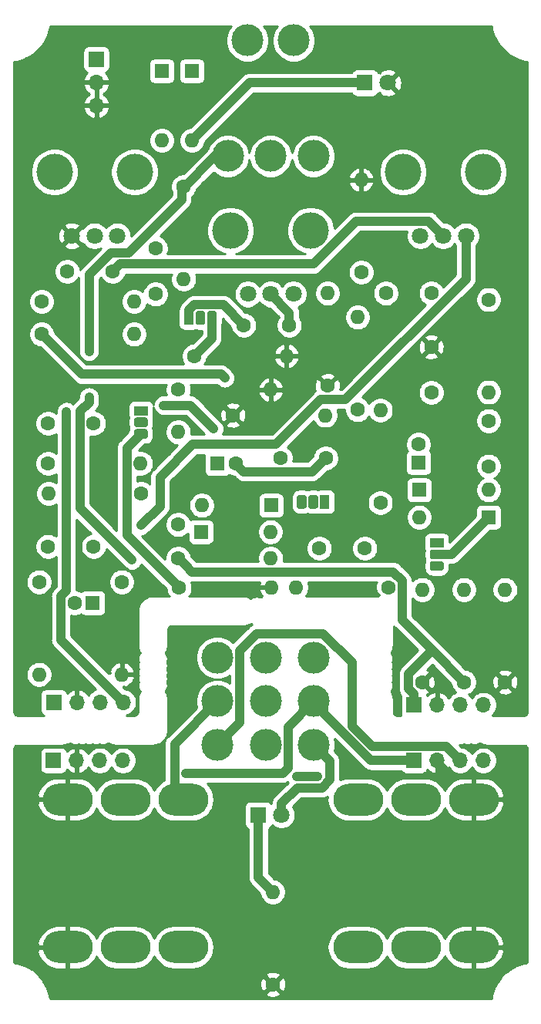
<source format=gbr>
G04 #@! TF.GenerationSoftware,KiCad,Pcbnew,5.1.5*
G04 #@! TF.CreationDate,2020-06-26T00:26:14+02:00*
G04 #@! TF.ProjectId,bigmuff,6269676d-7566-4662-9e6b-696361645f70,rev?*
G04 #@! TF.SameCoordinates,Original*
G04 #@! TF.FileFunction,Copper,L2,Bot*
G04 #@! TF.FilePolarity,Positive*
%FSLAX46Y46*%
G04 Gerber Fmt 4.6, Leading zero omitted, Abs format (unit mm)*
G04 Created by KiCad (PCBNEW 5.1.5) date 2020-06-26 00:26:14*
%MOMM*%
%LPD*%
G04 APERTURE LIST*
%ADD10R,1.700000X1.700000*%
%ADD11O,1.700000X1.700000*%
%ADD12O,1.600000X1.600000*%
%ADD13C,1.600000*%
%ADD14R,1.050000X1.500000*%
%ADD15C,0.100000*%
%ADD16C,4.000000*%
%ADD17C,1.800000*%
%ADD18O,5.500000X3.500000*%
%ADD19R,1.800000X1.800000*%
%ADD20C,3.500000*%
%ADD21R,1.500000X1.050000*%
%ADD22R,1.600000X1.600000*%
%ADD23C,0.800000*%
%ADD24C,1.000000*%
%ADD25C,0.254000*%
G04 APERTURE END LIST*
D10*
X123320000Y-125200000D03*
D11*
X125860000Y-125200000D03*
X128400000Y-125200000D03*
X130940000Y-125200000D03*
X130920000Y-131600000D03*
X128380000Y-131600000D03*
X125840000Y-131600000D03*
D10*
X123300000Y-131600000D03*
X162900000Y-125500000D03*
D11*
X165440000Y-125500000D03*
X167980000Y-125500000D03*
X170520000Y-125500000D03*
X170520000Y-131600000D03*
X167980000Y-131600000D03*
X165440000Y-131600000D03*
D10*
X162900000Y-131600000D03*
D12*
X153400000Y-80300000D03*
D13*
X153400000Y-90460000D03*
X171100000Y-99300000D03*
X171100000Y-94300000D03*
X153200000Y-98400000D03*
X148200000Y-98400000D03*
D14*
X153100000Y-103200000D03*
G04 #@! TA.AperFunction,ComponentPad*
D15*
G36*
X150848229Y-102451264D02*
G01*
X150873711Y-102455044D01*
X150898700Y-102461303D01*
X150922954Y-102469982D01*
X150946242Y-102480996D01*
X150968337Y-102494239D01*
X150989028Y-102509585D01*
X151008116Y-102526884D01*
X151025415Y-102545972D01*
X151040761Y-102566663D01*
X151054004Y-102588758D01*
X151065018Y-102612046D01*
X151073697Y-102636300D01*
X151079956Y-102661289D01*
X151083736Y-102686771D01*
X151085000Y-102712500D01*
X151085000Y-103687500D01*
X151083736Y-103713229D01*
X151079956Y-103738711D01*
X151073697Y-103763700D01*
X151065018Y-103787954D01*
X151054004Y-103811242D01*
X151040761Y-103833337D01*
X151025415Y-103854028D01*
X151008116Y-103873116D01*
X150989028Y-103890415D01*
X150968337Y-103905761D01*
X150946242Y-103919004D01*
X150922954Y-103930018D01*
X150898700Y-103938697D01*
X150873711Y-103944956D01*
X150848229Y-103948736D01*
X150822500Y-103950000D01*
X150297500Y-103950000D01*
X150271771Y-103948736D01*
X150246289Y-103944956D01*
X150221300Y-103938697D01*
X150197046Y-103930018D01*
X150173758Y-103919004D01*
X150151663Y-103905761D01*
X150130972Y-103890415D01*
X150111884Y-103873116D01*
X150094585Y-103854028D01*
X150079239Y-103833337D01*
X150065996Y-103811242D01*
X150054982Y-103787954D01*
X150046303Y-103763700D01*
X150040044Y-103738711D01*
X150036264Y-103713229D01*
X150035000Y-103687500D01*
X150035000Y-102712500D01*
X150036264Y-102686771D01*
X150040044Y-102661289D01*
X150046303Y-102636300D01*
X150054982Y-102612046D01*
X150065996Y-102588758D01*
X150079239Y-102566663D01*
X150094585Y-102545972D01*
X150111884Y-102526884D01*
X150130972Y-102509585D01*
X150151663Y-102494239D01*
X150173758Y-102480996D01*
X150197046Y-102469982D01*
X150221300Y-102461303D01*
X150246289Y-102455044D01*
X150271771Y-102451264D01*
X150297500Y-102450000D01*
X150822500Y-102450000D01*
X150848229Y-102451264D01*
G37*
G04 #@! TD.AperFunction*
G04 #@! TA.AperFunction,ComponentPad*
G36*
X152118229Y-102451264D02*
G01*
X152143711Y-102455044D01*
X152168700Y-102461303D01*
X152192954Y-102469982D01*
X152216242Y-102480996D01*
X152238337Y-102494239D01*
X152259028Y-102509585D01*
X152278116Y-102526884D01*
X152295415Y-102545972D01*
X152310761Y-102566663D01*
X152324004Y-102588758D01*
X152335018Y-102612046D01*
X152343697Y-102636300D01*
X152349956Y-102661289D01*
X152353736Y-102686771D01*
X152355000Y-102712500D01*
X152355000Y-103687500D01*
X152353736Y-103713229D01*
X152349956Y-103738711D01*
X152343697Y-103763700D01*
X152335018Y-103787954D01*
X152324004Y-103811242D01*
X152310761Y-103833337D01*
X152295415Y-103854028D01*
X152278116Y-103873116D01*
X152259028Y-103890415D01*
X152238337Y-103905761D01*
X152216242Y-103919004D01*
X152192954Y-103930018D01*
X152168700Y-103938697D01*
X152143711Y-103944956D01*
X152118229Y-103948736D01*
X152092500Y-103950000D01*
X151567500Y-103950000D01*
X151541771Y-103948736D01*
X151516289Y-103944956D01*
X151491300Y-103938697D01*
X151467046Y-103930018D01*
X151443758Y-103919004D01*
X151421663Y-103905761D01*
X151400972Y-103890415D01*
X151381884Y-103873116D01*
X151364585Y-103854028D01*
X151349239Y-103833337D01*
X151335996Y-103811242D01*
X151324982Y-103787954D01*
X151316303Y-103763700D01*
X151310044Y-103738711D01*
X151306264Y-103713229D01*
X151305000Y-103687500D01*
X151305000Y-102712500D01*
X151306264Y-102686771D01*
X151310044Y-102661289D01*
X151316303Y-102636300D01*
X151324982Y-102612046D01*
X151335996Y-102588758D01*
X151349239Y-102566663D01*
X151364585Y-102545972D01*
X151381884Y-102526884D01*
X151400972Y-102509585D01*
X151421663Y-102494239D01*
X151443758Y-102480996D01*
X151467046Y-102469982D01*
X151491300Y-102461303D01*
X151516289Y-102455044D01*
X151541771Y-102451264D01*
X151567500Y-102450000D01*
X152092500Y-102450000D01*
X152118229Y-102451264D01*
G37*
G04 #@! TD.AperFunction*
D12*
X149940000Y-112600000D03*
D13*
X160100000Y-112600000D03*
X134500000Y-80400000D03*
X134500000Y-75400000D03*
X149200000Y-83800000D03*
X144200000Y-83800000D03*
X164800000Y-86200000D03*
X164800000Y-91200000D03*
X164800000Y-80300000D03*
X159800000Y-80300000D03*
X152500000Y-108300000D03*
X157500000Y-108300000D03*
X129800000Y-77900000D03*
X124800000Y-77900000D03*
X122700000Y-108100000D03*
X127700000Y-108100000D03*
X127700000Y-94600000D03*
X122700000Y-94600000D03*
D16*
X151550000Y-73400000D03*
X142750000Y-73400000D03*
D17*
X149650000Y-80400000D03*
X147150000Y-80400000D03*
X144650000Y-80400000D03*
D18*
X131200000Y-152115000D03*
X131200000Y-135885000D03*
X124850000Y-135885000D03*
X137550000Y-135885000D03*
X124850000Y-152115000D03*
X137550000Y-152115000D03*
X163100000Y-135885000D03*
X163100000Y-152115000D03*
X169450000Y-152115000D03*
X156750000Y-152115000D03*
X169450000Y-135885000D03*
X156750000Y-135885000D03*
D11*
X128000000Y-59680000D03*
X128000000Y-57140000D03*
D10*
X128000000Y-54600000D03*
D17*
X160040000Y-57200000D03*
D19*
X157500000Y-57200000D03*
D16*
X132200000Y-67000000D03*
X123400000Y-67000000D03*
D17*
X130300000Y-74000000D03*
X127800000Y-74000000D03*
X125300000Y-74000000D03*
D20*
X142450000Y-65250000D03*
X147150000Y-65250000D03*
X151850000Y-65250000D03*
X144610000Y-52550000D03*
X149690000Y-52550000D03*
D16*
X170500000Y-67000000D03*
X161700000Y-67000000D03*
D17*
X168600000Y-74000000D03*
X166100000Y-74000000D03*
X163600000Y-74000000D03*
D20*
X151900000Y-120300000D03*
X151900000Y-129900000D03*
X151900000Y-125100000D03*
X146600000Y-129900000D03*
X141300000Y-125100000D03*
X146600000Y-120300000D03*
X141300000Y-129900000D03*
X141300000Y-120300000D03*
X146600000Y-125100000D03*
D12*
X147400000Y-146040000D03*
D13*
X147400000Y-156200000D03*
D12*
X148900000Y-87200000D03*
D13*
X138740000Y-87200000D03*
D12*
X137600000Y-78760000D03*
D13*
X137600000Y-68600000D03*
D12*
X147160000Y-90900000D03*
D13*
X137000000Y-90900000D03*
D12*
X137000000Y-95540000D03*
D13*
X137000000Y-105700000D03*
D12*
X156700000Y-82940000D03*
D13*
X156700000Y-93100000D03*
D12*
X163800000Y-112840000D03*
D13*
X163800000Y-123000000D03*
D12*
X168400000Y-112840000D03*
D13*
X168400000Y-123000000D03*
D12*
X171100000Y-91160000D03*
D13*
X171100000Y-81000000D03*
D12*
X172900000Y-112840000D03*
D13*
X172900000Y-123000000D03*
D12*
X159200000Y-93140000D03*
D13*
X159200000Y-103300000D03*
D12*
X147160000Y-109400000D03*
D13*
X137000000Y-109400000D03*
D12*
X132160000Y-84800000D03*
D13*
X122000000Y-84800000D03*
D12*
X153160000Y-93700000D03*
D13*
X143000000Y-93700000D03*
D12*
X132160000Y-81200000D03*
D13*
X122000000Y-81200000D03*
D12*
X157100000Y-67840000D03*
D13*
X157100000Y-78000000D03*
D12*
X147260000Y-112600000D03*
D13*
X137100000Y-112600000D03*
D12*
X122740000Y-102300000D03*
D13*
X132900000Y-102300000D03*
D12*
X132860000Y-99000000D03*
D13*
X122700000Y-99000000D03*
D12*
X130800000Y-122160000D03*
D13*
X130800000Y-112000000D03*
D12*
X121700000Y-122160000D03*
D13*
X121700000Y-112000000D03*
D14*
X138160000Y-83000000D03*
G04 #@! TA.AperFunction,ComponentPad*
D15*
G36*
X140988229Y-82251264D02*
G01*
X141013711Y-82255044D01*
X141038700Y-82261303D01*
X141062954Y-82269982D01*
X141086242Y-82280996D01*
X141108337Y-82294239D01*
X141129028Y-82309585D01*
X141148116Y-82326884D01*
X141165415Y-82345972D01*
X141180761Y-82366663D01*
X141194004Y-82388758D01*
X141205018Y-82412046D01*
X141213697Y-82436300D01*
X141219956Y-82461289D01*
X141223736Y-82486771D01*
X141225000Y-82512500D01*
X141225000Y-83487500D01*
X141223736Y-83513229D01*
X141219956Y-83538711D01*
X141213697Y-83563700D01*
X141205018Y-83587954D01*
X141194004Y-83611242D01*
X141180761Y-83633337D01*
X141165415Y-83654028D01*
X141148116Y-83673116D01*
X141129028Y-83690415D01*
X141108337Y-83705761D01*
X141086242Y-83719004D01*
X141062954Y-83730018D01*
X141038700Y-83738697D01*
X141013711Y-83744956D01*
X140988229Y-83748736D01*
X140962500Y-83750000D01*
X140437500Y-83750000D01*
X140411771Y-83748736D01*
X140386289Y-83744956D01*
X140361300Y-83738697D01*
X140337046Y-83730018D01*
X140313758Y-83719004D01*
X140291663Y-83705761D01*
X140270972Y-83690415D01*
X140251884Y-83673116D01*
X140234585Y-83654028D01*
X140219239Y-83633337D01*
X140205996Y-83611242D01*
X140194982Y-83587954D01*
X140186303Y-83563700D01*
X140180044Y-83538711D01*
X140176264Y-83513229D01*
X140175000Y-83487500D01*
X140175000Y-82512500D01*
X140176264Y-82486771D01*
X140180044Y-82461289D01*
X140186303Y-82436300D01*
X140194982Y-82412046D01*
X140205996Y-82388758D01*
X140219239Y-82366663D01*
X140234585Y-82345972D01*
X140251884Y-82326884D01*
X140270972Y-82309585D01*
X140291663Y-82294239D01*
X140313758Y-82280996D01*
X140337046Y-82269982D01*
X140361300Y-82261303D01*
X140386289Y-82255044D01*
X140411771Y-82251264D01*
X140437500Y-82250000D01*
X140962500Y-82250000D01*
X140988229Y-82251264D01*
G37*
G04 #@! TD.AperFunction*
G04 #@! TA.AperFunction,ComponentPad*
G36*
X139718229Y-82251264D02*
G01*
X139743711Y-82255044D01*
X139768700Y-82261303D01*
X139792954Y-82269982D01*
X139816242Y-82280996D01*
X139838337Y-82294239D01*
X139859028Y-82309585D01*
X139878116Y-82326884D01*
X139895415Y-82345972D01*
X139910761Y-82366663D01*
X139924004Y-82388758D01*
X139935018Y-82412046D01*
X139943697Y-82436300D01*
X139949956Y-82461289D01*
X139953736Y-82486771D01*
X139955000Y-82512500D01*
X139955000Y-83487500D01*
X139953736Y-83513229D01*
X139949956Y-83538711D01*
X139943697Y-83563700D01*
X139935018Y-83587954D01*
X139924004Y-83611242D01*
X139910761Y-83633337D01*
X139895415Y-83654028D01*
X139878116Y-83673116D01*
X139859028Y-83690415D01*
X139838337Y-83705761D01*
X139816242Y-83719004D01*
X139792954Y-83730018D01*
X139768700Y-83738697D01*
X139743711Y-83744956D01*
X139718229Y-83748736D01*
X139692500Y-83750000D01*
X139167500Y-83750000D01*
X139141771Y-83748736D01*
X139116289Y-83744956D01*
X139091300Y-83738697D01*
X139067046Y-83730018D01*
X139043758Y-83719004D01*
X139021663Y-83705761D01*
X139000972Y-83690415D01*
X138981884Y-83673116D01*
X138964585Y-83654028D01*
X138949239Y-83633337D01*
X138935996Y-83611242D01*
X138924982Y-83587954D01*
X138916303Y-83563700D01*
X138910044Y-83538711D01*
X138906264Y-83513229D01*
X138905000Y-83487500D01*
X138905000Y-82512500D01*
X138906264Y-82486771D01*
X138910044Y-82461289D01*
X138916303Y-82436300D01*
X138924982Y-82412046D01*
X138935996Y-82388758D01*
X138949239Y-82366663D01*
X138964585Y-82345972D01*
X138981884Y-82326884D01*
X139000972Y-82309585D01*
X139021663Y-82294239D01*
X139043758Y-82280996D01*
X139067046Y-82269982D01*
X139091300Y-82261303D01*
X139116289Y-82255044D01*
X139141771Y-82251264D01*
X139167500Y-82250000D01*
X139692500Y-82250000D01*
X139718229Y-82251264D01*
G37*
G04 #@! TD.AperFunction*
D21*
X165400000Y-107700000D03*
G04 #@! TA.AperFunction,ComponentPad*
D15*
G36*
X165913229Y-109716264D02*
G01*
X165938711Y-109720044D01*
X165963700Y-109726303D01*
X165987954Y-109734982D01*
X166011242Y-109745996D01*
X166033337Y-109759239D01*
X166054028Y-109774585D01*
X166073116Y-109791884D01*
X166090415Y-109810972D01*
X166105761Y-109831663D01*
X166119004Y-109853758D01*
X166130018Y-109877046D01*
X166138697Y-109901300D01*
X166144956Y-109926289D01*
X166148736Y-109951771D01*
X166150000Y-109977500D01*
X166150000Y-110502500D01*
X166148736Y-110528229D01*
X166144956Y-110553711D01*
X166138697Y-110578700D01*
X166130018Y-110602954D01*
X166119004Y-110626242D01*
X166105761Y-110648337D01*
X166090415Y-110669028D01*
X166073116Y-110688116D01*
X166054028Y-110705415D01*
X166033337Y-110720761D01*
X166011242Y-110734004D01*
X165987954Y-110745018D01*
X165963700Y-110753697D01*
X165938711Y-110759956D01*
X165913229Y-110763736D01*
X165887500Y-110765000D01*
X164912500Y-110765000D01*
X164886771Y-110763736D01*
X164861289Y-110759956D01*
X164836300Y-110753697D01*
X164812046Y-110745018D01*
X164788758Y-110734004D01*
X164766663Y-110720761D01*
X164745972Y-110705415D01*
X164726884Y-110688116D01*
X164709585Y-110669028D01*
X164694239Y-110648337D01*
X164680996Y-110626242D01*
X164669982Y-110602954D01*
X164661303Y-110578700D01*
X164655044Y-110553711D01*
X164651264Y-110528229D01*
X164650000Y-110502500D01*
X164650000Y-109977500D01*
X164651264Y-109951771D01*
X164655044Y-109926289D01*
X164661303Y-109901300D01*
X164669982Y-109877046D01*
X164680996Y-109853758D01*
X164694239Y-109831663D01*
X164709585Y-109810972D01*
X164726884Y-109791884D01*
X164745972Y-109774585D01*
X164766663Y-109759239D01*
X164788758Y-109745996D01*
X164812046Y-109734982D01*
X164836300Y-109726303D01*
X164861289Y-109720044D01*
X164886771Y-109716264D01*
X164912500Y-109715000D01*
X165887500Y-109715000D01*
X165913229Y-109716264D01*
G37*
G04 #@! TD.AperFunction*
G04 #@! TA.AperFunction,ComponentPad*
G36*
X165913229Y-108446264D02*
G01*
X165938711Y-108450044D01*
X165963700Y-108456303D01*
X165987954Y-108464982D01*
X166011242Y-108475996D01*
X166033337Y-108489239D01*
X166054028Y-108504585D01*
X166073116Y-108521884D01*
X166090415Y-108540972D01*
X166105761Y-108561663D01*
X166119004Y-108583758D01*
X166130018Y-108607046D01*
X166138697Y-108631300D01*
X166144956Y-108656289D01*
X166148736Y-108681771D01*
X166150000Y-108707500D01*
X166150000Y-109232500D01*
X166148736Y-109258229D01*
X166144956Y-109283711D01*
X166138697Y-109308700D01*
X166130018Y-109332954D01*
X166119004Y-109356242D01*
X166105761Y-109378337D01*
X166090415Y-109399028D01*
X166073116Y-109418116D01*
X166054028Y-109435415D01*
X166033337Y-109450761D01*
X166011242Y-109464004D01*
X165987954Y-109475018D01*
X165963700Y-109483697D01*
X165938711Y-109489956D01*
X165913229Y-109493736D01*
X165887500Y-109495000D01*
X164912500Y-109495000D01*
X164886771Y-109493736D01*
X164861289Y-109489956D01*
X164836300Y-109483697D01*
X164812046Y-109475018D01*
X164788758Y-109464004D01*
X164766663Y-109450761D01*
X164745972Y-109435415D01*
X164726884Y-109418116D01*
X164709585Y-109399028D01*
X164694239Y-109378337D01*
X164680996Y-109356242D01*
X164669982Y-109332954D01*
X164661303Y-109308700D01*
X164655044Y-109283711D01*
X164651264Y-109258229D01*
X164650000Y-109232500D01*
X164650000Y-108707500D01*
X164651264Y-108681771D01*
X164655044Y-108656289D01*
X164661303Y-108631300D01*
X164669982Y-108607046D01*
X164680996Y-108583758D01*
X164694239Y-108561663D01*
X164709585Y-108540972D01*
X164726884Y-108521884D01*
X164745972Y-108504585D01*
X164766663Y-108489239D01*
X164788758Y-108475996D01*
X164812046Y-108464982D01*
X164836300Y-108456303D01*
X164861289Y-108450044D01*
X164886771Y-108446264D01*
X164912500Y-108445000D01*
X165887500Y-108445000D01*
X165913229Y-108446264D01*
G37*
G04 #@! TD.AperFunction*
D21*
X132900000Y-93200000D03*
G04 #@! TA.AperFunction,ComponentPad*
D15*
G36*
X133413229Y-95216264D02*
G01*
X133438711Y-95220044D01*
X133463700Y-95226303D01*
X133487954Y-95234982D01*
X133511242Y-95245996D01*
X133533337Y-95259239D01*
X133554028Y-95274585D01*
X133573116Y-95291884D01*
X133590415Y-95310972D01*
X133605761Y-95331663D01*
X133619004Y-95353758D01*
X133630018Y-95377046D01*
X133638697Y-95401300D01*
X133644956Y-95426289D01*
X133648736Y-95451771D01*
X133650000Y-95477500D01*
X133650000Y-96002500D01*
X133648736Y-96028229D01*
X133644956Y-96053711D01*
X133638697Y-96078700D01*
X133630018Y-96102954D01*
X133619004Y-96126242D01*
X133605761Y-96148337D01*
X133590415Y-96169028D01*
X133573116Y-96188116D01*
X133554028Y-96205415D01*
X133533337Y-96220761D01*
X133511242Y-96234004D01*
X133487954Y-96245018D01*
X133463700Y-96253697D01*
X133438711Y-96259956D01*
X133413229Y-96263736D01*
X133387500Y-96265000D01*
X132412500Y-96265000D01*
X132386771Y-96263736D01*
X132361289Y-96259956D01*
X132336300Y-96253697D01*
X132312046Y-96245018D01*
X132288758Y-96234004D01*
X132266663Y-96220761D01*
X132245972Y-96205415D01*
X132226884Y-96188116D01*
X132209585Y-96169028D01*
X132194239Y-96148337D01*
X132180996Y-96126242D01*
X132169982Y-96102954D01*
X132161303Y-96078700D01*
X132155044Y-96053711D01*
X132151264Y-96028229D01*
X132150000Y-96002500D01*
X132150000Y-95477500D01*
X132151264Y-95451771D01*
X132155044Y-95426289D01*
X132161303Y-95401300D01*
X132169982Y-95377046D01*
X132180996Y-95353758D01*
X132194239Y-95331663D01*
X132209585Y-95310972D01*
X132226884Y-95291884D01*
X132245972Y-95274585D01*
X132266663Y-95259239D01*
X132288758Y-95245996D01*
X132312046Y-95234982D01*
X132336300Y-95226303D01*
X132361289Y-95220044D01*
X132386771Y-95216264D01*
X132412500Y-95215000D01*
X133387500Y-95215000D01*
X133413229Y-95216264D01*
G37*
G04 #@! TD.AperFunction*
G04 #@! TA.AperFunction,ComponentPad*
G36*
X133413229Y-93946264D02*
G01*
X133438711Y-93950044D01*
X133463700Y-93956303D01*
X133487954Y-93964982D01*
X133511242Y-93975996D01*
X133533337Y-93989239D01*
X133554028Y-94004585D01*
X133573116Y-94021884D01*
X133590415Y-94040972D01*
X133605761Y-94061663D01*
X133619004Y-94083758D01*
X133630018Y-94107046D01*
X133638697Y-94131300D01*
X133644956Y-94156289D01*
X133648736Y-94181771D01*
X133650000Y-94207500D01*
X133650000Y-94732500D01*
X133648736Y-94758229D01*
X133644956Y-94783711D01*
X133638697Y-94808700D01*
X133630018Y-94832954D01*
X133619004Y-94856242D01*
X133605761Y-94878337D01*
X133590415Y-94899028D01*
X133573116Y-94918116D01*
X133554028Y-94935415D01*
X133533337Y-94950761D01*
X133511242Y-94964004D01*
X133487954Y-94975018D01*
X133463700Y-94983697D01*
X133438711Y-94989956D01*
X133413229Y-94993736D01*
X133387500Y-94995000D01*
X132412500Y-94995000D01*
X132386771Y-94993736D01*
X132361289Y-94989956D01*
X132336300Y-94983697D01*
X132312046Y-94975018D01*
X132288758Y-94964004D01*
X132266663Y-94950761D01*
X132245972Y-94935415D01*
X132226884Y-94918116D01*
X132209585Y-94899028D01*
X132194239Y-94878337D01*
X132180996Y-94856242D01*
X132169982Y-94832954D01*
X132161303Y-94808700D01*
X132155044Y-94783711D01*
X132151264Y-94758229D01*
X132150000Y-94732500D01*
X132150000Y-94207500D01*
X132151264Y-94181771D01*
X132155044Y-94156289D01*
X132161303Y-94131300D01*
X132169982Y-94107046D01*
X132180996Y-94083758D01*
X132194239Y-94061663D01*
X132209585Y-94040972D01*
X132226884Y-94021884D01*
X132245972Y-94004585D01*
X132266663Y-93989239D01*
X132288758Y-93975996D01*
X132312046Y-93964982D01*
X132336300Y-93956303D01*
X132361289Y-93950044D01*
X132386771Y-93946264D01*
X132412500Y-93945000D01*
X133387500Y-93945000D01*
X133413229Y-93946264D01*
G37*
G04 #@! TD.AperFunction*
D12*
X138500000Y-63520000D03*
D22*
X138500000Y-55900000D03*
D12*
X135200000Y-63520000D03*
D22*
X135200000Y-55900000D03*
D17*
X148340000Y-137600000D03*
D19*
X145800000Y-137600000D03*
D12*
X163480000Y-104900000D03*
D22*
X171100000Y-104900000D03*
D12*
X171100000Y-101900000D03*
D22*
X163480000Y-101900000D03*
D12*
X139580000Y-103600000D03*
D22*
X147200000Y-103600000D03*
D12*
X147120000Y-106500000D03*
D22*
X139500000Y-106500000D03*
D13*
X163400000Y-96900000D03*
D22*
X163400000Y-98900000D03*
D13*
X143300000Y-99000000D03*
D22*
X141300000Y-99000000D03*
D13*
X125600000Y-114300000D03*
D22*
X127600000Y-114300000D03*
D23*
X134700000Y-87100000D03*
X134700000Y-85900000D03*
X134700000Y-84800000D03*
X133600000Y-100700000D03*
X135900000Y-97800000D03*
X134900000Y-107300000D03*
X129600000Y-104600000D03*
X152000000Y-113000000D03*
X158000000Y-113000000D03*
X161000000Y-121000000D03*
X161000000Y-119000000D03*
X120000000Y-118000000D03*
X120000000Y-116000000D03*
X122000000Y-116000000D03*
X122000000Y-114000000D03*
X120000000Y-114000000D03*
X120000000Y-112000000D03*
X120000000Y-110000000D03*
X122000000Y-110000000D03*
X120000000Y-108000000D03*
X130000000Y-110000000D03*
X171000000Y-97000000D03*
X130000000Y-95000000D03*
X132900000Y-105800000D03*
X135400000Y-92600000D03*
X140900000Y-95200000D03*
X142100000Y-89600000D03*
X127200000Y-86700000D03*
X127200000Y-91700000D03*
X131900000Y-109600000D03*
X137800000Y-133000000D03*
X124700000Y-93300000D03*
X152300000Y-133400000D03*
X150000000Y-133400000D03*
D24*
X167034990Y-133434990D02*
X165400000Y-131800000D01*
X144820000Y-57200000D02*
X157500000Y-57200000D01*
X138500000Y-63520000D02*
X144820000Y-57200000D01*
X155360001Y-91960001D02*
X168600000Y-78720002D01*
X152679999Y-91960001D02*
X155360001Y-91960001D01*
X147740001Y-96899999D02*
X152679999Y-91960001D01*
X138600001Y-96899999D02*
X147740001Y-96899999D01*
X168600000Y-75272792D02*
X168600000Y-74000000D01*
X168600000Y-78720002D02*
X168600000Y-75272792D01*
X135000000Y-100500000D02*
X138600001Y-96899999D01*
X135000000Y-103700000D02*
X135000000Y-100500000D01*
X132900000Y-105800000D02*
X135000000Y-103700000D01*
X151846001Y-77100001D02*
X130599999Y-77100001D01*
X156546003Y-72399999D02*
X151846001Y-77100001D01*
X164499999Y-72399999D02*
X156546003Y-72399999D01*
X130599999Y-77100001D02*
X129800000Y-77900000D01*
X166100000Y-74000000D02*
X164499999Y-72399999D01*
X144099999Y-99799999D02*
X143300000Y-99000000D01*
X144200001Y-99900001D02*
X144099999Y-99799999D01*
X151699999Y-99900001D02*
X144200001Y-99900001D01*
X153200000Y-98400000D02*
X151699999Y-99900001D01*
X135400000Y-92600000D02*
X138300000Y-92600000D01*
X138300000Y-92600000D02*
X140900000Y-95200000D01*
X122799999Y-85599999D02*
X122000000Y-84800000D01*
X141700001Y-89200001D02*
X126400001Y-89200001D01*
X126400001Y-89200001D02*
X122799999Y-85599999D01*
X142100000Y-89600000D02*
X141700001Y-89200001D01*
X167030000Y-108970000D02*
X171100000Y-104900000D01*
X165400000Y-108970000D02*
X167030000Y-108970000D01*
X149200000Y-82450000D02*
X147150000Y-80400000D01*
X149200000Y-83800000D02*
X149200000Y-82450000D01*
X141949990Y-81549990D02*
X144200000Y-83800000D01*
X138768814Y-81549990D02*
X141949990Y-81549990D01*
X138160000Y-83000000D02*
X138160000Y-82158804D01*
X138160000Y-82158804D02*
X138768814Y-81549990D01*
X141050000Y-65250000D02*
X137400000Y-68900000D01*
X142450000Y-65250000D02*
X141050000Y-65250000D01*
X129580007Y-75899991D02*
X127200000Y-78279998D01*
X131531379Y-75899991D02*
X129580007Y-75899991D01*
X137400000Y-68900000D02*
X137400000Y-70031370D01*
X137400000Y-70031370D02*
X131531379Y-75899991D01*
X127200000Y-78279998D02*
X127200000Y-86700000D01*
X126199999Y-93265686D02*
X126199999Y-103899999D01*
X127200000Y-91700000D02*
X127200000Y-92265685D01*
X127200000Y-92265685D02*
X126199999Y-93265686D01*
X126199999Y-103899999D02*
X131900000Y-109600000D01*
X160620003Y-110900001D02*
X138500001Y-110900001D01*
X161600001Y-111879999D02*
X160620003Y-110900001D01*
X137799999Y-110199999D02*
X137000000Y-109400000D01*
X161600001Y-116200001D02*
X161600001Y-111879999D01*
X138500001Y-110900001D02*
X137799999Y-110199999D01*
X158400000Y-131600000D02*
X162900000Y-131600000D01*
X162299999Y-123720001D02*
X162299999Y-122100001D01*
X162900000Y-124320002D02*
X162299999Y-123720001D01*
X162900000Y-125500000D02*
X162900000Y-124320002D01*
X162299999Y-122100001D02*
X164900000Y-119500000D01*
X164900000Y-119500000D02*
X161600001Y-116200001D01*
X168400000Y-123000000D02*
X164900000Y-119500000D01*
X149050001Y-132449999D02*
X148500000Y-133000000D01*
X151900000Y-125100000D02*
X149050001Y-127949999D01*
X149050001Y-127949999D02*
X149050001Y-132449999D01*
X148500000Y-133000000D02*
X137800000Y-133000000D01*
X151900000Y-125100000D02*
X153000000Y-125100000D01*
X158162664Y-131600000D02*
X158400000Y-131600000D01*
X153000000Y-126437336D02*
X158162664Y-131600000D01*
X153000000Y-125100000D02*
X153000000Y-126437336D01*
X145800000Y-144440000D02*
X145800000Y-137600000D01*
X147400000Y-146040000D02*
X145800000Y-144440000D01*
X136300001Y-111800001D02*
X137100000Y-112600000D01*
X131359999Y-106859999D02*
X136300001Y-111800001D01*
X131359999Y-97280001D02*
X131359999Y-106859999D01*
X132900000Y-95740000D02*
X131359999Y-97280001D01*
X140700000Y-85240000D02*
X140700000Y-83000000D01*
X138740000Y-87200000D02*
X140700000Y-85240000D01*
X167130001Y-130750001D02*
X167980000Y-131600000D01*
X166405010Y-130025010D02*
X167130001Y-130750001D01*
X158284744Y-130025010D02*
X166405010Y-130025010D01*
X141300000Y-129900000D02*
X143750001Y-127449999D01*
X156100000Y-120873998D02*
X156100000Y-127840266D01*
X152926002Y-117700000D02*
X156100000Y-120873998D01*
X143750001Y-119523997D02*
X145573998Y-117700000D01*
X156100000Y-127840266D02*
X158284744Y-130025010D01*
X143750001Y-127449999D02*
X143750001Y-119523997D01*
X145573998Y-117700000D02*
X152926002Y-117700000D01*
X124099999Y-113579999D02*
X124700000Y-112979998D01*
X124700000Y-112979998D02*
X124700000Y-93300000D01*
X124099999Y-118359999D02*
X130940000Y-125200000D01*
X124099999Y-113579999D02*
X124099999Y-118359999D01*
X152300000Y-133400000D02*
X150000000Y-133400000D01*
X136599990Y-134934990D02*
X137550000Y-135885000D01*
X136599990Y-131485010D02*
X136599990Y-134934990D01*
X136599990Y-129800010D02*
X136599990Y-134934990D01*
X141300000Y-125100000D02*
X136599990Y-129800010D01*
X153649999Y-133747071D02*
X153649999Y-131649999D01*
X153649999Y-131649999D02*
X151900000Y-129900000D01*
X152797060Y-134600010D02*
X153649999Y-133747071D01*
X150067198Y-134600010D02*
X152797060Y-134600010D01*
X148340000Y-136327208D02*
X150067198Y-134600010D01*
X148340000Y-137600000D02*
X148340000Y-136327208D01*
D25*
G36*
X145035845Y-116637424D02*
G01*
X145088446Y-116672571D01*
X144940375Y-116751716D01*
X144767549Y-116893551D01*
X144732007Y-116936860D01*
X143020883Y-118647984D01*
X142820349Y-118447450D01*
X142429721Y-118186440D01*
X141995679Y-118006654D01*
X141534902Y-117915000D01*
X141065098Y-117915000D01*
X140604321Y-118006654D01*
X140170279Y-118186440D01*
X139779651Y-118447450D01*
X139447450Y-118779651D01*
X139186440Y-119170279D01*
X139006654Y-119604321D01*
X138915000Y-120065098D01*
X138915000Y-120534902D01*
X139006654Y-120995679D01*
X139186440Y-121429721D01*
X139447450Y-121820349D01*
X139779651Y-122152550D01*
X140170279Y-122413560D01*
X140604321Y-122593346D01*
X141065098Y-122685000D01*
X141534902Y-122685000D01*
X141995679Y-122593346D01*
X142429721Y-122413560D01*
X142615002Y-122289759D01*
X142615002Y-123110241D01*
X142429721Y-122986440D01*
X141995679Y-122806654D01*
X141534902Y-122715000D01*
X141065098Y-122715000D01*
X140604321Y-122806654D01*
X140170279Y-122986440D01*
X139779651Y-123247450D01*
X139447450Y-123579651D01*
X139186440Y-123970279D01*
X139006654Y-124404321D01*
X138915000Y-124865098D01*
X138915000Y-125334902D01*
X139005416Y-125789453D01*
X135836855Y-128958014D01*
X135793541Y-128993561D01*
X135651706Y-129166387D01*
X135548740Y-129359025D01*
X135546314Y-129363564D01*
X135481413Y-129577512D01*
X135459499Y-129800010D01*
X135464990Y-129855762D01*
X135464990Y-131429259D01*
X135464991Y-133213142D01*
X135464991Y-133760628D01*
X135218554Y-133892351D01*
X134855391Y-134190391D01*
X134557351Y-134553554D01*
X134375000Y-134894709D01*
X134192649Y-134553554D01*
X133894609Y-134190391D01*
X133531446Y-133892351D01*
X133117116Y-133670887D01*
X132667542Y-133534510D01*
X132317157Y-133500000D01*
X130082843Y-133500000D01*
X129732458Y-133534510D01*
X129282884Y-133670887D01*
X128868554Y-133892351D01*
X128505391Y-134190391D01*
X128207351Y-134553554D01*
X128017450Y-134908834D01*
X127903612Y-134665561D01*
X127626252Y-134288352D01*
X127280631Y-133972502D01*
X126880032Y-133730148D01*
X126439850Y-133570604D01*
X125977000Y-133500000D01*
X124977000Y-133500000D01*
X124977000Y-135758000D01*
X124997000Y-135758000D01*
X124997000Y-136012000D01*
X124977000Y-136012000D01*
X124977000Y-138270000D01*
X125977000Y-138270000D01*
X126439850Y-138199396D01*
X126880032Y-138039852D01*
X127280631Y-137797498D01*
X127626252Y-137481648D01*
X127903612Y-137104439D01*
X128017450Y-136861166D01*
X128207351Y-137216446D01*
X128505391Y-137579609D01*
X128868554Y-137877649D01*
X129282884Y-138099113D01*
X129732458Y-138235490D01*
X130082843Y-138270000D01*
X132317157Y-138270000D01*
X132667542Y-138235490D01*
X133117116Y-138099113D01*
X133531446Y-137877649D01*
X133894609Y-137579609D01*
X134192649Y-137216446D01*
X134375000Y-136875291D01*
X134557351Y-137216446D01*
X134855391Y-137579609D01*
X135218554Y-137877649D01*
X135632884Y-138099113D01*
X136082458Y-138235490D01*
X136432843Y-138270000D01*
X138667157Y-138270000D01*
X139017542Y-138235490D01*
X139467116Y-138099113D01*
X139881446Y-137877649D01*
X140244609Y-137579609D01*
X140542649Y-137216446D01*
X140764113Y-136802116D01*
X140900490Y-136352542D01*
X140946539Y-135885000D01*
X140900490Y-135417458D01*
X140764113Y-134967884D01*
X140542649Y-134553554D01*
X140244609Y-134190391D01*
X140177115Y-134135000D01*
X148444249Y-134135000D01*
X148500000Y-134140491D01*
X148555751Y-134135000D01*
X148555752Y-134135000D01*
X148722499Y-134118577D01*
X148936447Y-134053676D01*
X149034438Y-134001299D01*
X149043613Y-134018463D01*
X147576860Y-135485217D01*
X147533552Y-135520759D01*
X147391717Y-135693585D01*
X147286324Y-135890761D01*
X147221423Y-136104709D01*
X147221423Y-136104710D01*
X147201225Y-136309789D01*
X147151185Y-136248815D01*
X147054494Y-136169463D01*
X146944180Y-136110498D01*
X146824482Y-136074188D01*
X146700000Y-136061928D01*
X144900000Y-136061928D01*
X144775518Y-136074188D01*
X144655820Y-136110498D01*
X144545506Y-136169463D01*
X144448815Y-136248815D01*
X144369463Y-136345506D01*
X144310498Y-136455820D01*
X144274188Y-136575518D01*
X144261928Y-136700000D01*
X144261928Y-138500000D01*
X144274188Y-138624482D01*
X144310498Y-138744180D01*
X144369463Y-138854494D01*
X144448815Y-138951185D01*
X144545506Y-139030537D01*
X144655820Y-139089502D01*
X144665001Y-139092287D01*
X144665000Y-144384248D01*
X144659509Y-144440000D01*
X144665000Y-144495751D01*
X144681423Y-144662498D01*
X144746324Y-144876446D01*
X144851716Y-145073623D01*
X144993551Y-145246449D01*
X145036864Y-145281995D01*
X145972151Y-146217283D01*
X146020147Y-146458574D01*
X146128320Y-146719727D01*
X146285363Y-146954759D01*
X146485241Y-147154637D01*
X146720273Y-147311680D01*
X146981426Y-147419853D01*
X147258665Y-147475000D01*
X147541335Y-147475000D01*
X147818574Y-147419853D01*
X148079727Y-147311680D01*
X148314759Y-147154637D01*
X148514637Y-146954759D01*
X148671680Y-146719727D01*
X148779853Y-146458574D01*
X148835000Y-146181335D01*
X148835000Y-145898665D01*
X148779853Y-145621426D01*
X148671680Y-145360273D01*
X148514637Y-145125241D01*
X148314759Y-144925363D01*
X148079727Y-144768320D01*
X147818574Y-144660147D01*
X147577283Y-144612151D01*
X146935000Y-143969869D01*
X146935000Y-139092287D01*
X146944180Y-139089502D01*
X147054494Y-139030537D01*
X147151185Y-138951185D01*
X147230537Y-138854494D01*
X147289502Y-138744180D01*
X147295056Y-138725873D01*
X147361495Y-138792312D01*
X147612905Y-138960299D01*
X147892257Y-139076011D01*
X148188816Y-139135000D01*
X148491184Y-139135000D01*
X148787743Y-139076011D01*
X149067095Y-138960299D01*
X149318505Y-138792312D01*
X149532312Y-138578505D01*
X149700299Y-138327095D01*
X149816011Y-138047743D01*
X149875000Y-137751184D01*
X149875000Y-137448816D01*
X149816011Y-137152257D01*
X149700299Y-136872905D01*
X149579789Y-136692550D01*
X150537330Y-135735010D01*
X152741309Y-135735010D01*
X152797060Y-135740501D01*
X152852811Y-135735010D01*
X152852812Y-135735010D01*
X153019559Y-135718587D01*
X153233507Y-135653686D01*
X153384175Y-135573153D01*
X153353461Y-135885000D01*
X153399510Y-136352542D01*
X153535887Y-136802116D01*
X153757351Y-137216446D01*
X154055391Y-137579609D01*
X154418554Y-137877649D01*
X154832884Y-138099113D01*
X155282458Y-138235490D01*
X155632843Y-138270000D01*
X157867157Y-138270000D01*
X158217542Y-138235490D01*
X158667116Y-138099113D01*
X159081446Y-137877649D01*
X159444609Y-137579609D01*
X159742649Y-137216446D01*
X159925000Y-136875291D01*
X160107351Y-137216446D01*
X160405391Y-137579609D01*
X160768554Y-137877649D01*
X161182884Y-138099113D01*
X161632458Y-138235490D01*
X161982843Y-138270000D01*
X164217157Y-138270000D01*
X164567542Y-138235490D01*
X165017116Y-138099113D01*
X165431446Y-137877649D01*
X165794609Y-137579609D01*
X166092649Y-137216446D01*
X166282550Y-136861166D01*
X166396388Y-137104439D01*
X166673748Y-137481648D01*
X167019369Y-137797498D01*
X167419968Y-138039852D01*
X167860150Y-138199396D01*
X168323000Y-138270000D01*
X169323000Y-138270000D01*
X169323000Y-136012000D01*
X169577000Y-136012000D01*
X169577000Y-138270000D01*
X170577000Y-138270000D01*
X171039850Y-138199396D01*
X171480032Y-138039852D01*
X171880631Y-137797498D01*
X172226252Y-137481648D01*
X172503612Y-137104439D01*
X172702053Y-136680368D01*
X172782427Y-136383003D01*
X172672625Y-136012000D01*
X169577000Y-136012000D01*
X169323000Y-136012000D01*
X169303000Y-136012000D01*
X169303000Y-135758000D01*
X169323000Y-135758000D01*
X169323000Y-133500000D01*
X169577000Y-133500000D01*
X169577000Y-135758000D01*
X172672625Y-135758000D01*
X172782427Y-135386997D01*
X172702053Y-135089632D01*
X172503612Y-134665561D01*
X172226252Y-134288352D01*
X171880631Y-133972502D01*
X171480032Y-133730148D01*
X171039850Y-133570604D01*
X170577000Y-133500000D01*
X169577000Y-133500000D01*
X169323000Y-133500000D01*
X168323000Y-133500000D01*
X167860150Y-133570604D01*
X167419968Y-133730148D01*
X167019369Y-133972502D01*
X166673748Y-134288352D01*
X166396388Y-134665561D01*
X166282550Y-134908834D01*
X166092649Y-134553554D01*
X165794609Y-134190391D01*
X165431446Y-133892351D01*
X165017116Y-133670887D01*
X164567542Y-133534510D01*
X164217157Y-133500000D01*
X161982843Y-133500000D01*
X161632458Y-133534510D01*
X161182884Y-133670887D01*
X160768554Y-133892351D01*
X160405391Y-134190391D01*
X160107351Y-134553554D01*
X159925000Y-134894709D01*
X159742649Y-134553554D01*
X159444609Y-134190391D01*
X159081446Y-133892351D01*
X158667116Y-133670887D01*
X158217542Y-133534510D01*
X157867157Y-133500000D01*
X155632843Y-133500000D01*
X155282458Y-133534510D01*
X154832884Y-133670887D01*
X154785482Y-133696224D01*
X154784999Y-133691320D01*
X154784999Y-131705740D01*
X154790489Y-131649998D01*
X154784999Y-131594256D01*
X154784999Y-131594247D01*
X154768576Y-131427500D01*
X154703675Y-131213552D01*
X154598283Y-131016376D01*
X154456448Y-130843550D01*
X154413139Y-130808008D01*
X154194584Y-130589453D01*
X154285000Y-130134902D01*
X154285000Y-129665098D01*
X154201166Y-129243633D01*
X157320673Y-132363141D01*
X157356215Y-132406449D01*
X157529041Y-132548284D01*
X157726217Y-132653676D01*
X157940165Y-132718577D01*
X158106912Y-132735000D01*
X158106921Y-132735000D01*
X158162663Y-132740490D01*
X158218405Y-132735000D01*
X161482317Y-132735000D01*
X161519463Y-132804494D01*
X161598815Y-132901185D01*
X161695506Y-132980537D01*
X161805820Y-133039502D01*
X161925518Y-133075812D01*
X162050000Y-133088072D01*
X163750000Y-133088072D01*
X163874482Y-133075812D01*
X163994180Y-133039502D01*
X164104494Y-132980537D01*
X164201185Y-132901185D01*
X164280537Y-132804494D01*
X164339502Y-132694180D01*
X164363966Y-132613534D01*
X164439731Y-132697588D01*
X164673080Y-132871641D01*
X164935901Y-132996825D01*
X165083110Y-133041476D01*
X165313000Y-132920155D01*
X165313000Y-131727000D01*
X165293000Y-131727000D01*
X165293000Y-131473000D01*
X165313000Y-131473000D01*
X165313000Y-131453000D01*
X165567000Y-131453000D01*
X165567000Y-131473000D01*
X165587000Y-131473000D01*
X165587000Y-131727000D01*
X165567000Y-131727000D01*
X165567000Y-132920155D01*
X165796890Y-133041476D01*
X165944099Y-132996825D01*
X166206920Y-132871641D01*
X166440269Y-132697588D01*
X166635178Y-132481355D01*
X166704805Y-132364466D01*
X166826525Y-132546632D01*
X167033368Y-132753475D01*
X167276589Y-132915990D01*
X167546842Y-133027932D01*
X167833740Y-133085000D01*
X168126260Y-133085000D01*
X168413158Y-133027932D01*
X168683411Y-132915990D01*
X168926632Y-132753475D01*
X169133475Y-132546632D01*
X169250000Y-132372240D01*
X169366525Y-132546632D01*
X169573368Y-132753475D01*
X169816589Y-132915990D01*
X170086842Y-133027932D01*
X170373740Y-133085000D01*
X170666260Y-133085000D01*
X170953158Y-133027932D01*
X171223411Y-132915990D01*
X171466632Y-132753475D01*
X171673475Y-132546632D01*
X171835990Y-132303411D01*
X171947932Y-132033158D01*
X172005000Y-131746260D01*
X172005000Y-131453740D01*
X171947932Y-131166842D01*
X171835990Y-130896589D01*
X171673475Y-130653368D01*
X171466632Y-130446525D01*
X171223411Y-130284010D01*
X170953158Y-130172068D01*
X170666260Y-130115000D01*
X170373740Y-130115000D01*
X170086842Y-130172068D01*
X169816589Y-130284010D01*
X169573368Y-130446525D01*
X169366525Y-130653368D01*
X169250000Y-130827760D01*
X169133475Y-130653368D01*
X168926632Y-130446525D01*
X168683411Y-130284010D01*
X168413158Y-130172068D01*
X168126260Y-130115000D01*
X168100131Y-130115000D01*
X167920131Y-129935000D01*
X168087165Y-129935000D01*
X168258145Y-129900990D01*
X168375000Y-129852587D01*
X168491855Y-129900990D01*
X168662835Y-129935000D01*
X168837165Y-129935000D01*
X169008145Y-129900990D01*
X169125000Y-129852587D01*
X169241855Y-129900990D01*
X169412835Y-129935000D01*
X169587165Y-129935000D01*
X169758145Y-129900990D01*
X169919205Y-129834277D01*
X170064155Y-129737424D01*
X170105884Y-129695695D01*
X170128651Y-129711284D01*
X170136757Y-129715667D01*
X170309080Y-129807292D01*
X170364392Y-129830090D01*
X170419366Y-129853652D01*
X170428169Y-129856377D01*
X170615006Y-129912786D01*
X170673686Y-129924405D01*
X170732196Y-129936842D01*
X170741361Y-129937805D01*
X170935594Y-129956850D01*
X170935598Y-129956850D01*
X170967581Y-129960000D01*
X174967721Y-129960000D01*
X175065424Y-129969580D01*
X175128356Y-129988580D01*
X175186405Y-130019445D01*
X175237343Y-130060989D01*
X175279248Y-130111644D01*
X175310515Y-130169471D01*
X175329956Y-130232272D01*
X175340001Y-130327845D01*
X175340000Y-153802896D01*
X175126699Y-153825315D01*
X175068106Y-153837342D01*
X175009342Y-153848552D01*
X175000520Y-153851215D01*
X174254771Y-154082063D01*
X174199608Y-154105251D01*
X174144162Y-154127653D01*
X174136026Y-154131979D01*
X173449316Y-154503282D01*
X173399741Y-154536721D01*
X173349670Y-154569486D01*
X173342529Y-154575311D01*
X172741017Y-155072924D01*
X172698863Y-155115374D01*
X172656127Y-155157224D01*
X172650253Y-155164324D01*
X172156852Y-155769295D01*
X172123764Y-155819096D01*
X172089953Y-155868476D01*
X172085570Y-155876582D01*
X171719071Y-156565867D01*
X171696280Y-156621161D01*
X171672710Y-156676154D01*
X171669985Y-156684957D01*
X171444348Y-157432302D01*
X171432725Y-157491005D01*
X171420292Y-157549494D01*
X171419329Y-157558658D01*
X171401548Y-157740000D01*
X122897104Y-157740000D01*
X122874685Y-157526699D01*
X122862658Y-157468106D01*
X122851448Y-157409342D01*
X122848785Y-157400520D01*
X122784455Y-157192702D01*
X146586903Y-157192702D01*
X146658486Y-157436671D01*
X146913996Y-157557571D01*
X147188184Y-157626300D01*
X147470512Y-157640217D01*
X147750130Y-157598787D01*
X148016292Y-157503603D01*
X148141514Y-157436671D01*
X148213097Y-157192702D01*
X147400000Y-156379605D01*
X146586903Y-157192702D01*
X122784455Y-157192702D01*
X122617937Y-156654771D01*
X122594749Y-156599608D01*
X122572347Y-156544162D01*
X122568021Y-156536026D01*
X122424459Y-156270512D01*
X145959783Y-156270512D01*
X146001213Y-156550130D01*
X146096397Y-156816292D01*
X146163329Y-156941514D01*
X146407298Y-157013097D01*
X147220395Y-156200000D01*
X147579605Y-156200000D01*
X148392702Y-157013097D01*
X148636671Y-156941514D01*
X148757571Y-156686004D01*
X148826300Y-156411816D01*
X148840217Y-156129488D01*
X148798787Y-155849870D01*
X148703603Y-155583708D01*
X148636671Y-155458486D01*
X148392702Y-155386903D01*
X147579605Y-156200000D01*
X147220395Y-156200000D01*
X146407298Y-155386903D01*
X146163329Y-155458486D01*
X146042429Y-155713996D01*
X145973700Y-155988184D01*
X145959783Y-156270512D01*
X122424459Y-156270512D01*
X122196718Y-155849316D01*
X122163279Y-155799741D01*
X122130514Y-155749670D01*
X122124689Y-155742529D01*
X121681909Y-155207298D01*
X146586903Y-155207298D01*
X147400000Y-156020395D01*
X148213097Y-155207298D01*
X148141514Y-154963329D01*
X147886004Y-154842429D01*
X147611816Y-154773700D01*
X147329488Y-154759783D01*
X147049870Y-154801213D01*
X146783708Y-154896397D01*
X146658486Y-154963329D01*
X146586903Y-155207298D01*
X121681909Y-155207298D01*
X121627076Y-155141017D01*
X121584621Y-155098858D01*
X121542776Y-155056127D01*
X121535676Y-155050253D01*
X120930705Y-154556852D01*
X120880904Y-154523764D01*
X120831524Y-154489953D01*
X120823418Y-154485570D01*
X120134133Y-154119071D01*
X120078839Y-154096280D01*
X120023846Y-154072710D01*
X120015043Y-154069985D01*
X119267698Y-153844348D01*
X119208995Y-153832725D01*
X119150506Y-153820292D01*
X119141342Y-153819329D01*
X118960000Y-153801548D01*
X118960000Y-152613003D01*
X121517573Y-152613003D01*
X121597947Y-152910368D01*
X121796388Y-153334439D01*
X122073748Y-153711648D01*
X122419369Y-154027498D01*
X122819968Y-154269852D01*
X123260150Y-154429396D01*
X123723000Y-154500000D01*
X124723000Y-154500000D01*
X124723000Y-152242000D01*
X121627375Y-152242000D01*
X121517573Y-152613003D01*
X118960000Y-152613003D01*
X118960000Y-151616997D01*
X121517573Y-151616997D01*
X121627375Y-151988000D01*
X124723000Y-151988000D01*
X124723000Y-149730000D01*
X124977000Y-149730000D01*
X124977000Y-151988000D01*
X124997000Y-151988000D01*
X124997000Y-152242000D01*
X124977000Y-152242000D01*
X124977000Y-154500000D01*
X125977000Y-154500000D01*
X126439850Y-154429396D01*
X126880032Y-154269852D01*
X127280631Y-154027498D01*
X127626252Y-153711648D01*
X127903612Y-153334439D01*
X128017450Y-153091166D01*
X128207351Y-153446446D01*
X128505391Y-153809609D01*
X128868554Y-154107649D01*
X129282884Y-154329113D01*
X129732458Y-154465490D01*
X130082843Y-154500000D01*
X132317157Y-154500000D01*
X132667542Y-154465490D01*
X133117116Y-154329113D01*
X133531446Y-154107649D01*
X133894609Y-153809609D01*
X134192649Y-153446446D01*
X134375000Y-153105291D01*
X134557351Y-153446446D01*
X134855391Y-153809609D01*
X135218554Y-154107649D01*
X135632884Y-154329113D01*
X136082458Y-154465490D01*
X136432843Y-154500000D01*
X138667157Y-154500000D01*
X139017542Y-154465490D01*
X139467116Y-154329113D01*
X139881446Y-154107649D01*
X140244609Y-153809609D01*
X140542649Y-153446446D01*
X140764113Y-153032116D01*
X140900490Y-152582542D01*
X140946539Y-152115000D01*
X153353461Y-152115000D01*
X153399510Y-152582542D01*
X153535887Y-153032116D01*
X153757351Y-153446446D01*
X154055391Y-153809609D01*
X154418554Y-154107649D01*
X154832884Y-154329113D01*
X155282458Y-154465490D01*
X155632843Y-154500000D01*
X157867157Y-154500000D01*
X158217542Y-154465490D01*
X158667116Y-154329113D01*
X159081446Y-154107649D01*
X159444609Y-153809609D01*
X159742649Y-153446446D01*
X159925000Y-153105291D01*
X160107351Y-153446446D01*
X160405391Y-153809609D01*
X160768554Y-154107649D01*
X161182884Y-154329113D01*
X161632458Y-154465490D01*
X161982843Y-154500000D01*
X164217157Y-154500000D01*
X164567542Y-154465490D01*
X165017116Y-154329113D01*
X165431446Y-154107649D01*
X165794609Y-153809609D01*
X166092649Y-153446446D01*
X166282550Y-153091166D01*
X166396388Y-153334439D01*
X166673748Y-153711648D01*
X167019369Y-154027498D01*
X167419968Y-154269852D01*
X167860150Y-154429396D01*
X168323000Y-154500000D01*
X169323000Y-154500000D01*
X169323000Y-152242000D01*
X169577000Y-152242000D01*
X169577000Y-154500000D01*
X170577000Y-154500000D01*
X171039850Y-154429396D01*
X171480032Y-154269852D01*
X171880631Y-154027498D01*
X172226252Y-153711648D01*
X172503612Y-153334439D01*
X172702053Y-152910368D01*
X172782427Y-152613003D01*
X172672625Y-152242000D01*
X169577000Y-152242000D01*
X169323000Y-152242000D01*
X169303000Y-152242000D01*
X169303000Y-151988000D01*
X169323000Y-151988000D01*
X169323000Y-149730000D01*
X169577000Y-149730000D01*
X169577000Y-151988000D01*
X172672625Y-151988000D01*
X172782427Y-151616997D01*
X172702053Y-151319632D01*
X172503612Y-150895561D01*
X172226252Y-150518352D01*
X171880631Y-150202502D01*
X171480032Y-149960148D01*
X171039850Y-149800604D01*
X170577000Y-149730000D01*
X169577000Y-149730000D01*
X169323000Y-149730000D01*
X168323000Y-149730000D01*
X167860150Y-149800604D01*
X167419968Y-149960148D01*
X167019369Y-150202502D01*
X166673748Y-150518352D01*
X166396388Y-150895561D01*
X166282550Y-151138834D01*
X166092649Y-150783554D01*
X165794609Y-150420391D01*
X165431446Y-150122351D01*
X165017116Y-149900887D01*
X164567542Y-149764510D01*
X164217157Y-149730000D01*
X161982843Y-149730000D01*
X161632458Y-149764510D01*
X161182884Y-149900887D01*
X160768554Y-150122351D01*
X160405391Y-150420391D01*
X160107351Y-150783554D01*
X159925000Y-151124709D01*
X159742649Y-150783554D01*
X159444609Y-150420391D01*
X159081446Y-150122351D01*
X158667116Y-149900887D01*
X158217542Y-149764510D01*
X157867157Y-149730000D01*
X155632843Y-149730000D01*
X155282458Y-149764510D01*
X154832884Y-149900887D01*
X154418554Y-150122351D01*
X154055391Y-150420391D01*
X153757351Y-150783554D01*
X153535887Y-151197884D01*
X153399510Y-151647458D01*
X153353461Y-152115000D01*
X140946539Y-152115000D01*
X140900490Y-151647458D01*
X140764113Y-151197884D01*
X140542649Y-150783554D01*
X140244609Y-150420391D01*
X139881446Y-150122351D01*
X139467116Y-149900887D01*
X139017542Y-149764510D01*
X138667157Y-149730000D01*
X136432843Y-149730000D01*
X136082458Y-149764510D01*
X135632884Y-149900887D01*
X135218554Y-150122351D01*
X134855391Y-150420391D01*
X134557351Y-150783554D01*
X134375000Y-151124709D01*
X134192649Y-150783554D01*
X133894609Y-150420391D01*
X133531446Y-150122351D01*
X133117116Y-149900887D01*
X132667542Y-149764510D01*
X132317157Y-149730000D01*
X130082843Y-149730000D01*
X129732458Y-149764510D01*
X129282884Y-149900887D01*
X128868554Y-150122351D01*
X128505391Y-150420391D01*
X128207351Y-150783554D01*
X128017450Y-151138834D01*
X127903612Y-150895561D01*
X127626252Y-150518352D01*
X127280631Y-150202502D01*
X126880032Y-149960148D01*
X126439850Y-149800604D01*
X125977000Y-149730000D01*
X124977000Y-149730000D01*
X124723000Y-149730000D01*
X123723000Y-149730000D01*
X123260150Y-149800604D01*
X122819968Y-149960148D01*
X122419369Y-150202502D01*
X122073748Y-150518352D01*
X121796388Y-150895561D01*
X121597947Y-151319632D01*
X121517573Y-151616997D01*
X118960000Y-151616997D01*
X118960000Y-136383003D01*
X121517573Y-136383003D01*
X121597947Y-136680368D01*
X121796388Y-137104439D01*
X122073748Y-137481648D01*
X122419369Y-137797498D01*
X122819968Y-138039852D01*
X123260150Y-138199396D01*
X123723000Y-138270000D01*
X124723000Y-138270000D01*
X124723000Y-136012000D01*
X121627375Y-136012000D01*
X121517573Y-136383003D01*
X118960000Y-136383003D01*
X118960000Y-135386997D01*
X121517573Y-135386997D01*
X121627375Y-135758000D01*
X124723000Y-135758000D01*
X124723000Y-133500000D01*
X123723000Y-133500000D01*
X123260150Y-133570604D01*
X122819968Y-133730148D01*
X122419369Y-133972502D01*
X122073748Y-134288352D01*
X121796388Y-134665561D01*
X121597947Y-135089632D01*
X121517573Y-135386997D01*
X118960000Y-135386997D01*
X118960000Y-130750000D01*
X121811928Y-130750000D01*
X121811928Y-132450000D01*
X121824188Y-132574482D01*
X121860498Y-132694180D01*
X121919463Y-132804494D01*
X121998815Y-132901185D01*
X122095506Y-132980537D01*
X122205820Y-133039502D01*
X122325518Y-133075812D01*
X122450000Y-133088072D01*
X124150000Y-133088072D01*
X124274482Y-133075812D01*
X124394180Y-133039502D01*
X124504494Y-132980537D01*
X124601185Y-132901185D01*
X124680537Y-132804494D01*
X124739502Y-132694180D01*
X124763966Y-132613534D01*
X124839731Y-132697588D01*
X125073080Y-132871641D01*
X125335901Y-132996825D01*
X125483110Y-133041476D01*
X125713000Y-132920155D01*
X125713000Y-131727000D01*
X125693000Y-131727000D01*
X125693000Y-131473000D01*
X125713000Y-131473000D01*
X125713000Y-130279845D01*
X125967000Y-130279845D01*
X125967000Y-131473000D01*
X125987000Y-131473000D01*
X125987000Y-131727000D01*
X125967000Y-131727000D01*
X125967000Y-132920155D01*
X126196890Y-133041476D01*
X126344099Y-132996825D01*
X126606920Y-132871641D01*
X126840269Y-132697588D01*
X127035178Y-132481355D01*
X127104805Y-132364466D01*
X127226525Y-132546632D01*
X127433368Y-132753475D01*
X127676589Y-132915990D01*
X127946842Y-133027932D01*
X128233740Y-133085000D01*
X128526260Y-133085000D01*
X128813158Y-133027932D01*
X129083411Y-132915990D01*
X129326632Y-132753475D01*
X129533475Y-132546632D01*
X129650000Y-132372240D01*
X129766525Y-132546632D01*
X129973368Y-132753475D01*
X130216589Y-132915990D01*
X130486842Y-133027932D01*
X130773740Y-133085000D01*
X131066260Y-133085000D01*
X131353158Y-133027932D01*
X131623411Y-132915990D01*
X131866632Y-132753475D01*
X132073475Y-132546632D01*
X132235990Y-132303411D01*
X132347932Y-132033158D01*
X132405000Y-131746260D01*
X132405000Y-131453740D01*
X132347932Y-131166842D01*
X132235990Y-130896589D01*
X132073475Y-130653368D01*
X131866632Y-130446525D01*
X131623411Y-130284010D01*
X131353158Y-130172068D01*
X131066260Y-130115000D01*
X130773740Y-130115000D01*
X130486842Y-130172068D01*
X130216589Y-130284010D01*
X129973368Y-130446525D01*
X129766525Y-130653368D01*
X129650000Y-130827760D01*
X129533475Y-130653368D01*
X129326632Y-130446525D01*
X129083411Y-130284010D01*
X128813158Y-130172068D01*
X128526260Y-130115000D01*
X128233740Y-130115000D01*
X127946842Y-130172068D01*
X127676589Y-130284010D01*
X127433368Y-130446525D01*
X127226525Y-130653368D01*
X127104805Y-130835534D01*
X127035178Y-130718645D01*
X126840269Y-130502412D01*
X126606920Y-130328359D01*
X126344099Y-130203175D01*
X126196890Y-130158524D01*
X125967000Y-130279845D01*
X125713000Y-130279845D01*
X125483110Y-130158524D01*
X125335901Y-130203175D01*
X125073080Y-130328359D01*
X124839731Y-130502412D01*
X124763966Y-130586466D01*
X124739502Y-130505820D01*
X124680537Y-130395506D01*
X124601185Y-130298815D01*
X124504494Y-130219463D01*
X124394180Y-130160498D01*
X124274482Y-130124188D01*
X124150000Y-130111928D01*
X122450000Y-130111928D01*
X122325518Y-130124188D01*
X122205820Y-130160498D01*
X122095506Y-130219463D01*
X121998815Y-130298815D01*
X121919463Y-130395506D01*
X121860498Y-130505820D01*
X121824188Y-130625518D01*
X121811928Y-130750000D01*
X118960000Y-130750000D01*
X118960000Y-130332279D01*
X118969580Y-130234576D01*
X118988580Y-130171644D01*
X119019445Y-130113595D01*
X119060989Y-130062657D01*
X119111644Y-130020752D01*
X119169471Y-129989485D01*
X119232272Y-129970044D01*
X119327835Y-129960000D01*
X124232419Y-129960000D01*
X124265387Y-129956753D01*
X124278367Y-129956753D01*
X124287532Y-129955790D01*
X124481481Y-129934035D01*
X124539966Y-129921603D01*
X124598676Y-129909978D01*
X124607479Y-129907253D01*
X124793509Y-129848240D01*
X124848519Y-129824662D01*
X124903794Y-129801880D01*
X124911900Y-129797497D01*
X125082925Y-129703475D01*
X125094186Y-129695765D01*
X125135845Y-129737424D01*
X125280795Y-129834277D01*
X125441855Y-129900990D01*
X125612835Y-129935000D01*
X125787165Y-129935000D01*
X125958145Y-129900990D01*
X126075000Y-129852587D01*
X126191855Y-129900990D01*
X126362835Y-129935000D01*
X126537165Y-129935000D01*
X126708145Y-129900990D01*
X126825000Y-129852587D01*
X126941855Y-129900990D01*
X127112835Y-129935000D01*
X127287165Y-129935000D01*
X127458145Y-129900990D01*
X127575000Y-129852587D01*
X127691855Y-129900990D01*
X127862835Y-129935000D01*
X128037165Y-129935000D01*
X128208145Y-129900990D01*
X128325000Y-129852587D01*
X128441855Y-129900990D01*
X128612835Y-129935000D01*
X128787165Y-129935000D01*
X128958145Y-129900990D01*
X129119205Y-129834277D01*
X129264155Y-129737424D01*
X129305884Y-129695695D01*
X129328651Y-129711284D01*
X129336757Y-129715667D01*
X129509080Y-129807292D01*
X129564392Y-129830090D01*
X129619366Y-129853652D01*
X129628169Y-129856377D01*
X129815006Y-129912786D01*
X129873686Y-129924405D01*
X129932196Y-129936842D01*
X129941361Y-129937805D01*
X130135594Y-129956850D01*
X130135598Y-129956850D01*
X130167581Y-129960000D01*
X134232419Y-129960000D01*
X134260674Y-129957217D01*
X134266801Y-129957260D01*
X134275972Y-129956360D01*
X134470069Y-129935959D01*
X134528658Y-129923932D01*
X134587423Y-129912723D01*
X134596245Y-129910059D01*
X134782683Y-129852347D01*
X134837838Y-129829162D01*
X134893291Y-129806758D01*
X134901427Y-129802432D01*
X135073104Y-129709607D01*
X135122699Y-129676154D01*
X135172753Y-129643400D01*
X135179894Y-129637576D01*
X135330272Y-129513172D01*
X135372411Y-129470737D01*
X135415161Y-129428874D01*
X135421034Y-129421773D01*
X135544384Y-129270531D01*
X135577477Y-129220723D01*
X135611284Y-129171349D01*
X135615667Y-129163243D01*
X135707292Y-128990920D01*
X135730090Y-128935608D01*
X135753652Y-128880634D01*
X135756377Y-128871831D01*
X135812786Y-128684994D01*
X135824405Y-128626314D01*
X135836842Y-128567804D01*
X135837805Y-128558639D01*
X135856850Y-128364406D01*
X135856850Y-128364402D01*
X135860000Y-128332419D01*
X135860000Y-124867581D01*
X135856753Y-124834613D01*
X135856753Y-124821633D01*
X135855790Y-124812468D01*
X135834035Y-124618518D01*
X135821600Y-124560019D01*
X135809978Y-124501325D01*
X135807253Y-124492522D01*
X135748240Y-124306491D01*
X135724674Y-124251509D01*
X135701880Y-124196206D01*
X135697497Y-124188100D01*
X135603475Y-124017075D01*
X135595765Y-124005814D01*
X135637424Y-123964155D01*
X135734277Y-123819205D01*
X135800990Y-123658145D01*
X135835000Y-123487165D01*
X135835000Y-123312835D01*
X135800990Y-123141855D01*
X135752587Y-123025000D01*
X135800990Y-122908145D01*
X135835000Y-122737165D01*
X135835000Y-122562835D01*
X135800990Y-122391855D01*
X135752587Y-122275000D01*
X135800990Y-122158145D01*
X135835000Y-121987165D01*
X135835000Y-121812835D01*
X135800990Y-121641855D01*
X135752587Y-121525000D01*
X135800990Y-121408145D01*
X135835000Y-121237165D01*
X135835000Y-121062835D01*
X135800990Y-120891855D01*
X135752587Y-120775000D01*
X135800990Y-120658145D01*
X135835000Y-120487165D01*
X135835000Y-120312835D01*
X135800990Y-120141855D01*
X135734277Y-119980795D01*
X135637424Y-119835845D01*
X135595695Y-119794116D01*
X135611284Y-119771349D01*
X135615667Y-119763243D01*
X135707292Y-119590920D01*
X135730090Y-119535608D01*
X135753652Y-119480634D01*
X135756377Y-119471831D01*
X135812786Y-119284994D01*
X135824405Y-119226314D01*
X135836842Y-119167804D01*
X135837805Y-119158639D01*
X135856850Y-118964406D01*
X135856850Y-118964402D01*
X135860000Y-118932419D01*
X135860000Y-117232279D01*
X135869580Y-117134576D01*
X135888580Y-117071644D01*
X135919445Y-117013595D01*
X135960989Y-116962657D01*
X136011644Y-116920752D01*
X136069471Y-116889485D01*
X136132272Y-116870044D01*
X136227835Y-116860000D01*
X144132419Y-116860000D01*
X144165387Y-116856753D01*
X144178367Y-116856753D01*
X144187532Y-116855790D01*
X144381481Y-116834035D01*
X144439966Y-116821603D01*
X144498676Y-116809978D01*
X144507479Y-116807253D01*
X144693509Y-116748240D01*
X144748519Y-116724662D01*
X144803794Y-116701880D01*
X144811900Y-116697497D01*
X144982925Y-116603475D01*
X144994186Y-116595765D01*
X145035845Y-116637424D01*
G37*
X145035845Y-116637424D02*
X145088446Y-116672571D01*
X144940375Y-116751716D01*
X144767549Y-116893551D01*
X144732007Y-116936860D01*
X143020883Y-118647984D01*
X142820349Y-118447450D01*
X142429721Y-118186440D01*
X141995679Y-118006654D01*
X141534902Y-117915000D01*
X141065098Y-117915000D01*
X140604321Y-118006654D01*
X140170279Y-118186440D01*
X139779651Y-118447450D01*
X139447450Y-118779651D01*
X139186440Y-119170279D01*
X139006654Y-119604321D01*
X138915000Y-120065098D01*
X138915000Y-120534902D01*
X139006654Y-120995679D01*
X139186440Y-121429721D01*
X139447450Y-121820349D01*
X139779651Y-122152550D01*
X140170279Y-122413560D01*
X140604321Y-122593346D01*
X141065098Y-122685000D01*
X141534902Y-122685000D01*
X141995679Y-122593346D01*
X142429721Y-122413560D01*
X142615002Y-122289759D01*
X142615002Y-123110241D01*
X142429721Y-122986440D01*
X141995679Y-122806654D01*
X141534902Y-122715000D01*
X141065098Y-122715000D01*
X140604321Y-122806654D01*
X140170279Y-122986440D01*
X139779651Y-123247450D01*
X139447450Y-123579651D01*
X139186440Y-123970279D01*
X139006654Y-124404321D01*
X138915000Y-124865098D01*
X138915000Y-125334902D01*
X139005416Y-125789453D01*
X135836855Y-128958014D01*
X135793541Y-128993561D01*
X135651706Y-129166387D01*
X135548740Y-129359025D01*
X135546314Y-129363564D01*
X135481413Y-129577512D01*
X135459499Y-129800010D01*
X135464990Y-129855762D01*
X135464990Y-131429259D01*
X135464991Y-133213142D01*
X135464991Y-133760628D01*
X135218554Y-133892351D01*
X134855391Y-134190391D01*
X134557351Y-134553554D01*
X134375000Y-134894709D01*
X134192649Y-134553554D01*
X133894609Y-134190391D01*
X133531446Y-133892351D01*
X133117116Y-133670887D01*
X132667542Y-133534510D01*
X132317157Y-133500000D01*
X130082843Y-133500000D01*
X129732458Y-133534510D01*
X129282884Y-133670887D01*
X128868554Y-133892351D01*
X128505391Y-134190391D01*
X128207351Y-134553554D01*
X128017450Y-134908834D01*
X127903612Y-134665561D01*
X127626252Y-134288352D01*
X127280631Y-133972502D01*
X126880032Y-133730148D01*
X126439850Y-133570604D01*
X125977000Y-133500000D01*
X124977000Y-133500000D01*
X124977000Y-135758000D01*
X124997000Y-135758000D01*
X124997000Y-136012000D01*
X124977000Y-136012000D01*
X124977000Y-138270000D01*
X125977000Y-138270000D01*
X126439850Y-138199396D01*
X126880032Y-138039852D01*
X127280631Y-137797498D01*
X127626252Y-137481648D01*
X127903612Y-137104439D01*
X128017450Y-136861166D01*
X128207351Y-137216446D01*
X128505391Y-137579609D01*
X128868554Y-137877649D01*
X129282884Y-138099113D01*
X129732458Y-138235490D01*
X130082843Y-138270000D01*
X132317157Y-138270000D01*
X132667542Y-138235490D01*
X133117116Y-138099113D01*
X133531446Y-137877649D01*
X133894609Y-137579609D01*
X134192649Y-137216446D01*
X134375000Y-136875291D01*
X134557351Y-137216446D01*
X134855391Y-137579609D01*
X135218554Y-137877649D01*
X135632884Y-138099113D01*
X136082458Y-138235490D01*
X136432843Y-138270000D01*
X138667157Y-138270000D01*
X139017542Y-138235490D01*
X139467116Y-138099113D01*
X139881446Y-137877649D01*
X140244609Y-137579609D01*
X140542649Y-137216446D01*
X140764113Y-136802116D01*
X140900490Y-136352542D01*
X140946539Y-135885000D01*
X140900490Y-135417458D01*
X140764113Y-134967884D01*
X140542649Y-134553554D01*
X140244609Y-134190391D01*
X140177115Y-134135000D01*
X148444249Y-134135000D01*
X148500000Y-134140491D01*
X148555751Y-134135000D01*
X148555752Y-134135000D01*
X148722499Y-134118577D01*
X148936447Y-134053676D01*
X149034438Y-134001299D01*
X149043613Y-134018463D01*
X147576860Y-135485217D01*
X147533552Y-135520759D01*
X147391717Y-135693585D01*
X147286324Y-135890761D01*
X147221423Y-136104709D01*
X147221423Y-136104710D01*
X147201225Y-136309789D01*
X147151185Y-136248815D01*
X147054494Y-136169463D01*
X146944180Y-136110498D01*
X146824482Y-136074188D01*
X146700000Y-136061928D01*
X144900000Y-136061928D01*
X144775518Y-136074188D01*
X144655820Y-136110498D01*
X144545506Y-136169463D01*
X144448815Y-136248815D01*
X144369463Y-136345506D01*
X144310498Y-136455820D01*
X144274188Y-136575518D01*
X144261928Y-136700000D01*
X144261928Y-138500000D01*
X144274188Y-138624482D01*
X144310498Y-138744180D01*
X144369463Y-138854494D01*
X144448815Y-138951185D01*
X144545506Y-139030537D01*
X144655820Y-139089502D01*
X144665001Y-139092287D01*
X144665000Y-144384248D01*
X144659509Y-144440000D01*
X144665000Y-144495751D01*
X144681423Y-144662498D01*
X144746324Y-144876446D01*
X144851716Y-145073623D01*
X144993551Y-145246449D01*
X145036864Y-145281995D01*
X145972151Y-146217283D01*
X146020147Y-146458574D01*
X146128320Y-146719727D01*
X146285363Y-146954759D01*
X146485241Y-147154637D01*
X146720273Y-147311680D01*
X146981426Y-147419853D01*
X147258665Y-147475000D01*
X147541335Y-147475000D01*
X147818574Y-147419853D01*
X148079727Y-147311680D01*
X148314759Y-147154637D01*
X148514637Y-146954759D01*
X148671680Y-146719727D01*
X148779853Y-146458574D01*
X148835000Y-146181335D01*
X148835000Y-145898665D01*
X148779853Y-145621426D01*
X148671680Y-145360273D01*
X148514637Y-145125241D01*
X148314759Y-144925363D01*
X148079727Y-144768320D01*
X147818574Y-144660147D01*
X147577283Y-144612151D01*
X146935000Y-143969869D01*
X146935000Y-139092287D01*
X146944180Y-139089502D01*
X147054494Y-139030537D01*
X147151185Y-138951185D01*
X147230537Y-138854494D01*
X147289502Y-138744180D01*
X147295056Y-138725873D01*
X147361495Y-138792312D01*
X147612905Y-138960299D01*
X147892257Y-139076011D01*
X148188816Y-139135000D01*
X148491184Y-139135000D01*
X148787743Y-139076011D01*
X149067095Y-138960299D01*
X149318505Y-138792312D01*
X149532312Y-138578505D01*
X149700299Y-138327095D01*
X149816011Y-138047743D01*
X149875000Y-137751184D01*
X149875000Y-137448816D01*
X149816011Y-137152257D01*
X149700299Y-136872905D01*
X149579789Y-136692550D01*
X150537330Y-135735010D01*
X152741309Y-135735010D01*
X152797060Y-135740501D01*
X152852811Y-135735010D01*
X152852812Y-135735010D01*
X153019559Y-135718587D01*
X153233507Y-135653686D01*
X153384175Y-135573153D01*
X153353461Y-135885000D01*
X153399510Y-136352542D01*
X153535887Y-136802116D01*
X153757351Y-137216446D01*
X154055391Y-137579609D01*
X154418554Y-137877649D01*
X154832884Y-138099113D01*
X155282458Y-138235490D01*
X155632843Y-138270000D01*
X157867157Y-138270000D01*
X158217542Y-138235490D01*
X158667116Y-138099113D01*
X159081446Y-137877649D01*
X159444609Y-137579609D01*
X159742649Y-137216446D01*
X159925000Y-136875291D01*
X160107351Y-137216446D01*
X160405391Y-137579609D01*
X160768554Y-137877649D01*
X161182884Y-138099113D01*
X161632458Y-138235490D01*
X161982843Y-138270000D01*
X164217157Y-138270000D01*
X164567542Y-138235490D01*
X165017116Y-138099113D01*
X165431446Y-137877649D01*
X165794609Y-137579609D01*
X166092649Y-137216446D01*
X166282550Y-136861166D01*
X166396388Y-137104439D01*
X166673748Y-137481648D01*
X167019369Y-137797498D01*
X167419968Y-138039852D01*
X167860150Y-138199396D01*
X168323000Y-138270000D01*
X169323000Y-138270000D01*
X169323000Y-136012000D01*
X169577000Y-136012000D01*
X169577000Y-138270000D01*
X170577000Y-138270000D01*
X171039850Y-138199396D01*
X171480032Y-138039852D01*
X171880631Y-137797498D01*
X172226252Y-137481648D01*
X172503612Y-137104439D01*
X172702053Y-136680368D01*
X172782427Y-136383003D01*
X172672625Y-136012000D01*
X169577000Y-136012000D01*
X169323000Y-136012000D01*
X169303000Y-136012000D01*
X169303000Y-135758000D01*
X169323000Y-135758000D01*
X169323000Y-133500000D01*
X169577000Y-133500000D01*
X169577000Y-135758000D01*
X172672625Y-135758000D01*
X172782427Y-135386997D01*
X172702053Y-135089632D01*
X172503612Y-134665561D01*
X172226252Y-134288352D01*
X171880631Y-133972502D01*
X171480032Y-133730148D01*
X171039850Y-133570604D01*
X170577000Y-133500000D01*
X169577000Y-133500000D01*
X169323000Y-133500000D01*
X168323000Y-133500000D01*
X167860150Y-133570604D01*
X167419968Y-133730148D01*
X167019369Y-133972502D01*
X166673748Y-134288352D01*
X166396388Y-134665561D01*
X166282550Y-134908834D01*
X166092649Y-134553554D01*
X165794609Y-134190391D01*
X165431446Y-133892351D01*
X165017116Y-133670887D01*
X164567542Y-133534510D01*
X164217157Y-133500000D01*
X161982843Y-133500000D01*
X161632458Y-133534510D01*
X161182884Y-133670887D01*
X160768554Y-133892351D01*
X160405391Y-134190391D01*
X160107351Y-134553554D01*
X159925000Y-134894709D01*
X159742649Y-134553554D01*
X159444609Y-134190391D01*
X159081446Y-133892351D01*
X158667116Y-133670887D01*
X158217542Y-133534510D01*
X157867157Y-133500000D01*
X155632843Y-133500000D01*
X155282458Y-133534510D01*
X154832884Y-133670887D01*
X154785482Y-133696224D01*
X154784999Y-133691320D01*
X154784999Y-131705740D01*
X154790489Y-131649998D01*
X154784999Y-131594256D01*
X154784999Y-131594247D01*
X154768576Y-131427500D01*
X154703675Y-131213552D01*
X154598283Y-131016376D01*
X154456448Y-130843550D01*
X154413139Y-130808008D01*
X154194584Y-130589453D01*
X154285000Y-130134902D01*
X154285000Y-129665098D01*
X154201166Y-129243633D01*
X157320673Y-132363141D01*
X157356215Y-132406449D01*
X157529041Y-132548284D01*
X157726217Y-132653676D01*
X157940165Y-132718577D01*
X158106912Y-132735000D01*
X158106921Y-132735000D01*
X158162663Y-132740490D01*
X158218405Y-132735000D01*
X161482317Y-132735000D01*
X161519463Y-132804494D01*
X161598815Y-132901185D01*
X161695506Y-132980537D01*
X161805820Y-133039502D01*
X161925518Y-133075812D01*
X162050000Y-133088072D01*
X163750000Y-133088072D01*
X163874482Y-133075812D01*
X163994180Y-133039502D01*
X164104494Y-132980537D01*
X164201185Y-132901185D01*
X164280537Y-132804494D01*
X164339502Y-132694180D01*
X164363966Y-132613534D01*
X164439731Y-132697588D01*
X164673080Y-132871641D01*
X164935901Y-132996825D01*
X165083110Y-133041476D01*
X165313000Y-132920155D01*
X165313000Y-131727000D01*
X165293000Y-131727000D01*
X165293000Y-131473000D01*
X165313000Y-131473000D01*
X165313000Y-131453000D01*
X165567000Y-131453000D01*
X165567000Y-131473000D01*
X165587000Y-131473000D01*
X165587000Y-131727000D01*
X165567000Y-131727000D01*
X165567000Y-132920155D01*
X165796890Y-133041476D01*
X165944099Y-132996825D01*
X166206920Y-132871641D01*
X166440269Y-132697588D01*
X166635178Y-132481355D01*
X166704805Y-132364466D01*
X166826525Y-132546632D01*
X167033368Y-132753475D01*
X167276589Y-132915990D01*
X167546842Y-133027932D01*
X167833740Y-133085000D01*
X168126260Y-133085000D01*
X168413158Y-133027932D01*
X168683411Y-132915990D01*
X168926632Y-132753475D01*
X169133475Y-132546632D01*
X169250000Y-132372240D01*
X169366525Y-132546632D01*
X169573368Y-132753475D01*
X169816589Y-132915990D01*
X170086842Y-133027932D01*
X170373740Y-133085000D01*
X170666260Y-133085000D01*
X170953158Y-133027932D01*
X171223411Y-132915990D01*
X171466632Y-132753475D01*
X171673475Y-132546632D01*
X171835990Y-132303411D01*
X171947932Y-132033158D01*
X172005000Y-131746260D01*
X172005000Y-131453740D01*
X171947932Y-131166842D01*
X171835990Y-130896589D01*
X171673475Y-130653368D01*
X171466632Y-130446525D01*
X171223411Y-130284010D01*
X170953158Y-130172068D01*
X170666260Y-130115000D01*
X170373740Y-130115000D01*
X170086842Y-130172068D01*
X169816589Y-130284010D01*
X169573368Y-130446525D01*
X169366525Y-130653368D01*
X169250000Y-130827760D01*
X169133475Y-130653368D01*
X168926632Y-130446525D01*
X168683411Y-130284010D01*
X168413158Y-130172068D01*
X168126260Y-130115000D01*
X168100131Y-130115000D01*
X167920131Y-129935000D01*
X168087165Y-129935000D01*
X168258145Y-129900990D01*
X168375000Y-129852587D01*
X168491855Y-129900990D01*
X168662835Y-129935000D01*
X168837165Y-129935000D01*
X169008145Y-129900990D01*
X169125000Y-129852587D01*
X169241855Y-129900990D01*
X169412835Y-129935000D01*
X169587165Y-129935000D01*
X169758145Y-129900990D01*
X169919205Y-129834277D01*
X170064155Y-129737424D01*
X170105884Y-129695695D01*
X170128651Y-129711284D01*
X170136757Y-129715667D01*
X170309080Y-129807292D01*
X170364392Y-129830090D01*
X170419366Y-129853652D01*
X170428169Y-129856377D01*
X170615006Y-129912786D01*
X170673686Y-129924405D01*
X170732196Y-129936842D01*
X170741361Y-129937805D01*
X170935594Y-129956850D01*
X170935598Y-129956850D01*
X170967581Y-129960000D01*
X174967721Y-129960000D01*
X175065424Y-129969580D01*
X175128356Y-129988580D01*
X175186405Y-130019445D01*
X175237343Y-130060989D01*
X175279248Y-130111644D01*
X175310515Y-130169471D01*
X175329956Y-130232272D01*
X175340001Y-130327845D01*
X175340000Y-153802896D01*
X175126699Y-153825315D01*
X175068106Y-153837342D01*
X175009342Y-153848552D01*
X175000520Y-153851215D01*
X174254771Y-154082063D01*
X174199608Y-154105251D01*
X174144162Y-154127653D01*
X174136026Y-154131979D01*
X173449316Y-154503282D01*
X173399741Y-154536721D01*
X173349670Y-154569486D01*
X173342529Y-154575311D01*
X172741017Y-155072924D01*
X172698863Y-155115374D01*
X172656127Y-155157224D01*
X172650253Y-155164324D01*
X172156852Y-155769295D01*
X172123764Y-155819096D01*
X172089953Y-155868476D01*
X172085570Y-155876582D01*
X171719071Y-156565867D01*
X171696280Y-156621161D01*
X171672710Y-156676154D01*
X171669985Y-156684957D01*
X171444348Y-157432302D01*
X171432725Y-157491005D01*
X171420292Y-157549494D01*
X171419329Y-157558658D01*
X171401548Y-157740000D01*
X122897104Y-157740000D01*
X122874685Y-157526699D01*
X122862658Y-157468106D01*
X122851448Y-157409342D01*
X122848785Y-157400520D01*
X122784455Y-157192702D01*
X146586903Y-157192702D01*
X146658486Y-157436671D01*
X146913996Y-157557571D01*
X147188184Y-157626300D01*
X147470512Y-157640217D01*
X147750130Y-157598787D01*
X148016292Y-157503603D01*
X148141514Y-157436671D01*
X148213097Y-157192702D01*
X147400000Y-156379605D01*
X146586903Y-157192702D01*
X122784455Y-157192702D01*
X122617937Y-156654771D01*
X122594749Y-156599608D01*
X122572347Y-156544162D01*
X122568021Y-156536026D01*
X122424459Y-156270512D01*
X145959783Y-156270512D01*
X146001213Y-156550130D01*
X146096397Y-156816292D01*
X146163329Y-156941514D01*
X146407298Y-157013097D01*
X147220395Y-156200000D01*
X147579605Y-156200000D01*
X148392702Y-157013097D01*
X148636671Y-156941514D01*
X148757571Y-156686004D01*
X148826300Y-156411816D01*
X148840217Y-156129488D01*
X148798787Y-155849870D01*
X148703603Y-155583708D01*
X148636671Y-155458486D01*
X148392702Y-155386903D01*
X147579605Y-156200000D01*
X147220395Y-156200000D01*
X146407298Y-155386903D01*
X146163329Y-155458486D01*
X146042429Y-155713996D01*
X145973700Y-155988184D01*
X145959783Y-156270512D01*
X122424459Y-156270512D01*
X122196718Y-155849316D01*
X122163279Y-155799741D01*
X122130514Y-155749670D01*
X122124689Y-155742529D01*
X121681909Y-155207298D01*
X146586903Y-155207298D01*
X147400000Y-156020395D01*
X148213097Y-155207298D01*
X148141514Y-154963329D01*
X147886004Y-154842429D01*
X147611816Y-154773700D01*
X147329488Y-154759783D01*
X147049870Y-154801213D01*
X146783708Y-154896397D01*
X146658486Y-154963329D01*
X146586903Y-155207298D01*
X121681909Y-155207298D01*
X121627076Y-155141017D01*
X121584621Y-155098858D01*
X121542776Y-155056127D01*
X121535676Y-155050253D01*
X120930705Y-154556852D01*
X120880904Y-154523764D01*
X120831524Y-154489953D01*
X120823418Y-154485570D01*
X120134133Y-154119071D01*
X120078839Y-154096280D01*
X120023846Y-154072710D01*
X120015043Y-154069985D01*
X119267698Y-153844348D01*
X119208995Y-153832725D01*
X119150506Y-153820292D01*
X119141342Y-153819329D01*
X118960000Y-153801548D01*
X118960000Y-152613003D01*
X121517573Y-152613003D01*
X121597947Y-152910368D01*
X121796388Y-153334439D01*
X122073748Y-153711648D01*
X122419369Y-154027498D01*
X122819968Y-154269852D01*
X123260150Y-154429396D01*
X123723000Y-154500000D01*
X124723000Y-154500000D01*
X124723000Y-152242000D01*
X121627375Y-152242000D01*
X121517573Y-152613003D01*
X118960000Y-152613003D01*
X118960000Y-151616997D01*
X121517573Y-151616997D01*
X121627375Y-151988000D01*
X124723000Y-151988000D01*
X124723000Y-149730000D01*
X124977000Y-149730000D01*
X124977000Y-151988000D01*
X124997000Y-151988000D01*
X124997000Y-152242000D01*
X124977000Y-152242000D01*
X124977000Y-154500000D01*
X125977000Y-154500000D01*
X126439850Y-154429396D01*
X126880032Y-154269852D01*
X127280631Y-154027498D01*
X127626252Y-153711648D01*
X127903612Y-153334439D01*
X128017450Y-153091166D01*
X128207351Y-153446446D01*
X128505391Y-153809609D01*
X128868554Y-154107649D01*
X129282884Y-154329113D01*
X129732458Y-154465490D01*
X130082843Y-154500000D01*
X132317157Y-154500000D01*
X132667542Y-154465490D01*
X133117116Y-154329113D01*
X133531446Y-154107649D01*
X133894609Y-153809609D01*
X134192649Y-153446446D01*
X134375000Y-153105291D01*
X134557351Y-153446446D01*
X134855391Y-153809609D01*
X135218554Y-154107649D01*
X135632884Y-154329113D01*
X136082458Y-154465490D01*
X136432843Y-154500000D01*
X138667157Y-154500000D01*
X139017542Y-154465490D01*
X139467116Y-154329113D01*
X139881446Y-154107649D01*
X140244609Y-153809609D01*
X140542649Y-153446446D01*
X140764113Y-153032116D01*
X140900490Y-152582542D01*
X140946539Y-152115000D01*
X153353461Y-152115000D01*
X153399510Y-152582542D01*
X153535887Y-153032116D01*
X153757351Y-153446446D01*
X154055391Y-153809609D01*
X154418554Y-154107649D01*
X154832884Y-154329113D01*
X155282458Y-154465490D01*
X155632843Y-154500000D01*
X157867157Y-154500000D01*
X158217542Y-154465490D01*
X158667116Y-154329113D01*
X159081446Y-154107649D01*
X159444609Y-153809609D01*
X159742649Y-153446446D01*
X159925000Y-153105291D01*
X160107351Y-153446446D01*
X160405391Y-153809609D01*
X160768554Y-154107649D01*
X161182884Y-154329113D01*
X161632458Y-154465490D01*
X161982843Y-154500000D01*
X164217157Y-154500000D01*
X164567542Y-154465490D01*
X165017116Y-154329113D01*
X165431446Y-154107649D01*
X165794609Y-153809609D01*
X166092649Y-153446446D01*
X166282550Y-153091166D01*
X166396388Y-153334439D01*
X166673748Y-153711648D01*
X167019369Y-154027498D01*
X167419968Y-154269852D01*
X167860150Y-154429396D01*
X168323000Y-154500000D01*
X169323000Y-154500000D01*
X169323000Y-152242000D01*
X169577000Y-152242000D01*
X169577000Y-154500000D01*
X170577000Y-154500000D01*
X171039850Y-154429396D01*
X171480032Y-154269852D01*
X171880631Y-154027498D01*
X172226252Y-153711648D01*
X172503612Y-153334439D01*
X172702053Y-152910368D01*
X172782427Y-152613003D01*
X172672625Y-152242000D01*
X169577000Y-152242000D01*
X169323000Y-152242000D01*
X169303000Y-152242000D01*
X169303000Y-151988000D01*
X169323000Y-151988000D01*
X169323000Y-149730000D01*
X169577000Y-149730000D01*
X169577000Y-151988000D01*
X172672625Y-151988000D01*
X172782427Y-151616997D01*
X172702053Y-151319632D01*
X172503612Y-150895561D01*
X172226252Y-150518352D01*
X171880631Y-150202502D01*
X171480032Y-149960148D01*
X171039850Y-149800604D01*
X170577000Y-149730000D01*
X169577000Y-149730000D01*
X169323000Y-149730000D01*
X168323000Y-149730000D01*
X167860150Y-149800604D01*
X167419968Y-149960148D01*
X167019369Y-150202502D01*
X166673748Y-150518352D01*
X166396388Y-150895561D01*
X166282550Y-151138834D01*
X166092649Y-150783554D01*
X165794609Y-150420391D01*
X165431446Y-150122351D01*
X165017116Y-149900887D01*
X164567542Y-149764510D01*
X164217157Y-149730000D01*
X161982843Y-149730000D01*
X161632458Y-149764510D01*
X161182884Y-149900887D01*
X160768554Y-150122351D01*
X160405391Y-150420391D01*
X160107351Y-150783554D01*
X159925000Y-151124709D01*
X159742649Y-150783554D01*
X159444609Y-150420391D01*
X159081446Y-150122351D01*
X158667116Y-149900887D01*
X158217542Y-149764510D01*
X157867157Y-149730000D01*
X155632843Y-149730000D01*
X155282458Y-149764510D01*
X154832884Y-149900887D01*
X154418554Y-150122351D01*
X154055391Y-150420391D01*
X153757351Y-150783554D01*
X153535887Y-151197884D01*
X153399510Y-151647458D01*
X153353461Y-152115000D01*
X140946539Y-152115000D01*
X140900490Y-151647458D01*
X140764113Y-151197884D01*
X140542649Y-150783554D01*
X140244609Y-150420391D01*
X139881446Y-150122351D01*
X139467116Y-149900887D01*
X139017542Y-149764510D01*
X138667157Y-149730000D01*
X136432843Y-149730000D01*
X136082458Y-149764510D01*
X135632884Y-149900887D01*
X135218554Y-150122351D01*
X134855391Y-150420391D01*
X134557351Y-150783554D01*
X134375000Y-151124709D01*
X134192649Y-150783554D01*
X133894609Y-150420391D01*
X133531446Y-150122351D01*
X133117116Y-149900887D01*
X132667542Y-149764510D01*
X132317157Y-149730000D01*
X130082843Y-149730000D01*
X129732458Y-149764510D01*
X129282884Y-149900887D01*
X128868554Y-150122351D01*
X128505391Y-150420391D01*
X128207351Y-150783554D01*
X128017450Y-151138834D01*
X127903612Y-150895561D01*
X127626252Y-150518352D01*
X127280631Y-150202502D01*
X126880032Y-149960148D01*
X126439850Y-149800604D01*
X125977000Y-149730000D01*
X124977000Y-149730000D01*
X124723000Y-149730000D01*
X123723000Y-149730000D01*
X123260150Y-149800604D01*
X122819968Y-149960148D01*
X122419369Y-150202502D01*
X122073748Y-150518352D01*
X121796388Y-150895561D01*
X121597947Y-151319632D01*
X121517573Y-151616997D01*
X118960000Y-151616997D01*
X118960000Y-136383003D01*
X121517573Y-136383003D01*
X121597947Y-136680368D01*
X121796388Y-137104439D01*
X122073748Y-137481648D01*
X122419369Y-137797498D01*
X122819968Y-138039852D01*
X123260150Y-138199396D01*
X123723000Y-138270000D01*
X124723000Y-138270000D01*
X124723000Y-136012000D01*
X121627375Y-136012000D01*
X121517573Y-136383003D01*
X118960000Y-136383003D01*
X118960000Y-135386997D01*
X121517573Y-135386997D01*
X121627375Y-135758000D01*
X124723000Y-135758000D01*
X124723000Y-133500000D01*
X123723000Y-133500000D01*
X123260150Y-133570604D01*
X122819968Y-133730148D01*
X122419369Y-133972502D01*
X122073748Y-134288352D01*
X121796388Y-134665561D01*
X121597947Y-135089632D01*
X121517573Y-135386997D01*
X118960000Y-135386997D01*
X118960000Y-130750000D01*
X121811928Y-130750000D01*
X121811928Y-132450000D01*
X121824188Y-132574482D01*
X121860498Y-132694180D01*
X121919463Y-132804494D01*
X121998815Y-132901185D01*
X122095506Y-132980537D01*
X122205820Y-133039502D01*
X122325518Y-133075812D01*
X122450000Y-133088072D01*
X124150000Y-133088072D01*
X124274482Y-133075812D01*
X124394180Y-133039502D01*
X124504494Y-132980537D01*
X124601185Y-132901185D01*
X124680537Y-132804494D01*
X124739502Y-132694180D01*
X124763966Y-132613534D01*
X124839731Y-132697588D01*
X125073080Y-132871641D01*
X125335901Y-132996825D01*
X125483110Y-133041476D01*
X125713000Y-132920155D01*
X125713000Y-131727000D01*
X125693000Y-131727000D01*
X125693000Y-131473000D01*
X125713000Y-131473000D01*
X125713000Y-130279845D01*
X125967000Y-130279845D01*
X125967000Y-131473000D01*
X125987000Y-131473000D01*
X125987000Y-131727000D01*
X125967000Y-131727000D01*
X125967000Y-132920155D01*
X126196890Y-133041476D01*
X126344099Y-132996825D01*
X126606920Y-132871641D01*
X126840269Y-132697588D01*
X127035178Y-132481355D01*
X127104805Y-132364466D01*
X127226525Y-132546632D01*
X127433368Y-132753475D01*
X127676589Y-132915990D01*
X127946842Y-133027932D01*
X128233740Y-133085000D01*
X128526260Y-133085000D01*
X128813158Y-133027932D01*
X129083411Y-132915990D01*
X129326632Y-132753475D01*
X129533475Y-132546632D01*
X129650000Y-132372240D01*
X129766525Y-132546632D01*
X129973368Y-132753475D01*
X130216589Y-132915990D01*
X130486842Y-133027932D01*
X130773740Y-133085000D01*
X131066260Y-133085000D01*
X131353158Y-133027932D01*
X131623411Y-132915990D01*
X131866632Y-132753475D01*
X132073475Y-132546632D01*
X132235990Y-132303411D01*
X132347932Y-132033158D01*
X132405000Y-131746260D01*
X132405000Y-131453740D01*
X132347932Y-131166842D01*
X132235990Y-130896589D01*
X132073475Y-130653368D01*
X131866632Y-130446525D01*
X131623411Y-130284010D01*
X131353158Y-130172068D01*
X131066260Y-130115000D01*
X130773740Y-130115000D01*
X130486842Y-130172068D01*
X130216589Y-130284010D01*
X129973368Y-130446525D01*
X129766525Y-130653368D01*
X129650000Y-130827760D01*
X129533475Y-130653368D01*
X129326632Y-130446525D01*
X129083411Y-130284010D01*
X128813158Y-130172068D01*
X128526260Y-130115000D01*
X128233740Y-130115000D01*
X127946842Y-130172068D01*
X127676589Y-130284010D01*
X127433368Y-130446525D01*
X127226525Y-130653368D01*
X127104805Y-130835534D01*
X127035178Y-130718645D01*
X126840269Y-130502412D01*
X126606920Y-130328359D01*
X126344099Y-130203175D01*
X126196890Y-130158524D01*
X125967000Y-130279845D01*
X125713000Y-130279845D01*
X125483110Y-130158524D01*
X125335901Y-130203175D01*
X125073080Y-130328359D01*
X124839731Y-130502412D01*
X124763966Y-130586466D01*
X124739502Y-130505820D01*
X124680537Y-130395506D01*
X124601185Y-130298815D01*
X124504494Y-130219463D01*
X124394180Y-130160498D01*
X124274482Y-130124188D01*
X124150000Y-130111928D01*
X122450000Y-130111928D01*
X122325518Y-130124188D01*
X122205820Y-130160498D01*
X122095506Y-130219463D01*
X121998815Y-130298815D01*
X121919463Y-130395506D01*
X121860498Y-130505820D01*
X121824188Y-130625518D01*
X121811928Y-130750000D01*
X118960000Y-130750000D01*
X118960000Y-130332279D01*
X118969580Y-130234576D01*
X118988580Y-130171644D01*
X119019445Y-130113595D01*
X119060989Y-130062657D01*
X119111644Y-130020752D01*
X119169471Y-129989485D01*
X119232272Y-129970044D01*
X119327835Y-129960000D01*
X124232419Y-129960000D01*
X124265387Y-129956753D01*
X124278367Y-129956753D01*
X124287532Y-129955790D01*
X124481481Y-129934035D01*
X124539966Y-129921603D01*
X124598676Y-129909978D01*
X124607479Y-129907253D01*
X124793509Y-129848240D01*
X124848519Y-129824662D01*
X124903794Y-129801880D01*
X124911900Y-129797497D01*
X125082925Y-129703475D01*
X125094186Y-129695765D01*
X125135845Y-129737424D01*
X125280795Y-129834277D01*
X125441855Y-129900990D01*
X125612835Y-129935000D01*
X125787165Y-129935000D01*
X125958145Y-129900990D01*
X126075000Y-129852587D01*
X126191855Y-129900990D01*
X126362835Y-129935000D01*
X126537165Y-129935000D01*
X126708145Y-129900990D01*
X126825000Y-129852587D01*
X126941855Y-129900990D01*
X127112835Y-129935000D01*
X127287165Y-129935000D01*
X127458145Y-129900990D01*
X127575000Y-129852587D01*
X127691855Y-129900990D01*
X127862835Y-129935000D01*
X128037165Y-129935000D01*
X128208145Y-129900990D01*
X128325000Y-129852587D01*
X128441855Y-129900990D01*
X128612835Y-129935000D01*
X128787165Y-129935000D01*
X128958145Y-129900990D01*
X129119205Y-129834277D01*
X129264155Y-129737424D01*
X129305884Y-129695695D01*
X129328651Y-129711284D01*
X129336757Y-129715667D01*
X129509080Y-129807292D01*
X129564392Y-129830090D01*
X129619366Y-129853652D01*
X129628169Y-129856377D01*
X129815006Y-129912786D01*
X129873686Y-129924405D01*
X129932196Y-129936842D01*
X129941361Y-129937805D01*
X130135594Y-129956850D01*
X130135598Y-129956850D01*
X130167581Y-129960000D01*
X134232419Y-129960000D01*
X134260674Y-129957217D01*
X134266801Y-129957260D01*
X134275972Y-129956360D01*
X134470069Y-129935959D01*
X134528658Y-129923932D01*
X134587423Y-129912723D01*
X134596245Y-129910059D01*
X134782683Y-129852347D01*
X134837838Y-129829162D01*
X134893291Y-129806758D01*
X134901427Y-129802432D01*
X135073104Y-129709607D01*
X135122699Y-129676154D01*
X135172753Y-129643400D01*
X135179894Y-129637576D01*
X135330272Y-129513172D01*
X135372411Y-129470737D01*
X135415161Y-129428874D01*
X135421034Y-129421773D01*
X135544384Y-129270531D01*
X135577477Y-129220723D01*
X135611284Y-129171349D01*
X135615667Y-129163243D01*
X135707292Y-128990920D01*
X135730090Y-128935608D01*
X135753652Y-128880634D01*
X135756377Y-128871831D01*
X135812786Y-128684994D01*
X135824405Y-128626314D01*
X135836842Y-128567804D01*
X135837805Y-128558639D01*
X135856850Y-128364406D01*
X135856850Y-128364402D01*
X135860000Y-128332419D01*
X135860000Y-124867581D01*
X135856753Y-124834613D01*
X135856753Y-124821633D01*
X135855790Y-124812468D01*
X135834035Y-124618518D01*
X135821600Y-124560019D01*
X135809978Y-124501325D01*
X135807253Y-124492522D01*
X135748240Y-124306491D01*
X135724674Y-124251509D01*
X135701880Y-124196206D01*
X135697497Y-124188100D01*
X135603475Y-124017075D01*
X135595765Y-124005814D01*
X135637424Y-123964155D01*
X135734277Y-123819205D01*
X135800990Y-123658145D01*
X135835000Y-123487165D01*
X135835000Y-123312835D01*
X135800990Y-123141855D01*
X135752587Y-123025000D01*
X135800990Y-122908145D01*
X135835000Y-122737165D01*
X135835000Y-122562835D01*
X135800990Y-122391855D01*
X135752587Y-122275000D01*
X135800990Y-122158145D01*
X135835000Y-121987165D01*
X135835000Y-121812835D01*
X135800990Y-121641855D01*
X135752587Y-121525000D01*
X135800990Y-121408145D01*
X135835000Y-121237165D01*
X135835000Y-121062835D01*
X135800990Y-120891855D01*
X135752587Y-120775000D01*
X135800990Y-120658145D01*
X135835000Y-120487165D01*
X135835000Y-120312835D01*
X135800990Y-120141855D01*
X135734277Y-119980795D01*
X135637424Y-119835845D01*
X135595695Y-119794116D01*
X135611284Y-119771349D01*
X135615667Y-119763243D01*
X135707292Y-119590920D01*
X135730090Y-119535608D01*
X135753652Y-119480634D01*
X135756377Y-119471831D01*
X135812786Y-119284994D01*
X135824405Y-119226314D01*
X135836842Y-119167804D01*
X135837805Y-119158639D01*
X135856850Y-118964406D01*
X135856850Y-118964402D01*
X135860000Y-118932419D01*
X135860000Y-117232279D01*
X135869580Y-117134576D01*
X135888580Y-117071644D01*
X135919445Y-117013595D01*
X135960989Y-116962657D01*
X136011644Y-116920752D01*
X136069471Y-116889485D01*
X136132272Y-116870044D01*
X136227835Y-116860000D01*
X144132419Y-116860000D01*
X144165387Y-116856753D01*
X144178367Y-116856753D01*
X144187532Y-116855790D01*
X144381481Y-116834035D01*
X144439966Y-116821603D01*
X144498676Y-116809978D01*
X144507479Y-116807253D01*
X144693509Y-116748240D01*
X144748519Y-116724662D01*
X144803794Y-116701880D01*
X144811900Y-116697497D01*
X144982925Y-116603475D01*
X144994186Y-116595765D01*
X145035845Y-116637424D01*
G36*
X160793552Y-117006450D02*
G01*
X160836866Y-117041997D01*
X163294868Y-119500000D01*
X161536859Y-121258010D01*
X161493551Y-121293552D01*
X161351716Y-121466378D01*
X161344289Y-121480273D01*
X161246323Y-121663555D01*
X161181422Y-121877503D01*
X161159508Y-122100001D01*
X161164999Y-122155752D01*
X161164999Y-123664250D01*
X161159508Y-123720001D01*
X161164999Y-123775752D01*
X161181422Y-123942499D01*
X161246323Y-124156447D01*
X161351715Y-124353624D01*
X161442701Y-124464490D01*
X161424188Y-124525518D01*
X161411928Y-124650000D01*
X161411928Y-126350000D01*
X161424188Y-126474482D01*
X161460498Y-126594180D01*
X161484990Y-126640000D01*
X161032279Y-126640000D01*
X160934576Y-126630420D01*
X160871643Y-126611420D01*
X160813594Y-126580554D01*
X160762657Y-126539011D01*
X160720752Y-126488356D01*
X160689485Y-126430529D01*
X160670044Y-126367728D01*
X160660000Y-126272165D01*
X160660000Y-124867581D01*
X160656753Y-124834613D01*
X160656753Y-124821633D01*
X160655790Y-124812468D01*
X160634035Y-124618518D01*
X160621600Y-124560019D01*
X160609978Y-124501325D01*
X160607253Y-124492522D01*
X160548240Y-124306491D01*
X160524674Y-124251509D01*
X160501880Y-124196206D01*
X160497497Y-124188100D01*
X160403475Y-124017075D01*
X160395765Y-124005814D01*
X160437424Y-123964155D01*
X160534277Y-123819205D01*
X160600990Y-123658145D01*
X160635000Y-123487165D01*
X160635000Y-123312835D01*
X160600990Y-123141855D01*
X160552587Y-123025000D01*
X160600990Y-122908145D01*
X160635000Y-122737165D01*
X160635000Y-122562835D01*
X160600990Y-122391855D01*
X160552587Y-122275000D01*
X160600990Y-122158145D01*
X160635000Y-121987165D01*
X160635000Y-121812835D01*
X160600990Y-121641855D01*
X160552587Y-121525000D01*
X160600990Y-121408145D01*
X160635000Y-121237165D01*
X160635000Y-121062835D01*
X160600990Y-120891855D01*
X160552587Y-120775000D01*
X160600990Y-120658145D01*
X160635000Y-120487165D01*
X160635000Y-120312835D01*
X160600990Y-120141855D01*
X160534277Y-119980795D01*
X160437424Y-119835845D01*
X160395695Y-119794116D01*
X160411284Y-119771349D01*
X160415667Y-119763243D01*
X160507292Y-119590920D01*
X160530090Y-119535608D01*
X160553652Y-119480634D01*
X160556377Y-119471831D01*
X160612786Y-119284994D01*
X160624405Y-119226314D01*
X160636842Y-119167804D01*
X160637805Y-119158639D01*
X160656850Y-118964406D01*
X160656850Y-118964402D01*
X160660000Y-118932419D01*
X160660000Y-116843717D01*
X160793552Y-117006450D01*
G37*
X160793552Y-117006450D02*
X160836866Y-117041997D01*
X163294868Y-119500000D01*
X161536859Y-121258010D01*
X161493551Y-121293552D01*
X161351716Y-121466378D01*
X161344289Y-121480273D01*
X161246323Y-121663555D01*
X161181422Y-121877503D01*
X161159508Y-122100001D01*
X161164999Y-122155752D01*
X161164999Y-123664250D01*
X161159508Y-123720001D01*
X161164999Y-123775752D01*
X161181422Y-123942499D01*
X161246323Y-124156447D01*
X161351715Y-124353624D01*
X161442701Y-124464490D01*
X161424188Y-124525518D01*
X161411928Y-124650000D01*
X161411928Y-126350000D01*
X161424188Y-126474482D01*
X161460498Y-126594180D01*
X161484990Y-126640000D01*
X161032279Y-126640000D01*
X160934576Y-126630420D01*
X160871643Y-126611420D01*
X160813594Y-126580554D01*
X160762657Y-126539011D01*
X160720752Y-126488356D01*
X160689485Y-126430529D01*
X160670044Y-126367728D01*
X160660000Y-126272165D01*
X160660000Y-124867581D01*
X160656753Y-124834613D01*
X160656753Y-124821633D01*
X160655790Y-124812468D01*
X160634035Y-124618518D01*
X160621600Y-124560019D01*
X160609978Y-124501325D01*
X160607253Y-124492522D01*
X160548240Y-124306491D01*
X160524674Y-124251509D01*
X160501880Y-124196206D01*
X160497497Y-124188100D01*
X160403475Y-124017075D01*
X160395765Y-124005814D01*
X160437424Y-123964155D01*
X160534277Y-123819205D01*
X160600990Y-123658145D01*
X160635000Y-123487165D01*
X160635000Y-123312835D01*
X160600990Y-123141855D01*
X160552587Y-123025000D01*
X160600990Y-122908145D01*
X160635000Y-122737165D01*
X160635000Y-122562835D01*
X160600990Y-122391855D01*
X160552587Y-122275000D01*
X160600990Y-122158145D01*
X160635000Y-121987165D01*
X160635000Y-121812835D01*
X160600990Y-121641855D01*
X160552587Y-121525000D01*
X160600990Y-121408145D01*
X160635000Y-121237165D01*
X160635000Y-121062835D01*
X160600990Y-120891855D01*
X160552587Y-120775000D01*
X160600990Y-120658145D01*
X160635000Y-120487165D01*
X160635000Y-120312835D01*
X160600990Y-120141855D01*
X160534277Y-119980795D01*
X160437424Y-119835845D01*
X160395695Y-119794116D01*
X160411284Y-119771349D01*
X160415667Y-119763243D01*
X160507292Y-119590920D01*
X160530090Y-119535608D01*
X160553652Y-119480634D01*
X160556377Y-119471831D01*
X160612786Y-119284994D01*
X160624405Y-119226314D01*
X160636842Y-119167804D01*
X160637805Y-119158639D01*
X160656850Y-118964406D01*
X160656850Y-118964402D01*
X160660000Y-118932419D01*
X160660000Y-116843717D01*
X160793552Y-117006450D01*
G36*
X142757450Y-51029651D02*
G01*
X142496440Y-51420279D01*
X142316654Y-51854321D01*
X142225000Y-52315098D01*
X142225000Y-52784902D01*
X142316654Y-53245679D01*
X142496440Y-53679721D01*
X142757450Y-54070349D01*
X143089651Y-54402550D01*
X143480279Y-54663560D01*
X143914321Y-54843346D01*
X144375098Y-54935000D01*
X144844902Y-54935000D01*
X145305679Y-54843346D01*
X145739721Y-54663560D01*
X146130349Y-54402550D01*
X146462550Y-54070349D01*
X146723560Y-53679721D01*
X146903346Y-53245679D01*
X146995000Y-52784902D01*
X146995000Y-52315098D01*
X146903346Y-51854321D01*
X146723560Y-51420279D01*
X146462550Y-51029651D01*
X146392899Y-50960000D01*
X147907101Y-50960000D01*
X147837450Y-51029651D01*
X147576440Y-51420279D01*
X147396654Y-51854321D01*
X147305000Y-52315098D01*
X147305000Y-52784902D01*
X147396654Y-53245679D01*
X147576440Y-53679721D01*
X147837450Y-54070349D01*
X148169651Y-54402550D01*
X148560279Y-54663560D01*
X148994321Y-54843346D01*
X149455098Y-54935000D01*
X149924902Y-54935000D01*
X150385679Y-54843346D01*
X150819721Y-54663560D01*
X151210349Y-54402550D01*
X151542550Y-54070349D01*
X151803560Y-53679721D01*
X151983346Y-53245679D01*
X152075000Y-52784902D01*
X152075000Y-52315098D01*
X151983346Y-51854321D01*
X151803560Y-51420279D01*
X151542550Y-51029651D01*
X151472899Y-50960000D01*
X171402896Y-50960000D01*
X171425315Y-51173302D01*
X171437338Y-51231871D01*
X171448551Y-51290657D01*
X171451215Y-51299479D01*
X171682063Y-52045229D01*
X171705238Y-52100359D01*
X171727652Y-52155838D01*
X171731979Y-52163974D01*
X172103282Y-52850684D01*
X172136727Y-52900268D01*
X172169487Y-52950331D01*
X172175311Y-52957472D01*
X172672924Y-53558983D01*
X172715376Y-53601140D01*
X172757223Y-53643873D01*
X172764318Y-53649741D01*
X172764324Y-53649747D01*
X172764331Y-53649751D01*
X173369294Y-54143148D01*
X173419087Y-54176230D01*
X173468476Y-54210048D01*
X173476583Y-54214430D01*
X174165867Y-54580930D01*
X174221182Y-54603729D01*
X174276154Y-54627290D01*
X174284957Y-54630015D01*
X175032302Y-54855652D01*
X175091011Y-54867277D01*
X175149494Y-54879708D01*
X175158657Y-54880671D01*
X175158659Y-54880671D01*
X175340001Y-54898452D01*
X175340000Y-126267721D01*
X175330420Y-126365424D01*
X175311420Y-126428357D01*
X175280554Y-126486406D01*
X175239011Y-126537343D01*
X175188356Y-126579248D01*
X175130529Y-126610515D01*
X175067728Y-126629956D01*
X174972165Y-126640000D01*
X171480107Y-126640000D01*
X171673475Y-126446632D01*
X171835990Y-126203411D01*
X171947932Y-125933158D01*
X172005000Y-125646260D01*
X172005000Y-125353740D01*
X171947932Y-125066842D01*
X171835990Y-124796589D01*
X171673475Y-124553368D01*
X171466632Y-124346525D01*
X171223411Y-124184010D01*
X170953158Y-124072068D01*
X170666260Y-124015000D01*
X170373740Y-124015000D01*
X170086842Y-124072068D01*
X169816589Y-124184010D01*
X169573368Y-124346525D01*
X169366525Y-124553368D01*
X169250000Y-124727760D01*
X169133475Y-124553368D01*
X168926632Y-124346525D01*
X168916071Y-124339468D01*
X169079727Y-124271680D01*
X169314759Y-124114637D01*
X169436694Y-123992702D01*
X172086903Y-123992702D01*
X172158486Y-124236671D01*
X172413996Y-124357571D01*
X172688184Y-124426300D01*
X172970512Y-124440217D01*
X173250130Y-124398787D01*
X173516292Y-124303603D01*
X173641514Y-124236671D01*
X173713097Y-123992702D01*
X172900000Y-123179605D01*
X172086903Y-123992702D01*
X169436694Y-123992702D01*
X169514637Y-123914759D01*
X169671680Y-123679727D01*
X169779853Y-123418574D01*
X169835000Y-123141335D01*
X169835000Y-123070512D01*
X171459783Y-123070512D01*
X171501213Y-123350130D01*
X171596397Y-123616292D01*
X171663329Y-123741514D01*
X171907298Y-123813097D01*
X172720395Y-123000000D01*
X173079605Y-123000000D01*
X173892702Y-123813097D01*
X174136671Y-123741514D01*
X174257571Y-123486004D01*
X174326300Y-123211816D01*
X174340217Y-122929488D01*
X174298787Y-122649870D01*
X174203603Y-122383708D01*
X174136671Y-122258486D01*
X173892702Y-122186903D01*
X173079605Y-123000000D01*
X172720395Y-123000000D01*
X171907298Y-122186903D01*
X171663329Y-122258486D01*
X171542429Y-122513996D01*
X171473700Y-122788184D01*
X171459783Y-123070512D01*
X169835000Y-123070512D01*
X169835000Y-122858665D01*
X169779853Y-122581426D01*
X169671680Y-122320273D01*
X169514637Y-122085241D01*
X169436694Y-122007298D01*
X172086903Y-122007298D01*
X172900000Y-122820395D01*
X173713097Y-122007298D01*
X173641514Y-121763329D01*
X173386004Y-121642429D01*
X173111816Y-121573700D01*
X172829488Y-121559783D01*
X172549870Y-121601213D01*
X172283708Y-121696397D01*
X172158486Y-121763329D01*
X172086903Y-122007298D01*
X169436694Y-122007298D01*
X169314759Y-121885363D01*
X169079727Y-121728320D01*
X168818574Y-121620147D01*
X168577282Y-121572150D01*
X165741996Y-118736865D01*
X165706449Y-118693551D01*
X165663141Y-118658009D01*
X162735001Y-115729870D01*
X162735001Y-113804397D01*
X162885241Y-113954637D01*
X163120273Y-114111680D01*
X163381426Y-114219853D01*
X163658665Y-114275000D01*
X163941335Y-114275000D01*
X164218574Y-114219853D01*
X164479727Y-114111680D01*
X164714759Y-113954637D01*
X164914637Y-113754759D01*
X165071680Y-113519727D01*
X165179853Y-113258574D01*
X165235000Y-112981335D01*
X165235000Y-112698665D01*
X166965000Y-112698665D01*
X166965000Y-112981335D01*
X167020147Y-113258574D01*
X167128320Y-113519727D01*
X167285363Y-113754759D01*
X167485241Y-113954637D01*
X167720273Y-114111680D01*
X167981426Y-114219853D01*
X168258665Y-114275000D01*
X168541335Y-114275000D01*
X168818574Y-114219853D01*
X169079727Y-114111680D01*
X169314759Y-113954637D01*
X169514637Y-113754759D01*
X169671680Y-113519727D01*
X169779853Y-113258574D01*
X169835000Y-112981335D01*
X169835000Y-112698665D01*
X171465000Y-112698665D01*
X171465000Y-112981335D01*
X171520147Y-113258574D01*
X171628320Y-113519727D01*
X171785363Y-113754759D01*
X171985241Y-113954637D01*
X172220273Y-114111680D01*
X172481426Y-114219853D01*
X172758665Y-114275000D01*
X173041335Y-114275000D01*
X173318574Y-114219853D01*
X173579727Y-114111680D01*
X173814759Y-113954637D01*
X174014637Y-113754759D01*
X174171680Y-113519727D01*
X174279853Y-113258574D01*
X174335000Y-112981335D01*
X174335000Y-112698665D01*
X174279853Y-112421426D01*
X174171680Y-112160273D01*
X174014637Y-111925241D01*
X173814759Y-111725363D01*
X173579727Y-111568320D01*
X173318574Y-111460147D01*
X173041335Y-111405000D01*
X172758665Y-111405000D01*
X172481426Y-111460147D01*
X172220273Y-111568320D01*
X171985241Y-111725363D01*
X171785363Y-111925241D01*
X171628320Y-112160273D01*
X171520147Y-112421426D01*
X171465000Y-112698665D01*
X169835000Y-112698665D01*
X169779853Y-112421426D01*
X169671680Y-112160273D01*
X169514637Y-111925241D01*
X169314759Y-111725363D01*
X169079727Y-111568320D01*
X168818574Y-111460147D01*
X168541335Y-111405000D01*
X168258665Y-111405000D01*
X167981426Y-111460147D01*
X167720273Y-111568320D01*
X167485241Y-111725363D01*
X167285363Y-111925241D01*
X167128320Y-112160273D01*
X167020147Y-112421426D01*
X166965000Y-112698665D01*
X165235000Y-112698665D01*
X165179853Y-112421426D01*
X165071680Y-112160273D01*
X164914637Y-111925241D01*
X164714759Y-111725363D01*
X164479727Y-111568320D01*
X164218574Y-111460147D01*
X163941335Y-111405000D01*
X163658665Y-111405000D01*
X163381426Y-111460147D01*
X163120273Y-111568320D01*
X162885241Y-111725363D01*
X162739605Y-111870999D01*
X162735001Y-111824256D01*
X162735001Y-111824247D01*
X162718578Y-111657500D01*
X162653677Y-111443552D01*
X162548285Y-111246376D01*
X162406450Y-111073550D01*
X162363141Y-111038007D01*
X161461999Y-110136865D01*
X161426452Y-110093552D01*
X161253626Y-109951717D01*
X161056450Y-109846325D01*
X160842502Y-109781424D01*
X160675755Y-109765001D01*
X160675754Y-109765001D01*
X160620003Y-109759510D01*
X160564252Y-109765001D01*
X148550509Y-109765001D01*
X148595000Y-109541335D01*
X148595000Y-109258665D01*
X148539853Y-108981426D01*
X148431680Y-108720273D01*
X148274637Y-108485241D01*
X148074759Y-108285363D01*
X147885142Y-108158665D01*
X151065000Y-108158665D01*
X151065000Y-108441335D01*
X151120147Y-108718574D01*
X151228320Y-108979727D01*
X151385363Y-109214759D01*
X151585241Y-109414637D01*
X151820273Y-109571680D01*
X152081426Y-109679853D01*
X152358665Y-109735000D01*
X152641335Y-109735000D01*
X152918574Y-109679853D01*
X153179727Y-109571680D01*
X153414759Y-109414637D01*
X153614637Y-109214759D01*
X153771680Y-108979727D01*
X153879853Y-108718574D01*
X153935000Y-108441335D01*
X153935000Y-108158665D01*
X156065000Y-108158665D01*
X156065000Y-108441335D01*
X156120147Y-108718574D01*
X156228320Y-108979727D01*
X156385363Y-109214759D01*
X156585241Y-109414637D01*
X156820273Y-109571680D01*
X157081426Y-109679853D01*
X157358665Y-109735000D01*
X157641335Y-109735000D01*
X157918574Y-109679853D01*
X158179727Y-109571680D01*
X158414759Y-109414637D01*
X158614637Y-109214759D01*
X158771680Y-108979727D01*
X158879853Y-108718574D01*
X158935000Y-108441335D01*
X158935000Y-108158665D01*
X158879853Y-107881426D01*
X158771680Y-107620273D01*
X158614637Y-107385241D01*
X158414759Y-107185363D01*
X158399250Y-107175000D01*
X164011928Y-107175000D01*
X164011928Y-108225000D01*
X164024188Y-108349482D01*
X164054364Y-108448959D01*
X164029232Y-108531807D01*
X164011928Y-108707500D01*
X164011928Y-109232500D01*
X164029232Y-109408193D01*
X164080480Y-109577134D01*
X164095375Y-109605000D01*
X164080480Y-109632866D01*
X164029232Y-109801807D01*
X164011928Y-109977500D01*
X164011928Y-110502500D01*
X164029232Y-110678193D01*
X164080480Y-110847134D01*
X164163702Y-111002831D01*
X164275699Y-111139301D01*
X164412169Y-111251298D01*
X164567866Y-111334520D01*
X164736807Y-111385768D01*
X164912500Y-111403072D01*
X165887500Y-111403072D01*
X166063193Y-111385768D01*
X166232134Y-111334520D01*
X166387831Y-111251298D01*
X166524301Y-111139301D01*
X166636298Y-111002831D01*
X166719520Y-110847134D01*
X166770768Y-110678193D01*
X166788072Y-110502500D01*
X166788072Y-110105000D01*
X166974249Y-110105000D01*
X167030000Y-110110491D01*
X167085751Y-110105000D01*
X167085752Y-110105000D01*
X167252499Y-110088577D01*
X167466447Y-110023676D01*
X167663623Y-109918284D01*
X167836449Y-109776449D01*
X167871996Y-109733135D01*
X171267060Y-106338072D01*
X171900000Y-106338072D01*
X172024482Y-106325812D01*
X172144180Y-106289502D01*
X172254494Y-106230537D01*
X172351185Y-106151185D01*
X172430537Y-106054494D01*
X172489502Y-105944180D01*
X172525812Y-105824482D01*
X172538072Y-105700000D01*
X172538072Y-104100000D01*
X172525812Y-103975518D01*
X172489502Y-103855820D01*
X172430537Y-103745506D01*
X172351185Y-103648815D01*
X172254494Y-103569463D01*
X172144180Y-103510498D01*
X172024482Y-103474188D01*
X171900000Y-103461928D01*
X170300000Y-103461928D01*
X170175518Y-103474188D01*
X170055820Y-103510498D01*
X169945506Y-103569463D01*
X169848815Y-103648815D01*
X169769463Y-103745506D01*
X169710498Y-103855820D01*
X169674188Y-103975518D01*
X169661928Y-104100000D01*
X169661928Y-104732940D01*
X166788072Y-107606797D01*
X166788072Y-107175000D01*
X166775812Y-107050518D01*
X166739502Y-106930820D01*
X166680537Y-106820506D01*
X166601185Y-106723815D01*
X166504494Y-106644463D01*
X166394180Y-106585498D01*
X166274482Y-106549188D01*
X166150000Y-106536928D01*
X164650000Y-106536928D01*
X164525518Y-106549188D01*
X164405820Y-106585498D01*
X164295506Y-106644463D01*
X164198815Y-106723815D01*
X164119463Y-106820506D01*
X164060498Y-106930820D01*
X164024188Y-107050518D01*
X164011928Y-107175000D01*
X158399250Y-107175000D01*
X158179727Y-107028320D01*
X157918574Y-106920147D01*
X157641335Y-106865000D01*
X157358665Y-106865000D01*
X157081426Y-106920147D01*
X156820273Y-107028320D01*
X156585241Y-107185363D01*
X156385363Y-107385241D01*
X156228320Y-107620273D01*
X156120147Y-107881426D01*
X156065000Y-108158665D01*
X153935000Y-108158665D01*
X153879853Y-107881426D01*
X153771680Y-107620273D01*
X153614637Y-107385241D01*
X153414759Y-107185363D01*
X153179727Y-107028320D01*
X152918574Y-106920147D01*
X152641335Y-106865000D01*
X152358665Y-106865000D01*
X152081426Y-106920147D01*
X151820273Y-107028320D01*
X151585241Y-107185363D01*
X151385363Y-107385241D01*
X151228320Y-107620273D01*
X151120147Y-107881426D01*
X151065000Y-108158665D01*
X147885142Y-108158665D01*
X147839727Y-108128320D01*
X147578574Y-108020147D01*
X147301335Y-107965000D01*
X147018665Y-107965000D01*
X146741426Y-108020147D01*
X146480273Y-108128320D01*
X146245241Y-108285363D01*
X146045363Y-108485241D01*
X145888320Y-108720273D01*
X145780147Y-108981426D01*
X145725000Y-109258665D01*
X145725000Y-109541335D01*
X145769491Y-109765001D01*
X138970132Y-109765001D01*
X138641992Y-109436861D01*
X138641987Y-109436855D01*
X138427850Y-109222718D01*
X138379853Y-108981426D01*
X138271680Y-108720273D01*
X138114637Y-108485241D01*
X137914759Y-108285363D01*
X137679727Y-108128320D01*
X137418574Y-108020147D01*
X137141335Y-107965000D01*
X136858665Y-107965000D01*
X136581426Y-108020147D01*
X136320273Y-108128320D01*
X136085241Y-108285363D01*
X135885363Y-108485241D01*
X135728320Y-108720273D01*
X135620147Y-108981426D01*
X135565000Y-109258665D01*
X135565000Y-109459868D01*
X133032566Y-106927435D01*
X133122498Y-106918577D01*
X133336446Y-106853676D01*
X133533622Y-106748283D01*
X133663143Y-106641988D01*
X134746466Y-105558665D01*
X135565000Y-105558665D01*
X135565000Y-105841335D01*
X135620147Y-106118574D01*
X135728320Y-106379727D01*
X135885363Y-106614759D01*
X136085241Y-106814637D01*
X136320273Y-106971680D01*
X136581426Y-107079853D01*
X136858665Y-107135000D01*
X137141335Y-107135000D01*
X137418574Y-107079853D01*
X137679727Y-106971680D01*
X137914759Y-106814637D01*
X138061928Y-106667468D01*
X138061928Y-107300000D01*
X138074188Y-107424482D01*
X138110498Y-107544180D01*
X138169463Y-107654494D01*
X138248815Y-107751185D01*
X138345506Y-107830537D01*
X138455820Y-107889502D01*
X138575518Y-107925812D01*
X138700000Y-107938072D01*
X140300000Y-107938072D01*
X140424482Y-107925812D01*
X140544180Y-107889502D01*
X140654494Y-107830537D01*
X140751185Y-107751185D01*
X140830537Y-107654494D01*
X140889502Y-107544180D01*
X140925812Y-107424482D01*
X140938072Y-107300000D01*
X140938072Y-106358665D01*
X145685000Y-106358665D01*
X145685000Y-106641335D01*
X145740147Y-106918574D01*
X145848320Y-107179727D01*
X146005363Y-107414759D01*
X146205241Y-107614637D01*
X146440273Y-107771680D01*
X146701426Y-107879853D01*
X146978665Y-107935000D01*
X147261335Y-107935000D01*
X147538574Y-107879853D01*
X147799727Y-107771680D01*
X148034759Y-107614637D01*
X148234637Y-107414759D01*
X148391680Y-107179727D01*
X148499853Y-106918574D01*
X148555000Y-106641335D01*
X148555000Y-106358665D01*
X148499853Y-106081426D01*
X148391680Y-105820273D01*
X148234637Y-105585241D01*
X148034759Y-105385363D01*
X147799727Y-105228320D01*
X147538574Y-105120147D01*
X147261335Y-105065000D01*
X146978665Y-105065000D01*
X146701426Y-105120147D01*
X146440273Y-105228320D01*
X146205241Y-105385363D01*
X146005363Y-105585241D01*
X145848320Y-105820273D01*
X145740147Y-106081426D01*
X145685000Y-106358665D01*
X140938072Y-106358665D01*
X140938072Y-105700000D01*
X140925812Y-105575518D01*
X140889502Y-105455820D01*
X140830537Y-105345506D01*
X140751185Y-105248815D01*
X140654494Y-105169463D01*
X140544180Y-105110498D01*
X140424482Y-105074188D01*
X140300000Y-105061928D01*
X138700000Y-105061928D01*
X138575518Y-105074188D01*
X138455820Y-105110498D01*
X138345506Y-105169463D01*
X138336528Y-105176831D01*
X138271680Y-105020273D01*
X138114637Y-104785241D01*
X137914759Y-104585363D01*
X137679727Y-104428320D01*
X137418574Y-104320147D01*
X137141335Y-104265000D01*
X136858665Y-104265000D01*
X136581426Y-104320147D01*
X136320273Y-104428320D01*
X136085241Y-104585363D01*
X135885363Y-104785241D01*
X135728320Y-105020273D01*
X135620147Y-105281426D01*
X135565000Y-105558665D01*
X134746466Y-105558665D01*
X135763141Y-104541991D01*
X135806449Y-104506449D01*
X135948284Y-104333623D01*
X136053676Y-104136447D01*
X136118577Y-103922499D01*
X136135000Y-103755752D01*
X136135000Y-103755743D01*
X136140490Y-103700001D01*
X136135000Y-103644259D01*
X136135000Y-103458665D01*
X138145000Y-103458665D01*
X138145000Y-103741335D01*
X138200147Y-104018574D01*
X138308320Y-104279727D01*
X138465363Y-104514759D01*
X138665241Y-104714637D01*
X138900273Y-104871680D01*
X139161426Y-104979853D01*
X139438665Y-105035000D01*
X139721335Y-105035000D01*
X139998574Y-104979853D01*
X140259727Y-104871680D01*
X140494759Y-104714637D01*
X140694637Y-104514759D01*
X140851680Y-104279727D01*
X140959853Y-104018574D01*
X141015000Y-103741335D01*
X141015000Y-103458665D01*
X140959853Y-103181426D01*
X140851680Y-102920273D01*
X140771317Y-102800000D01*
X145761928Y-102800000D01*
X145761928Y-104400000D01*
X145774188Y-104524482D01*
X145810498Y-104644180D01*
X145869463Y-104754494D01*
X145948815Y-104851185D01*
X146045506Y-104930537D01*
X146155820Y-104989502D01*
X146275518Y-105025812D01*
X146400000Y-105038072D01*
X148000000Y-105038072D01*
X148124482Y-105025812D01*
X148244180Y-104989502D01*
X148354494Y-104930537D01*
X148451185Y-104851185D01*
X148527113Y-104758665D01*
X162045000Y-104758665D01*
X162045000Y-105041335D01*
X162100147Y-105318574D01*
X162208320Y-105579727D01*
X162365363Y-105814759D01*
X162565241Y-106014637D01*
X162800273Y-106171680D01*
X163061426Y-106279853D01*
X163338665Y-106335000D01*
X163621335Y-106335000D01*
X163898574Y-106279853D01*
X164159727Y-106171680D01*
X164394759Y-106014637D01*
X164594637Y-105814759D01*
X164751680Y-105579727D01*
X164859853Y-105318574D01*
X164915000Y-105041335D01*
X164915000Y-104758665D01*
X164859853Y-104481426D01*
X164751680Y-104220273D01*
X164594637Y-103985241D01*
X164394759Y-103785363D01*
X164159727Y-103628320D01*
X163898574Y-103520147D01*
X163621335Y-103465000D01*
X163338665Y-103465000D01*
X163061426Y-103520147D01*
X162800273Y-103628320D01*
X162565241Y-103785363D01*
X162365363Y-103985241D01*
X162208320Y-104220273D01*
X162100147Y-104481426D01*
X162045000Y-104758665D01*
X148527113Y-104758665D01*
X148530537Y-104754494D01*
X148589502Y-104644180D01*
X148625812Y-104524482D01*
X148638072Y-104400000D01*
X148638072Y-102800000D01*
X148629455Y-102712500D01*
X149396928Y-102712500D01*
X149396928Y-103687500D01*
X149414232Y-103863193D01*
X149465480Y-104032134D01*
X149548702Y-104187831D01*
X149660699Y-104324301D01*
X149797169Y-104436298D01*
X149952866Y-104519520D01*
X150121807Y-104570768D01*
X150297500Y-104588072D01*
X150822500Y-104588072D01*
X150998193Y-104570768D01*
X151167134Y-104519520D01*
X151195000Y-104504625D01*
X151222866Y-104519520D01*
X151391807Y-104570768D01*
X151567500Y-104588072D01*
X152092500Y-104588072D01*
X152268193Y-104570768D01*
X152351041Y-104545636D01*
X152450518Y-104575812D01*
X152575000Y-104588072D01*
X153625000Y-104588072D01*
X153749482Y-104575812D01*
X153869180Y-104539502D01*
X153979494Y-104480537D01*
X154076185Y-104401185D01*
X154155537Y-104304494D01*
X154214502Y-104194180D01*
X154250812Y-104074482D01*
X154263072Y-103950000D01*
X154263072Y-103158665D01*
X157765000Y-103158665D01*
X157765000Y-103441335D01*
X157820147Y-103718574D01*
X157928320Y-103979727D01*
X158085363Y-104214759D01*
X158285241Y-104414637D01*
X158520273Y-104571680D01*
X158781426Y-104679853D01*
X159058665Y-104735000D01*
X159341335Y-104735000D01*
X159618574Y-104679853D01*
X159879727Y-104571680D01*
X160114759Y-104414637D01*
X160314637Y-104214759D01*
X160471680Y-103979727D01*
X160579853Y-103718574D01*
X160635000Y-103441335D01*
X160635000Y-103158665D01*
X160579853Y-102881426D01*
X160471680Y-102620273D01*
X160314637Y-102385241D01*
X160114759Y-102185363D01*
X159879727Y-102028320D01*
X159618574Y-101920147D01*
X159341335Y-101865000D01*
X159058665Y-101865000D01*
X158781426Y-101920147D01*
X158520273Y-102028320D01*
X158285241Y-102185363D01*
X158085363Y-102385241D01*
X157928320Y-102620273D01*
X157820147Y-102881426D01*
X157765000Y-103158665D01*
X154263072Y-103158665D01*
X154263072Y-102450000D01*
X154250812Y-102325518D01*
X154214502Y-102205820D01*
X154155537Y-102095506D01*
X154076185Y-101998815D01*
X153979494Y-101919463D01*
X153869180Y-101860498D01*
X153749482Y-101824188D01*
X153625000Y-101811928D01*
X152575000Y-101811928D01*
X152450518Y-101824188D01*
X152351041Y-101854364D01*
X152268193Y-101829232D01*
X152092500Y-101811928D01*
X151567500Y-101811928D01*
X151391807Y-101829232D01*
X151222866Y-101880480D01*
X151195000Y-101895375D01*
X151167134Y-101880480D01*
X150998193Y-101829232D01*
X150822500Y-101811928D01*
X150297500Y-101811928D01*
X150121807Y-101829232D01*
X149952866Y-101880480D01*
X149797169Y-101963702D01*
X149660699Y-102075699D01*
X149548702Y-102212169D01*
X149465480Y-102367866D01*
X149414232Y-102536807D01*
X149396928Y-102712500D01*
X148629455Y-102712500D01*
X148625812Y-102675518D01*
X148589502Y-102555820D01*
X148530537Y-102445506D01*
X148451185Y-102348815D01*
X148354494Y-102269463D01*
X148244180Y-102210498D01*
X148124482Y-102174188D01*
X148000000Y-102161928D01*
X146400000Y-102161928D01*
X146275518Y-102174188D01*
X146155820Y-102210498D01*
X146045506Y-102269463D01*
X145948815Y-102348815D01*
X145869463Y-102445506D01*
X145810498Y-102555820D01*
X145774188Y-102675518D01*
X145761928Y-102800000D01*
X140771317Y-102800000D01*
X140694637Y-102685241D01*
X140494759Y-102485363D01*
X140259727Y-102328320D01*
X139998574Y-102220147D01*
X139721335Y-102165000D01*
X139438665Y-102165000D01*
X139161426Y-102220147D01*
X138900273Y-102328320D01*
X138665241Y-102485363D01*
X138465363Y-102685241D01*
X138308320Y-102920273D01*
X138200147Y-103181426D01*
X138145000Y-103458665D01*
X136135000Y-103458665D01*
X136135000Y-101100000D01*
X162041928Y-101100000D01*
X162041928Y-102700000D01*
X162054188Y-102824482D01*
X162090498Y-102944180D01*
X162149463Y-103054494D01*
X162228815Y-103151185D01*
X162325506Y-103230537D01*
X162435820Y-103289502D01*
X162555518Y-103325812D01*
X162680000Y-103338072D01*
X164280000Y-103338072D01*
X164404482Y-103325812D01*
X164524180Y-103289502D01*
X164634494Y-103230537D01*
X164731185Y-103151185D01*
X164810537Y-103054494D01*
X164869502Y-102944180D01*
X164905812Y-102824482D01*
X164918072Y-102700000D01*
X164918072Y-101100000D01*
X164905812Y-100975518D01*
X164869502Y-100855820D01*
X164810537Y-100745506D01*
X164731185Y-100648815D01*
X164634494Y-100569463D01*
X164524180Y-100510498D01*
X164404482Y-100474188D01*
X164280000Y-100461928D01*
X162680000Y-100461928D01*
X162555518Y-100474188D01*
X162435820Y-100510498D01*
X162325506Y-100569463D01*
X162228815Y-100648815D01*
X162149463Y-100745506D01*
X162090498Y-100855820D01*
X162054188Y-100975518D01*
X162041928Y-101100000D01*
X136135000Y-101100000D01*
X136135000Y-100970131D01*
X139070133Y-98034999D01*
X139886479Y-98034999D01*
X139874188Y-98075518D01*
X139861928Y-98200000D01*
X139861928Y-99800000D01*
X139874188Y-99924482D01*
X139910498Y-100044180D01*
X139969463Y-100154494D01*
X140048815Y-100251185D01*
X140145506Y-100330537D01*
X140255820Y-100389502D01*
X140375518Y-100425812D01*
X140500000Y-100438072D01*
X142100000Y-100438072D01*
X142224482Y-100425812D01*
X142344180Y-100389502D01*
X142454494Y-100330537D01*
X142551185Y-100251185D01*
X142564790Y-100234607D01*
X142620273Y-100271680D01*
X142881426Y-100379853D01*
X143122718Y-100427850D01*
X143336855Y-100641987D01*
X143336861Y-100641992D01*
X143358005Y-100663136D01*
X143393552Y-100706450D01*
X143566378Y-100848285D01*
X143763554Y-100953677D01*
X143977502Y-101018578D01*
X144144249Y-101035001D01*
X144144256Y-101035001D01*
X144200000Y-101040491D01*
X144255744Y-101035001D01*
X151644248Y-101035001D01*
X151699999Y-101040492D01*
X151755750Y-101035001D01*
X151755751Y-101035001D01*
X151922498Y-101018578D01*
X152136446Y-100953677D01*
X152333622Y-100848285D01*
X152506448Y-100706450D01*
X152541995Y-100663136D01*
X153377282Y-99827850D01*
X153618574Y-99779853D01*
X153879727Y-99671680D01*
X154114759Y-99514637D01*
X154314637Y-99314759D01*
X154471680Y-99079727D01*
X154579853Y-98818574D01*
X154635000Y-98541335D01*
X154635000Y-98258665D01*
X154603440Y-98100000D01*
X161961928Y-98100000D01*
X161961928Y-99700000D01*
X161974188Y-99824482D01*
X162010498Y-99944180D01*
X162069463Y-100054494D01*
X162148815Y-100151185D01*
X162245506Y-100230537D01*
X162355820Y-100289502D01*
X162475518Y-100325812D01*
X162600000Y-100338072D01*
X164200000Y-100338072D01*
X164324482Y-100325812D01*
X164444180Y-100289502D01*
X164554494Y-100230537D01*
X164651185Y-100151185D01*
X164730537Y-100054494D01*
X164789502Y-99944180D01*
X164825812Y-99824482D01*
X164838072Y-99700000D01*
X164838072Y-99158665D01*
X169665000Y-99158665D01*
X169665000Y-99441335D01*
X169720147Y-99718574D01*
X169828320Y-99979727D01*
X169985363Y-100214759D01*
X170185241Y-100414637D01*
X170420273Y-100571680D01*
X170488644Y-100600000D01*
X170420273Y-100628320D01*
X170185241Y-100785363D01*
X169985363Y-100985241D01*
X169828320Y-101220273D01*
X169720147Y-101481426D01*
X169665000Y-101758665D01*
X169665000Y-102041335D01*
X169720147Y-102318574D01*
X169828320Y-102579727D01*
X169985363Y-102814759D01*
X170185241Y-103014637D01*
X170420273Y-103171680D01*
X170681426Y-103279853D01*
X170958665Y-103335000D01*
X171241335Y-103335000D01*
X171518574Y-103279853D01*
X171779727Y-103171680D01*
X172014759Y-103014637D01*
X172214637Y-102814759D01*
X172371680Y-102579727D01*
X172479853Y-102318574D01*
X172535000Y-102041335D01*
X172535000Y-101758665D01*
X172479853Y-101481426D01*
X172371680Y-101220273D01*
X172214637Y-100985241D01*
X172014759Y-100785363D01*
X171779727Y-100628320D01*
X171711356Y-100600000D01*
X171779727Y-100571680D01*
X172014759Y-100414637D01*
X172214637Y-100214759D01*
X172371680Y-99979727D01*
X172479853Y-99718574D01*
X172535000Y-99441335D01*
X172535000Y-99158665D01*
X172479853Y-98881426D01*
X172371680Y-98620273D01*
X172214637Y-98385241D01*
X172014759Y-98185363D01*
X171779727Y-98028320D01*
X171518574Y-97920147D01*
X171241335Y-97865000D01*
X170958665Y-97865000D01*
X170681426Y-97920147D01*
X170420273Y-98028320D01*
X170185241Y-98185363D01*
X169985363Y-98385241D01*
X169828320Y-98620273D01*
X169720147Y-98881426D01*
X169665000Y-99158665D01*
X164838072Y-99158665D01*
X164838072Y-98100000D01*
X164825812Y-97975518D01*
X164789502Y-97855820D01*
X164730537Y-97745506D01*
X164651185Y-97648815D01*
X164634607Y-97635210D01*
X164671680Y-97579727D01*
X164779853Y-97318574D01*
X164835000Y-97041335D01*
X164835000Y-96758665D01*
X164779853Y-96481426D01*
X164671680Y-96220273D01*
X164514637Y-95985241D01*
X164314759Y-95785363D01*
X164079727Y-95628320D01*
X163818574Y-95520147D01*
X163541335Y-95465000D01*
X163258665Y-95465000D01*
X162981426Y-95520147D01*
X162720273Y-95628320D01*
X162485241Y-95785363D01*
X162285363Y-95985241D01*
X162128320Y-96220273D01*
X162020147Y-96481426D01*
X161965000Y-96758665D01*
X161965000Y-97041335D01*
X162020147Y-97318574D01*
X162128320Y-97579727D01*
X162165393Y-97635210D01*
X162148815Y-97648815D01*
X162069463Y-97745506D01*
X162010498Y-97855820D01*
X161974188Y-97975518D01*
X161961928Y-98100000D01*
X154603440Y-98100000D01*
X154579853Y-97981426D01*
X154471680Y-97720273D01*
X154314637Y-97485241D01*
X154114759Y-97285363D01*
X153879727Y-97128320D01*
X153618574Y-97020147D01*
X153341335Y-96965000D01*
X153058665Y-96965000D01*
X152781426Y-97020147D01*
X152520273Y-97128320D01*
X152285241Y-97285363D01*
X152085363Y-97485241D01*
X151928320Y-97720273D01*
X151820147Y-97981426D01*
X151772150Y-98222718D01*
X151229868Y-98765001D01*
X149590509Y-98765001D01*
X149635000Y-98541335D01*
X149635000Y-98258665D01*
X149579853Y-97981426D01*
X149471680Y-97720273D01*
X149314637Y-97485241D01*
X149114759Y-97285363D01*
X149021849Y-97223282D01*
X151881608Y-94363523D01*
X151888320Y-94379727D01*
X152045363Y-94614759D01*
X152245241Y-94814637D01*
X152480273Y-94971680D01*
X152741426Y-95079853D01*
X153018665Y-95135000D01*
X153301335Y-95135000D01*
X153578574Y-95079853D01*
X153839727Y-94971680D01*
X154074759Y-94814637D01*
X154274637Y-94614759D01*
X154431680Y-94379727D01*
X154539853Y-94118574D01*
X154595000Y-93841335D01*
X154595000Y-93558665D01*
X154539853Y-93281426D01*
X154462633Y-93095001D01*
X155265000Y-93095001D01*
X155265000Y-93241335D01*
X155320147Y-93518574D01*
X155428320Y-93779727D01*
X155585363Y-94014759D01*
X155785241Y-94214637D01*
X156020273Y-94371680D01*
X156281426Y-94479853D01*
X156558665Y-94535000D01*
X156841335Y-94535000D01*
X157118574Y-94479853D01*
X157379727Y-94371680D01*
X157614759Y-94214637D01*
X157814637Y-94014759D01*
X157936636Y-93832173D01*
X158085363Y-94054759D01*
X158285241Y-94254637D01*
X158520273Y-94411680D01*
X158781426Y-94519853D01*
X159058665Y-94575000D01*
X159341335Y-94575000D01*
X159618574Y-94519853D01*
X159879727Y-94411680D01*
X160114759Y-94254637D01*
X160210731Y-94158665D01*
X169665000Y-94158665D01*
X169665000Y-94441335D01*
X169720147Y-94718574D01*
X169828320Y-94979727D01*
X169985363Y-95214759D01*
X170185241Y-95414637D01*
X170420273Y-95571680D01*
X170681426Y-95679853D01*
X170958665Y-95735000D01*
X171241335Y-95735000D01*
X171518574Y-95679853D01*
X171779727Y-95571680D01*
X172014759Y-95414637D01*
X172214637Y-95214759D01*
X172371680Y-94979727D01*
X172479853Y-94718574D01*
X172535000Y-94441335D01*
X172535000Y-94158665D01*
X172479853Y-93881426D01*
X172371680Y-93620273D01*
X172214637Y-93385241D01*
X172014759Y-93185363D01*
X171779727Y-93028320D01*
X171518574Y-92920147D01*
X171241335Y-92865000D01*
X170958665Y-92865000D01*
X170681426Y-92920147D01*
X170420273Y-93028320D01*
X170185241Y-93185363D01*
X169985363Y-93385241D01*
X169828320Y-93620273D01*
X169720147Y-93881426D01*
X169665000Y-94158665D01*
X160210731Y-94158665D01*
X160314637Y-94054759D01*
X160471680Y-93819727D01*
X160579853Y-93558574D01*
X160635000Y-93281335D01*
X160635000Y-92998665D01*
X160579853Y-92721426D01*
X160471680Y-92460273D01*
X160314637Y-92225241D01*
X160114759Y-92025363D01*
X159879727Y-91868320D01*
X159618574Y-91760147D01*
X159341335Y-91705000D01*
X159058665Y-91705000D01*
X158781426Y-91760147D01*
X158520273Y-91868320D01*
X158285241Y-92025363D01*
X158085363Y-92225241D01*
X157963364Y-92407827D01*
X157814637Y-92185241D01*
X157614759Y-91985363D01*
X157379727Y-91828320D01*
X157179677Y-91745456D01*
X157866468Y-91058665D01*
X163365000Y-91058665D01*
X163365000Y-91341335D01*
X163420147Y-91618574D01*
X163528320Y-91879727D01*
X163685363Y-92114759D01*
X163885241Y-92314637D01*
X164120273Y-92471680D01*
X164381426Y-92579853D01*
X164658665Y-92635000D01*
X164941335Y-92635000D01*
X165218574Y-92579853D01*
X165479727Y-92471680D01*
X165714759Y-92314637D01*
X165914637Y-92114759D01*
X166071680Y-91879727D01*
X166179853Y-91618574D01*
X166235000Y-91341335D01*
X166235000Y-91058665D01*
X166227044Y-91018665D01*
X169665000Y-91018665D01*
X169665000Y-91301335D01*
X169720147Y-91578574D01*
X169828320Y-91839727D01*
X169985363Y-92074759D01*
X170185241Y-92274637D01*
X170420273Y-92431680D01*
X170681426Y-92539853D01*
X170958665Y-92595000D01*
X171241335Y-92595000D01*
X171518574Y-92539853D01*
X171779727Y-92431680D01*
X172014759Y-92274637D01*
X172214637Y-92074759D01*
X172371680Y-91839727D01*
X172479853Y-91578574D01*
X172535000Y-91301335D01*
X172535000Y-91018665D01*
X172479853Y-90741426D01*
X172371680Y-90480273D01*
X172214637Y-90245241D01*
X172014759Y-90045363D01*
X171779727Y-89888320D01*
X171518574Y-89780147D01*
X171241335Y-89725000D01*
X170958665Y-89725000D01*
X170681426Y-89780147D01*
X170420273Y-89888320D01*
X170185241Y-90045363D01*
X169985363Y-90245241D01*
X169828320Y-90480273D01*
X169720147Y-90741426D01*
X169665000Y-91018665D01*
X166227044Y-91018665D01*
X166179853Y-90781426D01*
X166071680Y-90520273D01*
X165914637Y-90285241D01*
X165714759Y-90085363D01*
X165479727Y-89928320D01*
X165218574Y-89820147D01*
X164941335Y-89765000D01*
X164658665Y-89765000D01*
X164381426Y-89820147D01*
X164120273Y-89928320D01*
X163885241Y-90085363D01*
X163685363Y-90285241D01*
X163528320Y-90520273D01*
X163420147Y-90781426D01*
X163365000Y-91058665D01*
X157866468Y-91058665D01*
X161732431Y-87192702D01*
X163986903Y-87192702D01*
X164058486Y-87436671D01*
X164313996Y-87557571D01*
X164588184Y-87626300D01*
X164870512Y-87640217D01*
X165150130Y-87598787D01*
X165416292Y-87503603D01*
X165541514Y-87436671D01*
X165613097Y-87192702D01*
X164800000Y-86379605D01*
X163986903Y-87192702D01*
X161732431Y-87192702D01*
X162654621Y-86270512D01*
X163359783Y-86270512D01*
X163401213Y-86550130D01*
X163496397Y-86816292D01*
X163563329Y-86941514D01*
X163807298Y-87013097D01*
X164620395Y-86200000D01*
X164979605Y-86200000D01*
X165792702Y-87013097D01*
X166036671Y-86941514D01*
X166157571Y-86686004D01*
X166226300Y-86411816D01*
X166240217Y-86129488D01*
X166198787Y-85849870D01*
X166103603Y-85583708D01*
X166036671Y-85458486D01*
X165792702Y-85386903D01*
X164979605Y-86200000D01*
X164620395Y-86200000D01*
X163807298Y-85386903D01*
X163563329Y-85458486D01*
X163442429Y-85713996D01*
X163373700Y-85988184D01*
X163359783Y-86270512D01*
X162654621Y-86270512D01*
X163717835Y-85207298D01*
X163986903Y-85207298D01*
X164800000Y-86020395D01*
X165613097Y-85207298D01*
X165541514Y-84963329D01*
X165286004Y-84842429D01*
X165011816Y-84773700D01*
X164729488Y-84759783D01*
X164449870Y-84801213D01*
X164183708Y-84896397D01*
X164058486Y-84963329D01*
X163986903Y-85207298D01*
X163717835Y-85207298D01*
X168066468Y-80858665D01*
X169665000Y-80858665D01*
X169665000Y-81141335D01*
X169720147Y-81418574D01*
X169828320Y-81679727D01*
X169985363Y-81914759D01*
X170185241Y-82114637D01*
X170420273Y-82271680D01*
X170681426Y-82379853D01*
X170958665Y-82435000D01*
X171241335Y-82435000D01*
X171518574Y-82379853D01*
X171779727Y-82271680D01*
X172014759Y-82114637D01*
X172214637Y-81914759D01*
X172371680Y-81679727D01*
X172479853Y-81418574D01*
X172535000Y-81141335D01*
X172535000Y-80858665D01*
X172479853Y-80581426D01*
X172371680Y-80320273D01*
X172214637Y-80085241D01*
X172014759Y-79885363D01*
X171779727Y-79728320D01*
X171518574Y-79620147D01*
X171241335Y-79565000D01*
X170958665Y-79565000D01*
X170681426Y-79620147D01*
X170420273Y-79728320D01*
X170185241Y-79885363D01*
X169985363Y-80085241D01*
X169828320Y-80320273D01*
X169720147Y-80581426D01*
X169665000Y-80858665D01*
X168066468Y-80858665D01*
X169363141Y-79561993D01*
X169406449Y-79526451D01*
X169548284Y-79353625D01*
X169653676Y-79156449D01*
X169718577Y-78942501D01*
X169722632Y-78901335D01*
X169740491Y-78720003D01*
X169735000Y-78664251D01*
X169735000Y-75035817D01*
X169792312Y-74978505D01*
X169960299Y-74727095D01*
X170076011Y-74447743D01*
X170135000Y-74151184D01*
X170135000Y-73848816D01*
X170076011Y-73552257D01*
X169960299Y-73272905D01*
X169792312Y-73021495D01*
X169578505Y-72807688D01*
X169327095Y-72639701D01*
X169047743Y-72523989D01*
X168751184Y-72465000D01*
X168448816Y-72465000D01*
X168152257Y-72523989D01*
X167872905Y-72639701D01*
X167621495Y-72807688D01*
X167407688Y-73021495D01*
X167350000Y-73107831D01*
X167292312Y-73021495D01*
X167078505Y-72807688D01*
X166827095Y-72639701D01*
X166547743Y-72523989D01*
X166251184Y-72465000D01*
X166170132Y-72465000D01*
X165341995Y-71636864D01*
X165306448Y-71593550D01*
X165133622Y-71451715D01*
X164936446Y-71346323D01*
X164722498Y-71281422D01*
X164555751Y-71264999D01*
X164555750Y-71264999D01*
X164499999Y-71259508D01*
X164444248Y-71264999D01*
X156601755Y-71264999D01*
X156546003Y-71259508D01*
X156323504Y-71281422D01*
X156109556Y-71346323D01*
X155912380Y-71451715D01*
X155782859Y-71558010D01*
X155782858Y-71558011D01*
X155739554Y-71593550D01*
X155704016Y-71636853D01*
X154185000Y-73155870D01*
X154185000Y-73140475D01*
X154083739Y-72631399D01*
X153885107Y-72151859D01*
X153596738Y-71720285D01*
X153229715Y-71353262D01*
X152798141Y-71064893D01*
X152318601Y-70866261D01*
X151809525Y-70765000D01*
X151290475Y-70765000D01*
X150781399Y-70866261D01*
X150301859Y-71064893D01*
X149870285Y-71353262D01*
X149503262Y-71720285D01*
X149214893Y-72151859D01*
X149016261Y-72631399D01*
X148915000Y-73140475D01*
X148915000Y-73659525D01*
X149016261Y-74168601D01*
X149214893Y-74648141D01*
X149503262Y-75079715D01*
X149870285Y-75446738D01*
X150301859Y-75735107D01*
X150781399Y-75933739D01*
X150938564Y-75965001D01*
X143361436Y-75965001D01*
X143518601Y-75933739D01*
X143998141Y-75735107D01*
X144429715Y-75446738D01*
X144796738Y-75079715D01*
X145085107Y-74648141D01*
X145283739Y-74168601D01*
X145385000Y-73659525D01*
X145385000Y-73140475D01*
X145283739Y-72631399D01*
X145085107Y-72151859D01*
X144796738Y-71720285D01*
X144429715Y-71353262D01*
X143998141Y-71064893D01*
X143518601Y-70866261D01*
X143009525Y-70765000D01*
X142490475Y-70765000D01*
X141981399Y-70866261D01*
X141501859Y-71064893D01*
X141070285Y-71353262D01*
X140703262Y-71720285D01*
X140414893Y-72151859D01*
X140216261Y-72631399D01*
X140115000Y-73140475D01*
X140115000Y-73659525D01*
X140216261Y-74168601D01*
X140414893Y-74648141D01*
X140703262Y-75079715D01*
X141070285Y-75446738D01*
X141501859Y-75735107D01*
X141981399Y-75933739D01*
X142138564Y-75965001D01*
X135819201Y-75965001D01*
X135879853Y-75818574D01*
X135935000Y-75541335D01*
X135935000Y-75258665D01*
X135879853Y-74981426D01*
X135771680Y-74720273D01*
X135614637Y-74485241D01*
X135414759Y-74285363D01*
X135179727Y-74128320D01*
X134987715Y-74048786D01*
X138163141Y-70873361D01*
X138206449Y-70837819D01*
X138348284Y-70664993D01*
X138453676Y-70467817D01*
X138518577Y-70253869D01*
X138535000Y-70087122D01*
X138535000Y-70087113D01*
X138540490Y-70031371D01*
X138535000Y-69975629D01*
X138535000Y-69694396D01*
X138714637Y-69514759D01*
X138871680Y-69279727D01*
X138979853Y-69018574D01*
X139003019Y-68902113D01*
X139716092Y-68189040D01*
X155708091Y-68189040D01*
X155802930Y-68453881D01*
X155947615Y-68695131D01*
X156136586Y-68903519D01*
X156362580Y-69071037D01*
X156616913Y-69191246D01*
X156750961Y-69231904D01*
X156973000Y-69109915D01*
X156973000Y-67967000D01*
X157227000Y-67967000D01*
X157227000Y-69109915D01*
X157449039Y-69231904D01*
X157583087Y-69191246D01*
X157837420Y-69071037D01*
X158063414Y-68903519D01*
X158252385Y-68695131D01*
X158397070Y-68453881D01*
X158491909Y-68189040D01*
X158370624Y-67967000D01*
X157227000Y-67967000D01*
X156973000Y-67967000D01*
X155829376Y-67967000D01*
X155708091Y-68189040D01*
X139716092Y-68189040D01*
X140866117Y-67039016D01*
X140929651Y-67102550D01*
X141320279Y-67363560D01*
X141754321Y-67543346D01*
X142215098Y-67635000D01*
X142684902Y-67635000D01*
X143145679Y-67543346D01*
X143579721Y-67363560D01*
X143970349Y-67102550D01*
X144302550Y-66770349D01*
X144563560Y-66379721D01*
X144743346Y-65945679D01*
X144800000Y-65660859D01*
X144856654Y-65945679D01*
X145036440Y-66379721D01*
X145297450Y-66770349D01*
X145629651Y-67102550D01*
X146020279Y-67363560D01*
X146454321Y-67543346D01*
X146915098Y-67635000D01*
X147384902Y-67635000D01*
X147845679Y-67543346D01*
X148279721Y-67363560D01*
X148670349Y-67102550D01*
X149002550Y-66770349D01*
X149263560Y-66379721D01*
X149443346Y-65945679D01*
X149500000Y-65660859D01*
X149556654Y-65945679D01*
X149736440Y-66379721D01*
X149997450Y-66770349D01*
X150329651Y-67102550D01*
X150720279Y-67363560D01*
X151154321Y-67543346D01*
X151615098Y-67635000D01*
X152084902Y-67635000D01*
X152545679Y-67543346D01*
X152672150Y-67490960D01*
X155708091Y-67490960D01*
X155829376Y-67713000D01*
X156973000Y-67713000D01*
X156973000Y-66570085D01*
X157227000Y-66570085D01*
X157227000Y-67713000D01*
X158370624Y-67713000D01*
X158491909Y-67490960D01*
X158397070Y-67226119D01*
X158252385Y-66984869D01*
X158063414Y-66776481D01*
X158014840Y-66740475D01*
X159065000Y-66740475D01*
X159065000Y-67259525D01*
X159166261Y-67768601D01*
X159364893Y-68248141D01*
X159653262Y-68679715D01*
X160020285Y-69046738D01*
X160451859Y-69335107D01*
X160931399Y-69533739D01*
X161440475Y-69635000D01*
X161959525Y-69635000D01*
X162468601Y-69533739D01*
X162948141Y-69335107D01*
X163379715Y-69046738D01*
X163746738Y-68679715D01*
X164035107Y-68248141D01*
X164233739Y-67768601D01*
X164335000Y-67259525D01*
X164335000Y-66740475D01*
X167865000Y-66740475D01*
X167865000Y-67259525D01*
X167966261Y-67768601D01*
X168164893Y-68248141D01*
X168453262Y-68679715D01*
X168820285Y-69046738D01*
X169251859Y-69335107D01*
X169731399Y-69533739D01*
X170240475Y-69635000D01*
X170759525Y-69635000D01*
X171268601Y-69533739D01*
X171748141Y-69335107D01*
X172179715Y-69046738D01*
X172546738Y-68679715D01*
X172835107Y-68248141D01*
X173033739Y-67768601D01*
X173135000Y-67259525D01*
X173135000Y-66740475D01*
X173033739Y-66231399D01*
X172835107Y-65751859D01*
X172546738Y-65320285D01*
X172179715Y-64953262D01*
X171748141Y-64664893D01*
X171268601Y-64466261D01*
X170759525Y-64365000D01*
X170240475Y-64365000D01*
X169731399Y-64466261D01*
X169251859Y-64664893D01*
X168820285Y-64953262D01*
X168453262Y-65320285D01*
X168164893Y-65751859D01*
X167966261Y-66231399D01*
X167865000Y-66740475D01*
X164335000Y-66740475D01*
X164233739Y-66231399D01*
X164035107Y-65751859D01*
X163746738Y-65320285D01*
X163379715Y-64953262D01*
X162948141Y-64664893D01*
X162468601Y-64466261D01*
X161959525Y-64365000D01*
X161440475Y-64365000D01*
X160931399Y-64466261D01*
X160451859Y-64664893D01*
X160020285Y-64953262D01*
X159653262Y-65320285D01*
X159364893Y-65751859D01*
X159166261Y-66231399D01*
X159065000Y-66740475D01*
X158014840Y-66740475D01*
X157837420Y-66608963D01*
X157583087Y-66488754D01*
X157449039Y-66448096D01*
X157227000Y-66570085D01*
X156973000Y-66570085D01*
X156750961Y-66448096D01*
X156616913Y-66488754D01*
X156362580Y-66608963D01*
X156136586Y-66776481D01*
X155947615Y-66984869D01*
X155802930Y-67226119D01*
X155708091Y-67490960D01*
X152672150Y-67490960D01*
X152979721Y-67363560D01*
X153370349Y-67102550D01*
X153702550Y-66770349D01*
X153963560Y-66379721D01*
X154143346Y-65945679D01*
X154235000Y-65484902D01*
X154235000Y-65015098D01*
X154143346Y-64554321D01*
X153963560Y-64120279D01*
X153702550Y-63729651D01*
X153370349Y-63397450D01*
X152979721Y-63136440D01*
X152545679Y-62956654D01*
X152084902Y-62865000D01*
X151615098Y-62865000D01*
X151154321Y-62956654D01*
X150720279Y-63136440D01*
X150329651Y-63397450D01*
X149997450Y-63729651D01*
X149736440Y-64120279D01*
X149556654Y-64554321D01*
X149500000Y-64839141D01*
X149443346Y-64554321D01*
X149263560Y-64120279D01*
X149002550Y-63729651D01*
X148670349Y-63397450D01*
X148279721Y-63136440D01*
X147845679Y-62956654D01*
X147384902Y-62865000D01*
X146915098Y-62865000D01*
X146454321Y-62956654D01*
X146020279Y-63136440D01*
X145629651Y-63397450D01*
X145297450Y-63729651D01*
X145036440Y-64120279D01*
X144856654Y-64554321D01*
X144800000Y-64839141D01*
X144743346Y-64554321D01*
X144563560Y-64120279D01*
X144302550Y-63729651D01*
X143970349Y-63397450D01*
X143579721Y-63136440D01*
X143145679Y-62956654D01*
X142684902Y-62865000D01*
X142215098Y-62865000D01*
X141754321Y-62956654D01*
X141320279Y-63136440D01*
X140929651Y-63397450D01*
X140597450Y-63729651D01*
X140336440Y-64120279D01*
X140168044Y-64526823D01*
X137529868Y-67165000D01*
X137458665Y-67165000D01*
X137181426Y-67220147D01*
X136920273Y-67328320D01*
X136685241Y-67485363D01*
X136485363Y-67685241D01*
X136328320Y-67920273D01*
X136220147Y-68181426D01*
X136165000Y-68458665D01*
X136165000Y-68741335D01*
X136220147Y-69018574D01*
X136265000Y-69126859D01*
X136265000Y-69561238D01*
X131835000Y-73991239D01*
X131835000Y-73848816D01*
X131776011Y-73552257D01*
X131660299Y-73272905D01*
X131492312Y-73021495D01*
X131278505Y-72807688D01*
X131027095Y-72639701D01*
X130747743Y-72523989D01*
X130451184Y-72465000D01*
X130148816Y-72465000D01*
X129852257Y-72523989D01*
X129572905Y-72639701D01*
X129321495Y-72807688D01*
X129107688Y-73021495D01*
X129050000Y-73107831D01*
X128992312Y-73021495D01*
X128778505Y-72807688D01*
X128527095Y-72639701D01*
X128247743Y-72523989D01*
X127951184Y-72465000D01*
X127648816Y-72465000D01*
X127352257Y-72523989D01*
X127072905Y-72639701D01*
X126821495Y-72807688D01*
X126607688Y-73021495D01*
X126512262Y-73164310D01*
X126364080Y-73115525D01*
X125479605Y-74000000D01*
X126364080Y-74884475D01*
X126512262Y-74835690D01*
X126607688Y-74978505D01*
X126821495Y-75192312D01*
X127072905Y-75360299D01*
X127352257Y-75476011D01*
X127648816Y-75535000D01*
X127951184Y-75535000D01*
X128247743Y-75476011D01*
X128505709Y-75369158D01*
X126436865Y-77438002D01*
X126393551Y-77473549D01*
X126251716Y-77646375D01*
X126223255Y-77699622D01*
X126179853Y-77481426D01*
X126071680Y-77220273D01*
X125914637Y-76985241D01*
X125714759Y-76785363D01*
X125479727Y-76628320D01*
X125218574Y-76520147D01*
X124941335Y-76465000D01*
X124658665Y-76465000D01*
X124381426Y-76520147D01*
X124120273Y-76628320D01*
X123885241Y-76785363D01*
X123685363Y-76985241D01*
X123528320Y-77220273D01*
X123420147Y-77481426D01*
X123365000Y-77758665D01*
X123365000Y-78041335D01*
X123420147Y-78318574D01*
X123528320Y-78579727D01*
X123685363Y-78814759D01*
X123885241Y-79014637D01*
X124120273Y-79171680D01*
X124381426Y-79279853D01*
X124658665Y-79335000D01*
X124941335Y-79335000D01*
X125218574Y-79279853D01*
X125479727Y-79171680D01*
X125714759Y-79014637D01*
X125914637Y-78814759D01*
X126065000Y-78589724D01*
X126065001Y-86755752D01*
X126081424Y-86922499D01*
X126146325Y-87136447D01*
X126251717Y-87333623D01*
X126393552Y-87506449D01*
X126566378Y-87648284D01*
X126763554Y-87753676D01*
X126977502Y-87818577D01*
X127200000Y-87840491D01*
X127422499Y-87818577D01*
X127636447Y-87753676D01*
X127833623Y-87648284D01*
X128006449Y-87506449D01*
X128148284Y-87333623D01*
X128253676Y-87136447D01*
X128318577Y-86922499D01*
X128335000Y-86755752D01*
X128335000Y-84658665D01*
X130725000Y-84658665D01*
X130725000Y-84941335D01*
X130780147Y-85218574D01*
X130888320Y-85479727D01*
X131045363Y-85714759D01*
X131245241Y-85914637D01*
X131480273Y-86071680D01*
X131741426Y-86179853D01*
X132018665Y-86235000D01*
X132301335Y-86235000D01*
X132578574Y-86179853D01*
X132839727Y-86071680D01*
X133074759Y-85914637D01*
X133274637Y-85714759D01*
X133431680Y-85479727D01*
X133539853Y-85218574D01*
X133595000Y-84941335D01*
X133595000Y-84658665D01*
X133539853Y-84381426D01*
X133431680Y-84120273D01*
X133274637Y-83885241D01*
X133074759Y-83685363D01*
X132839727Y-83528320D01*
X132578574Y-83420147D01*
X132301335Y-83365000D01*
X132018665Y-83365000D01*
X131741426Y-83420147D01*
X131480273Y-83528320D01*
X131245241Y-83685363D01*
X131045363Y-83885241D01*
X130888320Y-84120273D01*
X130780147Y-84381426D01*
X130725000Y-84658665D01*
X128335000Y-84658665D01*
X128335000Y-81058665D01*
X130725000Y-81058665D01*
X130725000Y-81341335D01*
X130780147Y-81618574D01*
X130888320Y-81879727D01*
X131045363Y-82114759D01*
X131245241Y-82314637D01*
X131480273Y-82471680D01*
X131741426Y-82579853D01*
X132018665Y-82635000D01*
X132301335Y-82635000D01*
X132578574Y-82579853D01*
X132839727Y-82471680D01*
X133074759Y-82314637D01*
X133274637Y-82114759D01*
X133431680Y-81879727D01*
X133539853Y-81618574D01*
X133564628Y-81494024D01*
X133585241Y-81514637D01*
X133820273Y-81671680D01*
X134081426Y-81779853D01*
X134358665Y-81835000D01*
X134641335Y-81835000D01*
X134918574Y-81779853D01*
X135179727Y-81671680D01*
X135414759Y-81514637D01*
X135614637Y-81314759D01*
X135771680Y-81079727D01*
X135879853Y-80818574D01*
X135935000Y-80541335D01*
X135935000Y-80258665D01*
X135933041Y-80248816D01*
X143115000Y-80248816D01*
X143115000Y-80551184D01*
X143173989Y-80847743D01*
X143289701Y-81127095D01*
X143457688Y-81378505D01*
X143671495Y-81592312D01*
X143922905Y-81760299D01*
X144202257Y-81876011D01*
X144498816Y-81935000D01*
X144801184Y-81935000D01*
X145097743Y-81876011D01*
X145377095Y-81760299D01*
X145628505Y-81592312D01*
X145842312Y-81378505D01*
X145900000Y-81292169D01*
X145957688Y-81378505D01*
X146171495Y-81592312D01*
X146422905Y-81760299D01*
X146702257Y-81876011D01*
X146998816Y-81935000D01*
X147079869Y-81935000D01*
X148063231Y-82918363D01*
X147928320Y-83120273D01*
X147820147Y-83381426D01*
X147765000Y-83658665D01*
X147765000Y-83941335D01*
X147820147Y-84218574D01*
X147928320Y-84479727D01*
X148085363Y-84714759D01*
X148285241Y-84914637D01*
X148520273Y-85071680D01*
X148781426Y-85179853D01*
X149058665Y-85235000D01*
X149341335Y-85235000D01*
X149618574Y-85179853D01*
X149879727Y-85071680D01*
X150114759Y-84914637D01*
X150314637Y-84714759D01*
X150471680Y-84479727D01*
X150579853Y-84218574D01*
X150635000Y-83941335D01*
X150635000Y-83658665D01*
X150579853Y-83381426D01*
X150471680Y-83120273D01*
X150335000Y-82915716D01*
X150335000Y-82798665D01*
X155265000Y-82798665D01*
X155265000Y-83081335D01*
X155320147Y-83358574D01*
X155428320Y-83619727D01*
X155585363Y-83854759D01*
X155785241Y-84054637D01*
X156020273Y-84211680D01*
X156281426Y-84319853D01*
X156558665Y-84375000D01*
X156841335Y-84375000D01*
X157118574Y-84319853D01*
X157379727Y-84211680D01*
X157614759Y-84054637D01*
X157814637Y-83854759D01*
X157971680Y-83619727D01*
X158079853Y-83358574D01*
X158135000Y-83081335D01*
X158135000Y-82798665D01*
X158079853Y-82521426D01*
X157971680Y-82260273D01*
X157814637Y-82025241D01*
X157614759Y-81825363D01*
X157379727Y-81668320D01*
X157118574Y-81560147D01*
X156841335Y-81505000D01*
X156558665Y-81505000D01*
X156281426Y-81560147D01*
X156020273Y-81668320D01*
X155785241Y-81825363D01*
X155585363Y-82025241D01*
X155428320Y-82260273D01*
X155320147Y-82521426D01*
X155265000Y-82798665D01*
X150335000Y-82798665D01*
X150335000Y-82505752D01*
X150340491Y-82450000D01*
X150318577Y-82227501D01*
X150253676Y-82013553D01*
X150165219Y-81848061D01*
X150377095Y-81760299D01*
X150628505Y-81592312D01*
X150842312Y-81378505D01*
X151010299Y-81127095D01*
X151126011Y-80847743D01*
X151185000Y-80551184D01*
X151185000Y-80248816D01*
X151167068Y-80158665D01*
X151965000Y-80158665D01*
X151965000Y-80441335D01*
X152020147Y-80718574D01*
X152128320Y-80979727D01*
X152285363Y-81214759D01*
X152485241Y-81414637D01*
X152720273Y-81571680D01*
X152981426Y-81679853D01*
X153258665Y-81735000D01*
X153541335Y-81735000D01*
X153818574Y-81679853D01*
X154079727Y-81571680D01*
X154314759Y-81414637D01*
X154514637Y-81214759D01*
X154671680Y-80979727D01*
X154779853Y-80718574D01*
X154835000Y-80441335D01*
X154835000Y-80158665D01*
X158365000Y-80158665D01*
X158365000Y-80441335D01*
X158420147Y-80718574D01*
X158528320Y-80979727D01*
X158685363Y-81214759D01*
X158885241Y-81414637D01*
X159120273Y-81571680D01*
X159381426Y-81679853D01*
X159658665Y-81735000D01*
X159941335Y-81735000D01*
X160218574Y-81679853D01*
X160479727Y-81571680D01*
X160714759Y-81414637D01*
X160914637Y-81214759D01*
X161071680Y-80979727D01*
X161179853Y-80718574D01*
X161235000Y-80441335D01*
X161235000Y-80158665D01*
X161179853Y-79881426D01*
X161071680Y-79620273D01*
X160914637Y-79385241D01*
X160714759Y-79185363D01*
X160479727Y-79028320D01*
X160218574Y-78920147D01*
X159941335Y-78865000D01*
X159658665Y-78865000D01*
X159381426Y-78920147D01*
X159120273Y-79028320D01*
X158885241Y-79185363D01*
X158685363Y-79385241D01*
X158528320Y-79620273D01*
X158420147Y-79881426D01*
X158365000Y-80158665D01*
X154835000Y-80158665D01*
X154779853Y-79881426D01*
X154671680Y-79620273D01*
X154514637Y-79385241D01*
X154314759Y-79185363D01*
X154079727Y-79028320D01*
X153818574Y-78920147D01*
X153541335Y-78865000D01*
X153258665Y-78865000D01*
X152981426Y-78920147D01*
X152720273Y-79028320D01*
X152485241Y-79185363D01*
X152285363Y-79385241D01*
X152128320Y-79620273D01*
X152020147Y-79881426D01*
X151965000Y-80158665D01*
X151167068Y-80158665D01*
X151126011Y-79952257D01*
X151010299Y-79672905D01*
X150842312Y-79421495D01*
X150628505Y-79207688D01*
X150377095Y-79039701D01*
X150097743Y-78923989D01*
X149801184Y-78865000D01*
X149498816Y-78865000D01*
X149202257Y-78923989D01*
X148922905Y-79039701D01*
X148671495Y-79207688D01*
X148457688Y-79421495D01*
X148400000Y-79507831D01*
X148342312Y-79421495D01*
X148128505Y-79207688D01*
X147877095Y-79039701D01*
X147597743Y-78923989D01*
X147301184Y-78865000D01*
X146998816Y-78865000D01*
X146702257Y-78923989D01*
X146422905Y-79039701D01*
X146171495Y-79207688D01*
X145957688Y-79421495D01*
X145900000Y-79507831D01*
X145842312Y-79421495D01*
X145628505Y-79207688D01*
X145377095Y-79039701D01*
X145097743Y-78923989D01*
X144801184Y-78865000D01*
X144498816Y-78865000D01*
X144202257Y-78923989D01*
X143922905Y-79039701D01*
X143671495Y-79207688D01*
X143457688Y-79421495D01*
X143289701Y-79672905D01*
X143173989Y-79952257D01*
X143115000Y-80248816D01*
X135933041Y-80248816D01*
X135879853Y-79981426D01*
X135771680Y-79720273D01*
X135614637Y-79485241D01*
X135414759Y-79285363D01*
X135179727Y-79128320D01*
X134918574Y-79020147D01*
X134641335Y-78965000D01*
X134358665Y-78965000D01*
X134081426Y-79020147D01*
X133820273Y-79128320D01*
X133585241Y-79285363D01*
X133385363Y-79485241D01*
X133228320Y-79720273D01*
X133120147Y-79981426D01*
X133095372Y-80105976D01*
X133074759Y-80085363D01*
X132839727Y-79928320D01*
X132578574Y-79820147D01*
X132301335Y-79765000D01*
X132018665Y-79765000D01*
X131741426Y-79820147D01*
X131480273Y-79928320D01*
X131245241Y-80085363D01*
X131045363Y-80285241D01*
X130888320Y-80520273D01*
X130780147Y-80781426D01*
X130725000Y-81058665D01*
X128335000Y-81058665D01*
X128335000Y-78750129D01*
X128521608Y-78563522D01*
X128528320Y-78579727D01*
X128685363Y-78814759D01*
X128885241Y-79014637D01*
X129120273Y-79171680D01*
X129381426Y-79279853D01*
X129658665Y-79335000D01*
X129941335Y-79335000D01*
X130218574Y-79279853D01*
X130479727Y-79171680D01*
X130714759Y-79014637D01*
X130914637Y-78814759D01*
X131071680Y-78579727D01*
X131179853Y-78318574D01*
X131196477Y-78235001D01*
X136264230Y-78235001D01*
X136220147Y-78341426D01*
X136165000Y-78618665D01*
X136165000Y-78901335D01*
X136220147Y-79178574D01*
X136328320Y-79439727D01*
X136485363Y-79674759D01*
X136685241Y-79874637D01*
X136920273Y-80031680D01*
X137181426Y-80139853D01*
X137458665Y-80195000D01*
X137741335Y-80195000D01*
X138018574Y-80139853D01*
X138279727Y-80031680D01*
X138514759Y-79874637D01*
X138714637Y-79674759D01*
X138871680Y-79439727D01*
X138979853Y-79178574D01*
X139035000Y-78901335D01*
X139035000Y-78618665D01*
X138979853Y-78341426D01*
X138935770Y-78235001D01*
X151790250Y-78235001D01*
X151846001Y-78240492D01*
X151901752Y-78235001D01*
X151901753Y-78235001D01*
X152068500Y-78218578D01*
X152282448Y-78153677D01*
X152479624Y-78048285D01*
X152652450Y-77906450D01*
X152687997Y-77863136D01*
X152692468Y-77858665D01*
X155665000Y-77858665D01*
X155665000Y-78141335D01*
X155720147Y-78418574D01*
X155828320Y-78679727D01*
X155985363Y-78914759D01*
X156185241Y-79114637D01*
X156420273Y-79271680D01*
X156681426Y-79379853D01*
X156958665Y-79435000D01*
X157241335Y-79435000D01*
X157518574Y-79379853D01*
X157779727Y-79271680D01*
X158014759Y-79114637D01*
X158214637Y-78914759D01*
X158371680Y-78679727D01*
X158479853Y-78418574D01*
X158535000Y-78141335D01*
X158535000Y-77858665D01*
X158479853Y-77581426D01*
X158371680Y-77320273D01*
X158214637Y-77085241D01*
X158014759Y-76885363D01*
X157779727Y-76728320D01*
X157518574Y-76620147D01*
X157241335Y-76565000D01*
X156958665Y-76565000D01*
X156681426Y-76620147D01*
X156420273Y-76728320D01*
X156185241Y-76885363D01*
X155985363Y-77085241D01*
X155828320Y-77320273D01*
X155720147Y-77581426D01*
X155665000Y-77858665D01*
X152692468Y-77858665D01*
X157016136Y-73534999D01*
X162131138Y-73534999D01*
X162123989Y-73552257D01*
X162065000Y-73848816D01*
X162065000Y-74151184D01*
X162123989Y-74447743D01*
X162239701Y-74727095D01*
X162407688Y-74978505D01*
X162621495Y-75192312D01*
X162872905Y-75360299D01*
X163152257Y-75476011D01*
X163448816Y-75535000D01*
X163751184Y-75535000D01*
X164047743Y-75476011D01*
X164327095Y-75360299D01*
X164578505Y-75192312D01*
X164792312Y-74978505D01*
X164850000Y-74892169D01*
X164907688Y-74978505D01*
X165121495Y-75192312D01*
X165372905Y-75360299D01*
X165652257Y-75476011D01*
X165948816Y-75535000D01*
X166251184Y-75535000D01*
X166547743Y-75476011D01*
X166827095Y-75360299D01*
X167078505Y-75192312D01*
X167292312Y-74978505D01*
X167350000Y-74892169D01*
X167407688Y-74978505D01*
X167465000Y-75035817D01*
X167465000Y-75328543D01*
X167465001Y-75328553D01*
X167465000Y-78249870D01*
X166078392Y-79636478D01*
X166071680Y-79620273D01*
X165914637Y-79385241D01*
X165714759Y-79185363D01*
X165479727Y-79028320D01*
X165218574Y-78920147D01*
X164941335Y-78865000D01*
X164658665Y-78865000D01*
X164381426Y-78920147D01*
X164120273Y-79028320D01*
X163885241Y-79185363D01*
X163685363Y-79385241D01*
X163528320Y-79620273D01*
X163420147Y-79881426D01*
X163365000Y-80158665D01*
X163365000Y-80441335D01*
X163420147Y-80718574D01*
X163528320Y-80979727D01*
X163685363Y-81214759D01*
X163885241Y-81414637D01*
X164120273Y-81571680D01*
X164136478Y-81578392D01*
X154889870Y-90825001D01*
X154787902Y-90825001D01*
X154826300Y-90671816D01*
X154840217Y-90389488D01*
X154798787Y-90109870D01*
X154703603Y-89843708D01*
X154636671Y-89718486D01*
X154392702Y-89646903D01*
X153579605Y-90460000D01*
X153593748Y-90474143D01*
X153414143Y-90653748D01*
X153400000Y-90639605D01*
X153385858Y-90653748D01*
X153206253Y-90474143D01*
X153220395Y-90460000D01*
X152407298Y-89646903D01*
X152163329Y-89718486D01*
X152042429Y-89973996D01*
X151973700Y-90248184D01*
X151959783Y-90530512D01*
X152001213Y-90810130D01*
X152068983Y-90999634D01*
X152046376Y-91011717D01*
X151873550Y-91153552D01*
X151838010Y-91196858D01*
X147269870Y-95764999D01*
X141884962Y-95764999D01*
X141953675Y-95636446D01*
X142018576Y-95422498D01*
X142040490Y-95199999D01*
X142018576Y-94977500D01*
X141953675Y-94763553D01*
X141915805Y-94692702D01*
X142186903Y-94692702D01*
X142258486Y-94936671D01*
X142513996Y-95057571D01*
X142788184Y-95126300D01*
X143070512Y-95140217D01*
X143350130Y-95098787D01*
X143616292Y-95003603D01*
X143741514Y-94936671D01*
X143813097Y-94692702D01*
X143000000Y-93879605D01*
X142186903Y-94692702D01*
X141915805Y-94692702D01*
X141848283Y-94566376D01*
X141741988Y-94436856D01*
X141075644Y-93770512D01*
X141559783Y-93770512D01*
X141601213Y-94050130D01*
X141696397Y-94316292D01*
X141763329Y-94441514D01*
X142007298Y-94513097D01*
X142820395Y-93700000D01*
X143179605Y-93700000D01*
X143992702Y-94513097D01*
X144236671Y-94441514D01*
X144357571Y-94186004D01*
X144426300Y-93911816D01*
X144440217Y-93629488D01*
X144398787Y-93349870D01*
X144303603Y-93083708D01*
X144236671Y-92958486D01*
X143992702Y-92886903D01*
X143179605Y-93700000D01*
X142820395Y-93700000D01*
X142007298Y-92886903D01*
X141763329Y-92958486D01*
X141642429Y-93213996D01*
X141573700Y-93488184D01*
X141559783Y-93770512D01*
X141075644Y-93770512D01*
X140012430Y-92707298D01*
X142186903Y-92707298D01*
X143000000Y-93520395D01*
X143813097Y-92707298D01*
X143741514Y-92463329D01*
X143486004Y-92342429D01*
X143211816Y-92273700D01*
X142929488Y-92259783D01*
X142649870Y-92301213D01*
X142383708Y-92396397D01*
X142258486Y-92463329D01*
X142186903Y-92707298D01*
X140012430Y-92707298D01*
X139141996Y-91836865D01*
X139106449Y-91793551D01*
X138933623Y-91651716D01*
X138736447Y-91546324D01*
X138522499Y-91481423D01*
X138355752Y-91465000D01*
X138355751Y-91465000D01*
X138320634Y-91461541D01*
X138379853Y-91318574D01*
X138393684Y-91249039D01*
X145768096Y-91249039D01*
X145808754Y-91383087D01*
X145928963Y-91637420D01*
X146096481Y-91863414D01*
X146304869Y-92052385D01*
X146546119Y-92197070D01*
X146810960Y-92291909D01*
X147033000Y-92170624D01*
X147033000Y-91027000D01*
X147287000Y-91027000D01*
X147287000Y-92170624D01*
X147509040Y-92291909D01*
X147773881Y-92197070D01*
X148015131Y-92052385D01*
X148223519Y-91863414D01*
X148391037Y-91637420D01*
X148511246Y-91383087D01*
X148551904Y-91249039D01*
X148429915Y-91027000D01*
X147287000Y-91027000D01*
X147033000Y-91027000D01*
X145890085Y-91027000D01*
X145768096Y-91249039D01*
X138393684Y-91249039D01*
X138435000Y-91041335D01*
X138435000Y-90758665D01*
X138379853Y-90481426D01*
X138319202Y-90335001D01*
X141229870Y-90335001D01*
X141336857Y-90441988D01*
X141466378Y-90548283D01*
X141663554Y-90653676D01*
X141877501Y-90718577D01*
X142099999Y-90740491D01*
X142322498Y-90718577D01*
X142536446Y-90653676D01*
X142728611Y-90550961D01*
X145768096Y-90550961D01*
X145890085Y-90773000D01*
X147033000Y-90773000D01*
X147033000Y-89629376D01*
X147287000Y-89629376D01*
X147287000Y-90773000D01*
X148429915Y-90773000D01*
X148551904Y-90550961D01*
X148511246Y-90416913D01*
X148391037Y-90162580D01*
X148223519Y-89936586D01*
X148015131Y-89747615D01*
X147773881Y-89602930D01*
X147509040Y-89508091D01*
X147287000Y-89629376D01*
X147033000Y-89629376D01*
X146810960Y-89508091D01*
X146546119Y-89602930D01*
X146304869Y-89747615D01*
X146096481Y-89936586D01*
X145928963Y-90162580D01*
X145808754Y-90416913D01*
X145768096Y-90550961D01*
X142728611Y-90550961D01*
X142733622Y-90548283D01*
X142906448Y-90406448D01*
X143048283Y-90233622D01*
X143153676Y-90036446D01*
X143218577Y-89822498D01*
X143240491Y-89599999D01*
X143227422Y-89467298D01*
X152586903Y-89467298D01*
X153400000Y-90280395D01*
X154213097Y-89467298D01*
X154141514Y-89223329D01*
X153886004Y-89102429D01*
X153611816Y-89033700D01*
X153329488Y-89019783D01*
X153049870Y-89061213D01*
X152783708Y-89156397D01*
X152658486Y-89223329D01*
X152586903Y-89467298D01*
X143227422Y-89467298D01*
X143218577Y-89377501D01*
X143153676Y-89163554D01*
X143048283Y-88966378D01*
X142941988Y-88836857D01*
X142541997Y-88436866D01*
X142506450Y-88393552D01*
X142333624Y-88251717D01*
X142136448Y-88146325D01*
X141922500Y-88081424D01*
X141755753Y-88065001D01*
X141755752Y-88065001D01*
X141700001Y-88059510D01*
X141644250Y-88065001D01*
X139887884Y-88065001D01*
X140011680Y-87879727D01*
X140119853Y-87618574D01*
X140133684Y-87549039D01*
X147508096Y-87549039D01*
X147548754Y-87683087D01*
X147668963Y-87937420D01*
X147836481Y-88163414D01*
X148044869Y-88352385D01*
X148286119Y-88497070D01*
X148550960Y-88591909D01*
X148773000Y-88470624D01*
X148773000Y-87327000D01*
X149027000Y-87327000D01*
X149027000Y-88470624D01*
X149249040Y-88591909D01*
X149513881Y-88497070D01*
X149755131Y-88352385D01*
X149963519Y-88163414D01*
X150131037Y-87937420D01*
X150251246Y-87683087D01*
X150291904Y-87549039D01*
X150169915Y-87327000D01*
X149027000Y-87327000D01*
X148773000Y-87327000D01*
X147630085Y-87327000D01*
X147508096Y-87549039D01*
X140133684Y-87549039D01*
X140167850Y-87377282D01*
X140694171Y-86850961D01*
X147508096Y-86850961D01*
X147630085Y-87073000D01*
X148773000Y-87073000D01*
X148773000Y-85929376D01*
X149027000Y-85929376D01*
X149027000Y-87073000D01*
X150169915Y-87073000D01*
X150291904Y-86850961D01*
X150251246Y-86716913D01*
X150131037Y-86462580D01*
X149963519Y-86236586D01*
X149755131Y-86047615D01*
X149513881Y-85902930D01*
X149249040Y-85808091D01*
X149027000Y-85929376D01*
X148773000Y-85929376D01*
X148550960Y-85808091D01*
X148286119Y-85902930D01*
X148044869Y-86047615D01*
X147836481Y-86236586D01*
X147668963Y-86462580D01*
X147548754Y-86716913D01*
X147508096Y-86850961D01*
X140694171Y-86850961D01*
X141463146Y-86081987D01*
X141506449Y-86046449D01*
X141648284Y-85873623D01*
X141753676Y-85676447D01*
X141818577Y-85462499D01*
X141835000Y-85295752D01*
X141835000Y-85295751D01*
X141840491Y-85240000D01*
X141835000Y-85184248D01*
X141835000Y-83698690D01*
X141845768Y-83663193D01*
X141863072Y-83487500D01*
X141863072Y-83068204D01*
X142772151Y-83977283D01*
X142820147Y-84218574D01*
X142928320Y-84479727D01*
X143085363Y-84714759D01*
X143285241Y-84914637D01*
X143520273Y-85071680D01*
X143781426Y-85179853D01*
X144058665Y-85235000D01*
X144341335Y-85235000D01*
X144618574Y-85179853D01*
X144879727Y-85071680D01*
X145114759Y-84914637D01*
X145314637Y-84714759D01*
X145471680Y-84479727D01*
X145579853Y-84218574D01*
X145635000Y-83941335D01*
X145635000Y-83658665D01*
X145579853Y-83381426D01*
X145471680Y-83120273D01*
X145314637Y-82885241D01*
X145114759Y-82685363D01*
X144879727Y-82528320D01*
X144618574Y-82420147D01*
X144377283Y-82372151D01*
X142791986Y-80786854D01*
X142756439Y-80743541D01*
X142583613Y-80601706D01*
X142386437Y-80496314D01*
X142172489Y-80431413D01*
X142005742Y-80414990D01*
X142005741Y-80414990D01*
X141949990Y-80409499D01*
X141894239Y-80414990D01*
X138824565Y-80414990D01*
X138768813Y-80409499D01*
X138713062Y-80414990D01*
X138546315Y-80431413D01*
X138332367Y-80496314D01*
X138135191Y-80601706D01*
X137962365Y-80743541D01*
X137926818Y-80786855D01*
X137396860Y-81316813D01*
X137353552Y-81352355D01*
X137211717Y-81525181D01*
X137106324Y-81722357D01*
X137041423Y-81936305D01*
X137033951Y-82012169D01*
X137029326Y-82059133D01*
X137009188Y-82125518D01*
X136996928Y-82250000D01*
X136996928Y-83750000D01*
X137009188Y-83874482D01*
X137045498Y-83994180D01*
X137104463Y-84104494D01*
X137183815Y-84201185D01*
X137280506Y-84280537D01*
X137390820Y-84339502D01*
X137510518Y-84375812D01*
X137635000Y-84388072D01*
X138685000Y-84388072D01*
X138809482Y-84375812D01*
X138908959Y-84345636D01*
X138991807Y-84370768D01*
X139167500Y-84388072D01*
X139565000Y-84388072D01*
X139565000Y-84769867D01*
X138562718Y-85772150D01*
X138321426Y-85820147D01*
X138060273Y-85928320D01*
X137825241Y-86085363D01*
X137625363Y-86285241D01*
X137468320Y-86520273D01*
X137360147Y-86781426D01*
X137305000Y-87058665D01*
X137305000Y-87341335D01*
X137360147Y-87618574D01*
X137468320Y-87879727D01*
X137592116Y-88065001D01*
X126870134Y-88065001D01*
X123641991Y-84836860D01*
X123641987Y-84836855D01*
X123427850Y-84622718D01*
X123379853Y-84381426D01*
X123271680Y-84120273D01*
X123114637Y-83885241D01*
X122914759Y-83685363D01*
X122679727Y-83528320D01*
X122418574Y-83420147D01*
X122141335Y-83365000D01*
X121858665Y-83365000D01*
X121581426Y-83420147D01*
X121320273Y-83528320D01*
X121085241Y-83685363D01*
X120885363Y-83885241D01*
X120728320Y-84120273D01*
X120620147Y-84381426D01*
X120565000Y-84658665D01*
X120565000Y-84941335D01*
X120620147Y-85218574D01*
X120728320Y-85479727D01*
X120885363Y-85714759D01*
X121085241Y-85914637D01*
X121320273Y-86071680D01*
X121581426Y-86179853D01*
X121822718Y-86227850D01*
X122036855Y-86441987D01*
X122036860Y-86441991D01*
X125558014Y-89963147D01*
X125593552Y-90006450D01*
X125636855Y-90041988D01*
X125636857Y-90041990D01*
X125766378Y-90148285D01*
X125963554Y-90253677D01*
X126177502Y-90318578D01*
X126400001Y-90340492D01*
X126455753Y-90335001D01*
X135680798Y-90335001D01*
X135620147Y-90481426D01*
X135565000Y-90758665D01*
X135565000Y-91041335D01*
X135620147Y-91318574D01*
X135680799Y-91465000D01*
X135344248Y-91465000D01*
X135177501Y-91481423D01*
X134963553Y-91546324D01*
X134766377Y-91651716D01*
X134593551Y-91793551D01*
X134451716Y-91966377D01*
X134346324Y-92163553D01*
X134281423Y-92377501D01*
X134267184Y-92522075D01*
X134239502Y-92430820D01*
X134180537Y-92320506D01*
X134101185Y-92223815D01*
X134004494Y-92144463D01*
X133894180Y-92085498D01*
X133774482Y-92049188D01*
X133650000Y-92036928D01*
X132150000Y-92036928D01*
X132025518Y-92049188D01*
X131905820Y-92085498D01*
X131795506Y-92144463D01*
X131698815Y-92223815D01*
X131619463Y-92320506D01*
X131560498Y-92430820D01*
X131524188Y-92550518D01*
X131511928Y-92675000D01*
X131511928Y-93725000D01*
X131524188Y-93849482D01*
X131554364Y-93948959D01*
X131529232Y-94031807D01*
X131511928Y-94207500D01*
X131511928Y-94732500D01*
X131529232Y-94908193D01*
X131580480Y-95077134D01*
X131595375Y-95105000D01*
X131580480Y-95132866D01*
X131529232Y-95301807D01*
X131511928Y-95477500D01*
X131511928Y-95522940D01*
X130596864Y-96438005D01*
X130553550Y-96473552D01*
X130411715Y-96646378D01*
X130311152Y-96834520D01*
X130306323Y-96843555D01*
X130241422Y-97057503D01*
X130219508Y-97280001D01*
X130224999Y-97335753D01*
X130225000Y-106319868D01*
X127334999Y-103429868D01*
X127334999Y-95990509D01*
X127558665Y-96035000D01*
X127841335Y-96035000D01*
X128118574Y-95979853D01*
X128379727Y-95871680D01*
X128614759Y-95714637D01*
X128814637Y-95514759D01*
X128971680Y-95279727D01*
X129079853Y-95018574D01*
X129135000Y-94741335D01*
X129135000Y-94458665D01*
X129079853Y-94181426D01*
X128971680Y-93920273D01*
X128814637Y-93685241D01*
X128614759Y-93485363D01*
X128379727Y-93328320D01*
X128118574Y-93220147D01*
X127895119Y-93175698D01*
X127963140Y-93107677D01*
X128006449Y-93072134D01*
X128148284Y-92899308D01*
X128219298Y-92766449D01*
X128253676Y-92702132D01*
X128318577Y-92488184D01*
X128340491Y-92265685D01*
X128335000Y-92209934D01*
X128335000Y-91644248D01*
X128318577Y-91477501D01*
X128253676Y-91263553D01*
X128148284Y-91066377D01*
X128006449Y-90893551D01*
X127833623Y-90751716D01*
X127636446Y-90646324D01*
X127422498Y-90581423D01*
X127200000Y-90559509D01*
X126977501Y-90581423D01*
X126763553Y-90646324D01*
X126566377Y-90751716D01*
X126393551Y-90893551D01*
X126251716Y-91066377D01*
X126146324Y-91263554D01*
X126081423Y-91477502D01*
X126065000Y-91644249D01*
X126065000Y-91795553D01*
X125436863Y-92423690D01*
X125429094Y-92430067D01*
X125333623Y-92351716D01*
X125136447Y-92246324D01*
X124922499Y-92181423D01*
X124700000Y-92159509D01*
X124477502Y-92181423D01*
X124263554Y-92246324D01*
X124066378Y-92351716D01*
X123893552Y-92493551D01*
X123751717Y-92666377D01*
X123646325Y-92863553D01*
X123581424Y-93077501D01*
X123565001Y-93244248D01*
X123565001Y-93452116D01*
X123379727Y-93328320D01*
X123118574Y-93220147D01*
X122841335Y-93165000D01*
X122558665Y-93165000D01*
X122281426Y-93220147D01*
X122020273Y-93328320D01*
X121785241Y-93485363D01*
X121585363Y-93685241D01*
X121428320Y-93920273D01*
X121320147Y-94181426D01*
X121265000Y-94458665D01*
X121265000Y-94741335D01*
X121320147Y-95018574D01*
X121428320Y-95279727D01*
X121585363Y-95514759D01*
X121785241Y-95714637D01*
X122020273Y-95871680D01*
X122281426Y-95979853D01*
X122558665Y-96035000D01*
X122841335Y-96035000D01*
X123118574Y-95979853D01*
X123379727Y-95871680D01*
X123565001Y-95747884D01*
X123565001Y-97852116D01*
X123379727Y-97728320D01*
X123118574Y-97620147D01*
X122841335Y-97565000D01*
X122558665Y-97565000D01*
X122281426Y-97620147D01*
X122020273Y-97728320D01*
X121785241Y-97885363D01*
X121585363Y-98085241D01*
X121428320Y-98320273D01*
X121320147Y-98581426D01*
X121265000Y-98858665D01*
X121265000Y-99141335D01*
X121320147Y-99418574D01*
X121428320Y-99679727D01*
X121585363Y-99914759D01*
X121785241Y-100114637D01*
X122020273Y-100271680D01*
X122281426Y-100379853D01*
X122558665Y-100435000D01*
X122841335Y-100435000D01*
X123118574Y-100379853D01*
X123379727Y-100271680D01*
X123565001Y-100147884D01*
X123565001Y-101125388D01*
X123419727Y-101028320D01*
X123158574Y-100920147D01*
X122881335Y-100865000D01*
X122598665Y-100865000D01*
X122321426Y-100920147D01*
X122060273Y-101028320D01*
X121825241Y-101185363D01*
X121625363Y-101385241D01*
X121468320Y-101620273D01*
X121360147Y-101881426D01*
X121305000Y-102158665D01*
X121305000Y-102441335D01*
X121360147Y-102718574D01*
X121468320Y-102979727D01*
X121625363Y-103214759D01*
X121825241Y-103414637D01*
X122060273Y-103571680D01*
X122321426Y-103679853D01*
X122598665Y-103735000D01*
X122881335Y-103735000D01*
X123158574Y-103679853D01*
X123419727Y-103571680D01*
X123565000Y-103474612D01*
X123565000Y-106952115D01*
X123379727Y-106828320D01*
X123118574Y-106720147D01*
X122841335Y-106665000D01*
X122558665Y-106665000D01*
X122281426Y-106720147D01*
X122020273Y-106828320D01*
X121785241Y-106985363D01*
X121585363Y-107185241D01*
X121428320Y-107420273D01*
X121320147Y-107681426D01*
X121265000Y-107958665D01*
X121265000Y-108241335D01*
X121320147Y-108518574D01*
X121428320Y-108779727D01*
X121585363Y-109014759D01*
X121785241Y-109214637D01*
X122020273Y-109371680D01*
X122281426Y-109479853D01*
X122558665Y-109535000D01*
X122841335Y-109535000D01*
X123118574Y-109479853D01*
X123379727Y-109371680D01*
X123565000Y-109247885D01*
X123565000Y-112509867D01*
X123336863Y-112738004D01*
X123293550Y-112773550D01*
X123151715Y-112946376D01*
X123061779Y-113114637D01*
X123046323Y-113143553D01*
X122981422Y-113357501D01*
X122959508Y-113579999D01*
X122964999Y-113635751D01*
X122965000Y-118304238D01*
X122959508Y-118359999D01*
X122981422Y-118582497D01*
X123046323Y-118796445D01*
X123066655Y-118834483D01*
X123151716Y-118993622D01*
X123293551Y-119166448D01*
X123336859Y-119201990D01*
X127924482Y-123789614D01*
X127696589Y-123884010D01*
X127453368Y-124046525D01*
X127246525Y-124253368D01*
X127124805Y-124435534D01*
X127055178Y-124318645D01*
X126860269Y-124102412D01*
X126626920Y-123928359D01*
X126364099Y-123803175D01*
X126216890Y-123758524D01*
X125987000Y-123879845D01*
X125987000Y-125073000D01*
X126007000Y-125073000D01*
X126007000Y-125327000D01*
X125987000Y-125327000D01*
X125987000Y-125347000D01*
X125733000Y-125347000D01*
X125733000Y-125327000D01*
X125713000Y-125327000D01*
X125713000Y-125073000D01*
X125733000Y-125073000D01*
X125733000Y-123879845D01*
X125503110Y-123758524D01*
X125355901Y-123803175D01*
X125093080Y-123928359D01*
X124859731Y-124102412D01*
X124783966Y-124186466D01*
X124759502Y-124105820D01*
X124700537Y-123995506D01*
X124621185Y-123898815D01*
X124524494Y-123819463D01*
X124414180Y-123760498D01*
X124294482Y-123724188D01*
X124170000Y-123711928D01*
X122470000Y-123711928D01*
X122345518Y-123724188D01*
X122225820Y-123760498D01*
X122115506Y-123819463D01*
X122018815Y-123898815D01*
X121939463Y-123995506D01*
X121880498Y-124105820D01*
X121844188Y-124225518D01*
X121831928Y-124350000D01*
X121831928Y-126050000D01*
X121844188Y-126174482D01*
X121880498Y-126294180D01*
X121939463Y-126404494D01*
X122018815Y-126501185D01*
X122115506Y-126580537D01*
X122225820Y-126639502D01*
X122227462Y-126640000D01*
X119332279Y-126640000D01*
X119234576Y-126630420D01*
X119171643Y-126611420D01*
X119113594Y-126580554D01*
X119062657Y-126539011D01*
X119020752Y-126488356D01*
X118989485Y-126430529D01*
X118970044Y-126367728D01*
X118960000Y-126272165D01*
X118960000Y-122018665D01*
X120265000Y-122018665D01*
X120265000Y-122301335D01*
X120320147Y-122578574D01*
X120428320Y-122839727D01*
X120585363Y-123074759D01*
X120785241Y-123274637D01*
X121020273Y-123431680D01*
X121281426Y-123539853D01*
X121558665Y-123595000D01*
X121841335Y-123595000D01*
X122118574Y-123539853D01*
X122379727Y-123431680D01*
X122614759Y-123274637D01*
X122814637Y-123074759D01*
X122971680Y-122839727D01*
X123079853Y-122578574D01*
X123135000Y-122301335D01*
X123135000Y-122018665D01*
X123079853Y-121741426D01*
X122971680Y-121480273D01*
X122814637Y-121245241D01*
X122614759Y-121045363D01*
X122379727Y-120888320D01*
X122118574Y-120780147D01*
X121841335Y-120725000D01*
X121558665Y-120725000D01*
X121281426Y-120780147D01*
X121020273Y-120888320D01*
X120785241Y-121045363D01*
X120585363Y-121245241D01*
X120428320Y-121480273D01*
X120320147Y-121741426D01*
X120265000Y-122018665D01*
X118960000Y-122018665D01*
X118960000Y-111858665D01*
X120265000Y-111858665D01*
X120265000Y-112141335D01*
X120320147Y-112418574D01*
X120428320Y-112679727D01*
X120585363Y-112914759D01*
X120785241Y-113114637D01*
X121020273Y-113271680D01*
X121281426Y-113379853D01*
X121558665Y-113435000D01*
X121841335Y-113435000D01*
X122118574Y-113379853D01*
X122379727Y-113271680D01*
X122614759Y-113114637D01*
X122814637Y-112914759D01*
X122971680Y-112679727D01*
X123079853Y-112418574D01*
X123135000Y-112141335D01*
X123135000Y-111858665D01*
X123079853Y-111581426D01*
X122971680Y-111320273D01*
X122814637Y-111085241D01*
X122614759Y-110885363D01*
X122379727Y-110728320D01*
X122118574Y-110620147D01*
X121841335Y-110565000D01*
X121558665Y-110565000D01*
X121281426Y-110620147D01*
X121020273Y-110728320D01*
X120785241Y-110885363D01*
X120585363Y-111085241D01*
X120428320Y-111320273D01*
X120320147Y-111581426D01*
X120265000Y-111858665D01*
X118960000Y-111858665D01*
X118960000Y-81058665D01*
X120565000Y-81058665D01*
X120565000Y-81341335D01*
X120620147Y-81618574D01*
X120728320Y-81879727D01*
X120885363Y-82114759D01*
X121085241Y-82314637D01*
X121320273Y-82471680D01*
X121581426Y-82579853D01*
X121858665Y-82635000D01*
X122141335Y-82635000D01*
X122418574Y-82579853D01*
X122679727Y-82471680D01*
X122914759Y-82314637D01*
X123114637Y-82114759D01*
X123271680Y-81879727D01*
X123379853Y-81618574D01*
X123435000Y-81341335D01*
X123435000Y-81058665D01*
X123379853Y-80781426D01*
X123271680Y-80520273D01*
X123114637Y-80285241D01*
X122914759Y-80085363D01*
X122679727Y-79928320D01*
X122418574Y-79820147D01*
X122141335Y-79765000D01*
X121858665Y-79765000D01*
X121581426Y-79820147D01*
X121320273Y-79928320D01*
X121085241Y-80085363D01*
X120885363Y-80285241D01*
X120728320Y-80520273D01*
X120620147Y-80781426D01*
X120565000Y-81058665D01*
X118960000Y-81058665D01*
X118960000Y-75064080D01*
X124415525Y-75064080D01*
X124499208Y-75318261D01*
X124771775Y-75449158D01*
X125064642Y-75524365D01*
X125366553Y-75540991D01*
X125665907Y-75498397D01*
X125951199Y-75398222D01*
X126100792Y-75318261D01*
X126184475Y-75064080D01*
X125300000Y-74179605D01*
X124415525Y-75064080D01*
X118960000Y-75064080D01*
X118960000Y-74066553D01*
X123759009Y-74066553D01*
X123801603Y-74365907D01*
X123901778Y-74651199D01*
X123981739Y-74800792D01*
X124235920Y-74884475D01*
X125120395Y-74000000D01*
X124235920Y-73115525D01*
X123981739Y-73199208D01*
X123850842Y-73471775D01*
X123775635Y-73764642D01*
X123759009Y-74066553D01*
X118960000Y-74066553D01*
X118960000Y-72935920D01*
X124415525Y-72935920D01*
X125300000Y-73820395D01*
X126184475Y-72935920D01*
X126100792Y-72681739D01*
X125828225Y-72550842D01*
X125535358Y-72475635D01*
X125233447Y-72459009D01*
X124934093Y-72501603D01*
X124648801Y-72601778D01*
X124499208Y-72681739D01*
X124415525Y-72935920D01*
X118960000Y-72935920D01*
X118960000Y-66740475D01*
X120765000Y-66740475D01*
X120765000Y-67259525D01*
X120866261Y-67768601D01*
X121064893Y-68248141D01*
X121353262Y-68679715D01*
X121720285Y-69046738D01*
X122151859Y-69335107D01*
X122631399Y-69533739D01*
X123140475Y-69635000D01*
X123659525Y-69635000D01*
X124168601Y-69533739D01*
X124648141Y-69335107D01*
X125079715Y-69046738D01*
X125446738Y-68679715D01*
X125735107Y-68248141D01*
X125933739Y-67768601D01*
X126035000Y-67259525D01*
X126035000Y-66740475D01*
X129565000Y-66740475D01*
X129565000Y-67259525D01*
X129666261Y-67768601D01*
X129864893Y-68248141D01*
X130153262Y-68679715D01*
X130520285Y-69046738D01*
X130951859Y-69335107D01*
X131431399Y-69533739D01*
X131940475Y-69635000D01*
X132459525Y-69635000D01*
X132968601Y-69533739D01*
X133448141Y-69335107D01*
X133879715Y-69046738D01*
X134246738Y-68679715D01*
X134535107Y-68248141D01*
X134733739Y-67768601D01*
X134835000Y-67259525D01*
X134835000Y-66740475D01*
X134733739Y-66231399D01*
X134535107Y-65751859D01*
X134246738Y-65320285D01*
X133879715Y-64953262D01*
X133448141Y-64664893D01*
X132968601Y-64466261D01*
X132459525Y-64365000D01*
X131940475Y-64365000D01*
X131431399Y-64466261D01*
X130951859Y-64664893D01*
X130520285Y-64953262D01*
X130153262Y-65320285D01*
X129864893Y-65751859D01*
X129666261Y-66231399D01*
X129565000Y-66740475D01*
X126035000Y-66740475D01*
X125933739Y-66231399D01*
X125735107Y-65751859D01*
X125446738Y-65320285D01*
X125079715Y-64953262D01*
X124648141Y-64664893D01*
X124168601Y-64466261D01*
X123659525Y-64365000D01*
X123140475Y-64365000D01*
X122631399Y-64466261D01*
X122151859Y-64664893D01*
X121720285Y-64953262D01*
X121353262Y-65320285D01*
X121064893Y-65751859D01*
X120866261Y-66231399D01*
X120765000Y-66740475D01*
X118960000Y-66740475D01*
X118960000Y-63378665D01*
X133765000Y-63378665D01*
X133765000Y-63661335D01*
X133820147Y-63938574D01*
X133928320Y-64199727D01*
X134085363Y-64434759D01*
X134285241Y-64634637D01*
X134520273Y-64791680D01*
X134781426Y-64899853D01*
X135058665Y-64955000D01*
X135341335Y-64955000D01*
X135618574Y-64899853D01*
X135879727Y-64791680D01*
X136114759Y-64634637D01*
X136314637Y-64434759D01*
X136471680Y-64199727D01*
X136579853Y-63938574D01*
X136635000Y-63661335D01*
X136635000Y-63378665D01*
X137065000Y-63378665D01*
X137065000Y-63661335D01*
X137120147Y-63938574D01*
X137228320Y-64199727D01*
X137385363Y-64434759D01*
X137585241Y-64634637D01*
X137820273Y-64791680D01*
X138081426Y-64899853D01*
X138358665Y-64955000D01*
X138641335Y-64955000D01*
X138918574Y-64899853D01*
X139179727Y-64791680D01*
X139414759Y-64634637D01*
X139614637Y-64434759D01*
X139771680Y-64199727D01*
X139879853Y-63938574D01*
X139927850Y-63697282D01*
X145290133Y-58335000D01*
X156007713Y-58335000D01*
X156010498Y-58344180D01*
X156069463Y-58454494D01*
X156148815Y-58551185D01*
X156245506Y-58630537D01*
X156355820Y-58689502D01*
X156475518Y-58725812D01*
X156600000Y-58738072D01*
X158400000Y-58738072D01*
X158524482Y-58725812D01*
X158644180Y-58689502D01*
X158754494Y-58630537D01*
X158851185Y-58551185D01*
X158930537Y-58454494D01*
X158989502Y-58344180D01*
X158992813Y-58333265D01*
X159039578Y-58380030D01*
X159155526Y-58264082D01*
X159239208Y-58518261D01*
X159511775Y-58649158D01*
X159804642Y-58724365D01*
X160106553Y-58740991D01*
X160405907Y-58698397D01*
X160691199Y-58598222D01*
X160840792Y-58518261D01*
X160924475Y-58264080D01*
X160040000Y-57379605D01*
X160025858Y-57393748D01*
X159846253Y-57214143D01*
X159860395Y-57200000D01*
X160219605Y-57200000D01*
X161104080Y-58084475D01*
X161358261Y-58000792D01*
X161489158Y-57728225D01*
X161564365Y-57435358D01*
X161580991Y-57133447D01*
X161538397Y-56834093D01*
X161438222Y-56548801D01*
X161358261Y-56399208D01*
X161104080Y-56315525D01*
X160219605Y-57200000D01*
X159860395Y-57200000D01*
X159846253Y-57185858D01*
X160025858Y-57006253D01*
X160040000Y-57020395D01*
X160924475Y-56135920D01*
X160840792Y-55881739D01*
X160568225Y-55750842D01*
X160275358Y-55675635D01*
X159973447Y-55659009D01*
X159674093Y-55701603D01*
X159388801Y-55801778D01*
X159239208Y-55881739D01*
X159155526Y-56135918D01*
X159039578Y-56019970D01*
X158992813Y-56066735D01*
X158989502Y-56055820D01*
X158930537Y-55945506D01*
X158851185Y-55848815D01*
X158754494Y-55769463D01*
X158644180Y-55710498D01*
X158524482Y-55674188D01*
X158400000Y-55661928D01*
X156600000Y-55661928D01*
X156475518Y-55674188D01*
X156355820Y-55710498D01*
X156245506Y-55769463D01*
X156148815Y-55848815D01*
X156069463Y-55945506D01*
X156010498Y-56055820D01*
X156007713Y-56065000D01*
X144875752Y-56065000D01*
X144820000Y-56059509D01*
X144597501Y-56081423D01*
X144383553Y-56146324D01*
X144186377Y-56251716D01*
X144056856Y-56358011D01*
X144056854Y-56358013D01*
X144013551Y-56393551D01*
X143978013Y-56436854D01*
X138322718Y-62092150D01*
X138081426Y-62140147D01*
X137820273Y-62248320D01*
X137585241Y-62405363D01*
X137385363Y-62605241D01*
X137228320Y-62840273D01*
X137120147Y-63101426D01*
X137065000Y-63378665D01*
X136635000Y-63378665D01*
X136579853Y-63101426D01*
X136471680Y-62840273D01*
X136314637Y-62605241D01*
X136114759Y-62405363D01*
X135879727Y-62248320D01*
X135618574Y-62140147D01*
X135341335Y-62085000D01*
X135058665Y-62085000D01*
X134781426Y-62140147D01*
X134520273Y-62248320D01*
X134285241Y-62405363D01*
X134085363Y-62605241D01*
X133928320Y-62840273D01*
X133820147Y-63101426D01*
X133765000Y-63378665D01*
X118960000Y-63378665D01*
X118960000Y-60036890D01*
X126558524Y-60036890D01*
X126603175Y-60184099D01*
X126728359Y-60446920D01*
X126902412Y-60680269D01*
X127118645Y-60875178D01*
X127368748Y-61024157D01*
X127643109Y-61121481D01*
X127873000Y-61000814D01*
X127873000Y-59807000D01*
X128127000Y-59807000D01*
X128127000Y-61000814D01*
X128356891Y-61121481D01*
X128631252Y-61024157D01*
X128881355Y-60875178D01*
X129097588Y-60680269D01*
X129271641Y-60446920D01*
X129396825Y-60184099D01*
X129441476Y-60036890D01*
X129320155Y-59807000D01*
X128127000Y-59807000D01*
X127873000Y-59807000D01*
X126679845Y-59807000D01*
X126558524Y-60036890D01*
X118960000Y-60036890D01*
X118960000Y-57496890D01*
X126558524Y-57496890D01*
X126603175Y-57644099D01*
X126728359Y-57906920D01*
X126902412Y-58140269D01*
X127118645Y-58335178D01*
X127244255Y-58410000D01*
X127118645Y-58484822D01*
X126902412Y-58679731D01*
X126728359Y-58913080D01*
X126603175Y-59175901D01*
X126558524Y-59323110D01*
X126679845Y-59553000D01*
X127873000Y-59553000D01*
X127873000Y-57267000D01*
X128127000Y-57267000D01*
X128127000Y-59553000D01*
X129320155Y-59553000D01*
X129441476Y-59323110D01*
X129396825Y-59175901D01*
X129271641Y-58913080D01*
X129097588Y-58679731D01*
X128881355Y-58484822D01*
X128755745Y-58410000D01*
X128881355Y-58335178D01*
X129097588Y-58140269D01*
X129271641Y-57906920D01*
X129396825Y-57644099D01*
X129441476Y-57496890D01*
X129320155Y-57267000D01*
X128127000Y-57267000D01*
X127873000Y-57267000D01*
X126679845Y-57267000D01*
X126558524Y-57496890D01*
X118960000Y-57496890D01*
X118960000Y-54897104D01*
X119173302Y-54874685D01*
X119231871Y-54862662D01*
X119290657Y-54851449D01*
X119299479Y-54848785D01*
X120045229Y-54617937D01*
X120100359Y-54594762D01*
X120155838Y-54572348D01*
X120163974Y-54568021D01*
X120850684Y-54196718D01*
X120900268Y-54163273D01*
X120950331Y-54130513D01*
X120957472Y-54124689D01*
X121410393Y-53750000D01*
X126511928Y-53750000D01*
X126511928Y-55450000D01*
X126524188Y-55574482D01*
X126560498Y-55694180D01*
X126619463Y-55804494D01*
X126698815Y-55901185D01*
X126795506Y-55980537D01*
X126905820Y-56039502D01*
X126986466Y-56063966D01*
X126902412Y-56139731D01*
X126728359Y-56373080D01*
X126603175Y-56635901D01*
X126558524Y-56783110D01*
X126679845Y-57013000D01*
X127873000Y-57013000D01*
X127873000Y-56993000D01*
X128127000Y-56993000D01*
X128127000Y-57013000D01*
X129320155Y-57013000D01*
X129441476Y-56783110D01*
X129396825Y-56635901D01*
X129271641Y-56373080D01*
X129097588Y-56139731D01*
X129013534Y-56063966D01*
X129094180Y-56039502D01*
X129204494Y-55980537D01*
X129301185Y-55901185D01*
X129380537Y-55804494D01*
X129439502Y-55694180D01*
X129475812Y-55574482D01*
X129488072Y-55450000D01*
X129488072Y-55100000D01*
X133761928Y-55100000D01*
X133761928Y-56700000D01*
X133774188Y-56824482D01*
X133810498Y-56944180D01*
X133869463Y-57054494D01*
X133948815Y-57151185D01*
X134045506Y-57230537D01*
X134155820Y-57289502D01*
X134275518Y-57325812D01*
X134400000Y-57338072D01*
X136000000Y-57338072D01*
X136124482Y-57325812D01*
X136244180Y-57289502D01*
X136354494Y-57230537D01*
X136451185Y-57151185D01*
X136530537Y-57054494D01*
X136589502Y-56944180D01*
X136625812Y-56824482D01*
X136638072Y-56700000D01*
X136638072Y-55100000D01*
X137061928Y-55100000D01*
X137061928Y-56700000D01*
X137074188Y-56824482D01*
X137110498Y-56944180D01*
X137169463Y-57054494D01*
X137248815Y-57151185D01*
X137345506Y-57230537D01*
X137455820Y-57289502D01*
X137575518Y-57325812D01*
X137700000Y-57338072D01*
X139300000Y-57338072D01*
X139424482Y-57325812D01*
X139544180Y-57289502D01*
X139654494Y-57230537D01*
X139751185Y-57151185D01*
X139830537Y-57054494D01*
X139889502Y-56944180D01*
X139925812Y-56824482D01*
X139938072Y-56700000D01*
X139938072Y-55100000D01*
X139925812Y-54975518D01*
X139889502Y-54855820D01*
X139830537Y-54745506D01*
X139751185Y-54648815D01*
X139654494Y-54569463D01*
X139544180Y-54510498D01*
X139424482Y-54474188D01*
X139300000Y-54461928D01*
X137700000Y-54461928D01*
X137575518Y-54474188D01*
X137455820Y-54510498D01*
X137345506Y-54569463D01*
X137248815Y-54648815D01*
X137169463Y-54745506D01*
X137110498Y-54855820D01*
X137074188Y-54975518D01*
X137061928Y-55100000D01*
X136638072Y-55100000D01*
X136625812Y-54975518D01*
X136589502Y-54855820D01*
X136530537Y-54745506D01*
X136451185Y-54648815D01*
X136354494Y-54569463D01*
X136244180Y-54510498D01*
X136124482Y-54474188D01*
X136000000Y-54461928D01*
X134400000Y-54461928D01*
X134275518Y-54474188D01*
X134155820Y-54510498D01*
X134045506Y-54569463D01*
X133948815Y-54648815D01*
X133869463Y-54745506D01*
X133810498Y-54855820D01*
X133774188Y-54975518D01*
X133761928Y-55100000D01*
X129488072Y-55100000D01*
X129488072Y-53750000D01*
X129475812Y-53625518D01*
X129439502Y-53505820D01*
X129380537Y-53395506D01*
X129301185Y-53298815D01*
X129204494Y-53219463D01*
X129094180Y-53160498D01*
X128974482Y-53124188D01*
X128850000Y-53111928D01*
X127150000Y-53111928D01*
X127025518Y-53124188D01*
X126905820Y-53160498D01*
X126795506Y-53219463D01*
X126698815Y-53298815D01*
X126619463Y-53395506D01*
X126560498Y-53505820D01*
X126524188Y-53625518D01*
X126511928Y-53750000D01*
X121410393Y-53750000D01*
X121558983Y-53627076D01*
X121601140Y-53584624D01*
X121643873Y-53542777D01*
X121649741Y-53535682D01*
X121649747Y-53535676D01*
X121649751Y-53535669D01*
X122143148Y-52930706D01*
X122176230Y-52880913D01*
X122210048Y-52831524D01*
X122214430Y-52823417D01*
X122580930Y-52134133D01*
X122603729Y-52078818D01*
X122627290Y-52023846D01*
X122630015Y-52015043D01*
X122855652Y-51267698D01*
X122867277Y-51208989D01*
X122879708Y-51150506D01*
X122880671Y-51141341D01*
X122898452Y-50960000D01*
X142827101Y-50960000D01*
X142757450Y-51029651D01*
G37*
X142757450Y-51029651D02*
X142496440Y-51420279D01*
X142316654Y-51854321D01*
X142225000Y-52315098D01*
X142225000Y-52784902D01*
X142316654Y-53245679D01*
X142496440Y-53679721D01*
X142757450Y-54070349D01*
X143089651Y-54402550D01*
X143480279Y-54663560D01*
X143914321Y-54843346D01*
X144375098Y-54935000D01*
X144844902Y-54935000D01*
X145305679Y-54843346D01*
X145739721Y-54663560D01*
X146130349Y-54402550D01*
X146462550Y-54070349D01*
X146723560Y-53679721D01*
X146903346Y-53245679D01*
X146995000Y-52784902D01*
X146995000Y-52315098D01*
X146903346Y-51854321D01*
X146723560Y-51420279D01*
X146462550Y-51029651D01*
X146392899Y-50960000D01*
X147907101Y-50960000D01*
X147837450Y-51029651D01*
X147576440Y-51420279D01*
X147396654Y-51854321D01*
X147305000Y-52315098D01*
X147305000Y-52784902D01*
X147396654Y-53245679D01*
X147576440Y-53679721D01*
X147837450Y-54070349D01*
X148169651Y-54402550D01*
X148560279Y-54663560D01*
X148994321Y-54843346D01*
X149455098Y-54935000D01*
X149924902Y-54935000D01*
X150385679Y-54843346D01*
X150819721Y-54663560D01*
X151210349Y-54402550D01*
X151542550Y-54070349D01*
X151803560Y-53679721D01*
X151983346Y-53245679D01*
X152075000Y-52784902D01*
X152075000Y-52315098D01*
X151983346Y-51854321D01*
X151803560Y-51420279D01*
X151542550Y-51029651D01*
X151472899Y-50960000D01*
X171402896Y-50960000D01*
X171425315Y-51173302D01*
X171437338Y-51231871D01*
X171448551Y-51290657D01*
X171451215Y-51299479D01*
X171682063Y-52045229D01*
X171705238Y-52100359D01*
X171727652Y-52155838D01*
X171731979Y-52163974D01*
X172103282Y-52850684D01*
X172136727Y-52900268D01*
X172169487Y-52950331D01*
X172175311Y-52957472D01*
X172672924Y-53558983D01*
X172715376Y-53601140D01*
X172757223Y-53643873D01*
X172764318Y-53649741D01*
X172764324Y-53649747D01*
X172764331Y-53649751D01*
X173369294Y-54143148D01*
X173419087Y-54176230D01*
X173468476Y-54210048D01*
X173476583Y-54214430D01*
X174165867Y-54580930D01*
X174221182Y-54603729D01*
X174276154Y-54627290D01*
X174284957Y-54630015D01*
X175032302Y-54855652D01*
X175091011Y-54867277D01*
X175149494Y-54879708D01*
X175158657Y-54880671D01*
X175158659Y-54880671D01*
X175340001Y-54898452D01*
X175340000Y-126267721D01*
X175330420Y-126365424D01*
X175311420Y-126428357D01*
X175280554Y-126486406D01*
X175239011Y-126537343D01*
X175188356Y-126579248D01*
X175130529Y-126610515D01*
X175067728Y-126629956D01*
X174972165Y-126640000D01*
X171480107Y-126640000D01*
X171673475Y-126446632D01*
X171835990Y-126203411D01*
X171947932Y-125933158D01*
X172005000Y-125646260D01*
X172005000Y-125353740D01*
X171947932Y-125066842D01*
X171835990Y-124796589D01*
X171673475Y-124553368D01*
X171466632Y-124346525D01*
X171223411Y-124184010D01*
X170953158Y-124072068D01*
X170666260Y-124015000D01*
X170373740Y-124015000D01*
X170086842Y-124072068D01*
X169816589Y-124184010D01*
X169573368Y-124346525D01*
X169366525Y-124553368D01*
X169250000Y-124727760D01*
X169133475Y-124553368D01*
X168926632Y-124346525D01*
X168916071Y-124339468D01*
X169079727Y-124271680D01*
X169314759Y-124114637D01*
X169436694Y-123992702D01*
X172086903Y-123992702D01*
X172158486Y-124236671D01*
X172413996Y-124357571D01*
X172688184Y-124426300D01*
X172970512Y-124440217D01*
X173250130Y-124398787D01*
X173516292Y-124303603D01*
X173641514Y-124236671D01*
X173713097Y-123992702D01*
X172900000Y-123179605D01*
X172086903Y-123992702D01*
X169436694Y-123992702D01*
X169514637Y-123914759D01*
X169671680Y-123679727D01*
X169779853Y-123418574D01*
X169835000Y-123141335D01*
X169835000Y-123070512D01*
X171459783Y-123070512D01*
X171501213Y-123350130D01*
X171596397Y-123616292D01*
X171663329Y-123741514D01*
X171907298Y-123813097D01*
X172720395Y-123000000D01*
X173079605Y-123000000D01*
X173892702Y-123813097D01*
X174136671Y-123741514D01*
X174257571Y-123486004D01*
X174326300Y-123211816D01*
X174340217Y-122929488D01*
X174298787Y-122649870D01*
X174203603Y-122383708D01*
X174136671Y-122258486D01*
X173892702Y-122186903D01*
X173079605Y-123000000D01*
X172720395Y-123000000D01*
X171907298Y-122186903D01*
X171663329Y-122258486D01*
X171542429Y-122513996D01*
X171473700Y-122788184D01*
X171459783Y-123070512D01*
X169835000Y-123070512D01*
X169835000Y-122858665D01*
X169779853Y-122581426D01*
X169671680Y-122320273D01*
X169514637Y-122085241D01*
X169436694Y-122007298D01*
X172086903Y-122007298D01*
X172900000Y-122820395D01*
X173713097Y-122007298D01*
X173641514Y-121763329D01*
X173386004Y-121642429D01*
X173111816Y-121573700D01*
X172829488Y-121559783D01*
X172549870Y-121601213D01*
X172283708Y-121696397D01*
X172158486Y-121763329D01*
X172086903Y-122007298D01*
X169436694Y-122007298D01*
X169314759Y-121885363D01*
X169079727Y-121728320D01*
X168818574Y-121620147D01*
X168577282Y-121572150D01*
X165741996Y-118736865D01*
X165706449Y-118693551D01*
X165663141Y-118658009D01*
X162735001Y-115729870D01*
X162735001Y-113804397D01*
X162885241Y-113954637D01*
X163120273Y-114111680D01*
X163381426Y-114219853D01*
X163658665Y-114275000D01*
X163941335Y-114275000D01*
X164218574Y-114219853D01*
X164479727Y-114111680D01*
X164714759Y-113954637D01*
X164914637Y-113754759D01*
X165071680Y-113519727D01*
X165179853Y-113258574D01*
X165235000Y-112981335D01*
X165235000Y-112698665D01*
X166965000Y-112698665D01*
X166965000Y-112981335D01*
X167020147Y-113258574D01*
X167128320Y-113519727D01*
X167285363Y-113754759D01*
X167485241Y-113954637D01*
X167720273Y-114111680D01*
X167981426Y-114219853D01*
X168258665Y-114275000D01*
X168541335Y-114275000D01*
X168818574Y-114219853D01*
X169079727Y-114111680D01*
X169314759Y-113954637D01*
X169514637Y-113754759D01*
X169671680Y-113519727D01*
X169779853Y-113258574D01*
X169835000Y-112981335D01*
X169835000Y-112698665D01*
X171465000Y-112698665D01*
X171465000Y-112981335D01*
X171520147Y-113258574D01*
X171628320Y-113519727D01*
X171785363Y-113754759D01*
X171985241Y-113954637D01*
X172220273Y-114111680D01*
X172481426Y-114219853D01*
X172758665Y-114275000D01*
X173041335Y-114275000D01*
X173318574Y-114219853D01*
X173579727Y-114111680D01*
X173814759Y-113954637D01*
X174014637Y-113754759D01*
X174171680Y-113519727D01*
X174279853Y-113258574D01*
X174335000Y-112981335D01*
X174335000Y-112698665D01*
X174279853Y-112421426D01*
X174171680Y-112160273D01*
X174014637Y-111925241D01*
X173814759Y-111725363D01*
X173579727Y-111568320D01*
X173318574Y-111460147D01*
X173041335Y-111405000D01*
X172758665Y-111405000D01*
X172481426Y-111460147D01*
X172220273Y-111568320D01*
X171985241Y-111725363D01*
X171785363Y-111925241D01*
X171628320Y-112160273D01*
X171520147Y-112421426D01*
X171465000Y-112698665D01*
X169835000Y-112698665D01*
X169779853Y-112421426D01*
X169671680Y-112160273D01*
X169514637Y-111925241D01*
X169314759Y-111725363D01*
X169079727Y-111568320D01*
X168818574Y-111460147D01*
X168541335Y-111405000D01*
X168258665Y-111405000D01*
X167981426Y-111460147D01*
X167720273Y-111568320D01*
X167485241Y-111725363D01*
X167285363Y-111925241D01*
X167128320Y-112160273D01*
X167020147Y-112421426D01*
X166965000Y-112698665D01*
X165235000Y-112698665D01*
X165179853Y-112421426D01*
X165071680Y-112160273D01*
X164914637Y-111925241D01*
X164714759Y-111725363D01*
X164479727Y-111568320D01*
X164218574Y-111460147D01*
X163941335Y-111405000D01*
X163658665Y-111405000D01*
X163381426Y-111460147D01*
X163120273Y-111568320D01*
X162885241Y-111725363D01*
X162739605Y-111870999D01*
X162735001Y-111824256D01*
X162735001Y-111824247D01*
X162718578Y-111657500D01*
X162653677Y-111443552D01*
X162548285Y-111246376D01*
X162406450Y-111073550D01*
X162363141Y-111038007D01*
X161461999Y-110136865D01*
X161426452Y-110093552D01*
X161253626Y-109951717D01*
X161056450Y-109846325D01*
X160842502Y-109781424D01*
X160675755Y-109765001D01*
X160675754Y-109765001D01*
X160620003Y-109759510D01*
X160564252Y-109765001D01*
X148550509Y-109765001D01*
X148595000Y-109541335D01*
X148595000Y-109258665D01*
X148539853Y-108981426D01*
X148431680Y-108720273D01*
X148274637Y-108485241D01*
X148074759Y-108285363D01*
X147885142Y-108158665D01*
X151065000Y-108158665D01*
X151065000Y-108441335D01*
X151120147Y-108718574D01*
X151228320Y-108979727D01*
X151385363Y-109214759D01*
X151585241Y-109414637D01*
X151820273Y-109571680D01*
X152081426Y-109679853D01*
X152358665Y-109735000D01*
X152641335Y-109735000D01*
X152918574Y-109679853D01*
X153179727Y-109571680D01*
X153414759Y-109414637D01*
X153614637Y-109214759D01*
X153771680Y-108979727D01*
X153879853Y-108718574D01*
X153935000Y-108441335D01*
X153935000Y-108158665D01*
X156065000Y-108158665D01*
X156065000Y-108441335D01*
X156120147Y-108718574D01*
X156228320Y-108979727D01*
X156385363Y-109214759D01*
X156585241Y-109414637D01*
X156820273Y-109571680D01*
X157081426Y-109679853D01*
X157358665Y-109735000D01*
X157641335Y-109735000D01*
X157918574Y-109679853D01*
X158179727Y-109571680D01*
X158414759Y-109414637D01*
X158614637Y-109214759D01*
X158771680Y-108979727D01*
X158879853Y-108718574D01*
X158935000Y-108441335D01*
X158935000Y-108158665D01*
X158879853Y-107881426D01*
X158771680Y-107620273D01*
X158614637Y-107385241D01*
X158414759Y-107185363D01*
X158399250Y-107175000D01*
X164011928Y-107175000D01*
X164011928Y-108225000D01*
X164024188Y-108349482D01*
X164054364Y-108448959D01*
X164029232Y-108531807D01*
X164011928Y-108707500D01*
X164011928Y-109232500D01*
X164029232Y-109408193D01*
X164080480Y-109577134D01*
X164095375Y-109605000D01*
X164080480Y-109632866D01*
X164029232Y-109801807D01*
X164011928Y-109977500D01*
X164011928Y-110502500D01*
X164029232Y-110678193D01*
X164080480Y-110847134D01*
X164163702Y-111002831D01*
X164275699Y-111139301D01*
X164412169Y-111251298D01*
X164567866Y-111334520D01*
X164736807Y-111385768D01*
X164912500Y-111403072D01*
X165887500Y-111403072D01*
X166063193Y-111385768D01*
X166232134Y-111334520D01*
X166387831Y-111251298D01*
X166524301Y-111139301D01*
X166636298Y-111002831D01*
X166719520Y-110847134D01*
X166770768Y-110678193D01*
X166788072Y-110502500D01*
X166788072Y-110105000D01*
X166974249Y-110105000D01*
X167030000Y-110110491D01*
X167085751Y-110105000D01*
X167085752Y-110105000D01*
X167252499Y-110088577D01*
X167466447Y-110023676D01*
X167663623Y-109918284D01*
X167836449Y-109776449D01*
X167871996Y-109733135D01*
X171267060Y-106338072D01*
X171900000Y-106338072D01*
X172024482Y-106325812D01*
X172144180Y-106289502D01*
X172254494Y-106230537D01*
X172351185Y-106151185D01*
X172430537Y-106054494D01*
X172489502Y-105944180D01*
X172525812Y-105824482D01*
X172538072Y-105700000D01*
X172538072Y-104100000D01*
X172525812Y-103975518D01*
X172489502Y-103855820D01*
X172430537Y-103745506D01*
X172351185Y-103648815D01*
X172254494Y-103569463D01*
X172144180Y-103510498D01*
X172024482Y-103474188D01*
X171900000Y-103461928D01*
X170300000Y-103461928D01*
X170175518Y-103474188D01*
X170055820Y-103510498D01*
X169945506Y-103569463D01*
X169848815Y-103648815D01*
X169769463Y-103745506D01*
X169710498Y-103855820D01*
X169674188Y-103975518D01*
X169661928Y-104100000D01*
X169661928Y-104732940D01*
X166788072Y-107606797D01*
X166788072Y-107175000D01*
X166775812Y-107050518D01*
X166739502Y-106930820D01*
X166680537Y-106820506D01*
X166601185Y-106723815D01*
X166504494Y-106644463D01*
X166394180Y-106585498D01*
X166274482Y-106549188D01*
X166150000Y-106536928D01*
X164650000Y-106536928D01*
X164525518Y-106549188D01*
X164405820Y-106585498D01*
X164295506Y-106644463D01*
X164198815Y-106723815D01*
X164119463Y-106820506D01*
X164060498Y-106930820D01*
X164024188Y-107050518D01*
X164011928Y-107175000D01*
X158399250Y-107175000D01*
X158179727Y-107028320D01*
X157918574Y-106920147D01*
X157641335Y-106865000D01*
X157358665Y-106865000D01*
X157081426Y-106920147D01*
X156820273Y-107028320D01*
X156585241Y-107185363D01*
X156385363Y-107385241D01*
X156228320Y-107620273D01*
X156120147Y-107881426D01*
X156065000Y-108158665D01*
X153935000Y-108158665D01*
X153879853Y-107881426D01*
X153771680Y-107620273D01*
X153614637Y-107385241D01*
X153414759Y-107185363D01*
X153179727Y-107028320D01*
X152918574Y-106920147D01*
X152641335Y-106865000D01*
X152358665Y-106865000D01*
X152081426Y-106920147D01*
X151820273Y-107028320D01*
X151585241Y-107185363D01*
X151385363Y-107385241D01*
X151228320Y-107620273D01*
X151120147Y-107881426D01*
X151065000Y-108158665D01*
X147885142Y-108158665D01*
X147839727Y-108128320D01*
X147578574Y-108020147D01*
X147301335Y-107965000D01*
X147018665Y-107965000D01*
X146741426Y-108020147D01*
X146480273Y-108128320D01*
X146245241Y-108285363D01*
X146045363Y-108485241D01*
X145888320Y-108720273D01*
X145780147Y-108981426D01*
X145725000Y-109258665D01*
X145725000Y-109541335D01*
X145769491Y-109765001D01*
X138970132Y-109765001D01*
X138641992Y-109436861D01*
X138641987Y-109436855D01*
X138427850Y-109222718D01*
X138379853Y-108981426D01*
X138271680Y-108720273D01*
X138114637Y-108485241D01*
X137914759Y-108285363D01*
X137679727Y-108128320D01*
X137418574Y-108020147D01*
X137141335Y-107965000D01*
X136858665Y-107965000D01*
X136581426Y-108020147D01*
X136320273Y-108128320D01*
X136085241Y-108285363D01*
X135885363Y-108485241D01*
X135728320Y-108720273D01*
X135620147Y-108981426D01*
X135565000Y-109258665D01*
X135565000Y-109459868D01*
X133032566Y-106927435D01*
X133122498Y-106918577D01*
X133336446Y-106853676D01*
X133533622Y-106748283D01*
X133663143Y-106641988D01*
X134746466Y-105558665D01*
X135565000Y-105558665D01*
X135565000Y-105841335D01*
X135620147Y-106118574D01*
X135728320Y-106379727D01*
X135885363Y-106614759D01*
X136085241Y-106814637D01*
X136320273Y-106971680D01*
X136581426Y-107079853D01*
X136858665Y-107135000D01*
X137141335Y-107135000D01*
X137418574Y-107079853D01*
X137679727Y-106971680D01*
X137914759Y-106814637D01*
X138061928Y-106667468D01*
X138061928Y-107300000D01*
X138074188Y-107424482D01*
X138110498Y-107544180D01*
X138169463Y-107654494D01*
X138248815Y-107751185D01*
X138345506Y-107830537D01*
X138455820Y-107889502D01*
X138575518Y-107925812D01*
X138700000Y-107938072D01*
X140300000Y-107938072D01*
X140424482Y-107925812D01*
X140544180Y-107889502D01*
X140654494Y-107830537D01*
X140751185Y-107751185D01*
X140830537Y-107654494D01*
X140889502Y-107544180D01*
X140925812Y-107424482D01*
X140938072Y-107300000D01*
X140938072Y-106358665D01*
X145685000Y-106358665D01*
X145685000Y-106641335D01*
X145740147Y-106918574D01*
X145848320Y-107179727D01*
X146005363Y-107414759D01*
X146205241Y-107614637D01*
X146440273Y-107771680D01*
X146701426Y-107879853D01*
X146978665Y-107935000D01*
X147261335Y-107935000D01*
X147538574Y-107879853D01*
X147799727Y-107771680D01*
X148034759Y-107614637D01*
X148234637Y-107414759D01*
X148391680Y-107179727D01*
X148499853Y-106918574D01*
X148555000Y-106641335D01*
X148555000Y-106358665D01*
X148499853Y-106081426D01*
X148391680Y-105820273D01*
X148234637Y-105585241D01*
X148034759Y-105385363D01*
X147799727Y-105228320D01*
X147538574Y-105120147D01*
X147261335Y-105065000D01*
X146978665Y-105065000D01*
X146701426Y-105120147D01*
X146440273Y-105228320D01*
X146205241Y-105385363D01*
X146005363Y-105585241D01*
X145848320Y-105820273D01*
X145740147Y-106081426D01*
X145685000Y-106358665D01*
X140938072Y-106358665D01*
X140938072Y-105700000D01*
X140925812Y-105575518D01*
X140889502Y-105455820D01*
X140830537Y-105345506D01*
X140751185Y-105248815D01*
X140654494Y-105169463D01*
X140544180Y-105110498D01*
X140424482Y-105074188D01*
X140300000Y-105061928D01*
X138700000Y-105061928D01*
X138575518Y-105074188D01*
X138455820Y-105110498D01*
X138345506Y-105169463D01*
X138336528Y-105176831D01*
X138271680Y-105020273D01*
X138114637Y-104785241D01*
X137914759Y-104585363D01*
X137679727Y-104428320D01*
X137418574Y-104320147D01*
X137141335Y-104265000D01*
X136858665Y-104265000D01*
X136581426Y-104320147D01*
X136320273Y-104428320D01*
X136085241Y-104585363D01*
X135885363Y-104785241D01*
X135728320Y-105020273D01*
X135620147Y-105281426D01*
X135565000Y-105558665D01*
X134746466Y-105558665D01*
X135763141Y-104541991D01*
X135806449Y-104506449D01*
X135948284Y-104333623D01*
X136053676Y-104136447D01*
X136118577Y-103922499D01*
X136135000Y-103755752D01*
X136135000Y-103755743D01*
X136140490Y-103700001D01*
X136135000Y-103644259D01*
X136135000Y-103458665D01*
X138145000Y-103458665D01*
X138145000Y-103741335D01*
X138200147Y-104018574D01*
X138308320Y-104279727D01*
X138465363Y-104514759D01*
X138665241Y-104714637D01*
X138900273Y-104871680D01*
X139161426Y-104979853D01*
X139438665Y-105035000D01*
X139721335Y-105035000D01*
X139998574Y-104979853D01*
X140259727Y-104871680D01*
X140494759Y-104714637D01*
X140694637Y-104514759D01*
X140851680Y-104279727D01*
X140959853Y-104018574D01*
X141015000Y-103741335D01*
X141015000Y-103458665D01*
X140959853Y-103181426D01*
X140851680Y-102920273D01*
X140771317Y-102800000D01*
X145761928Y-102800000D01*
X145761928Y-104400000D01*
X145774188Y-104524482D01*
X145810498Y-104644180D01*
X145869463Y-104754494D01*
X145948815Y-104851185D01*
X146045506Y-104930537D01*
X146155820Y-104989502D01*
X146275518Y-105025812D01*
X146400000Y-105038072D01*
X148000000Y-105038072D01*
X148124482Y-105025812D01*
X148244180Y-104989502D01*
X148354494Y-104930537D01*
X148451185Y-104851185D01*
X148527113Y-104758665D01*
X162045000Y-104758665D01*
X162045000Y-105041335D01*
X162100147Y-105318574D01*
X162208320Y-105579727D01*
X162365363Y-105814759D01*
X162565241Y-106014637D01*
X162800273Y-106171680D01*
X163061426Y-106279853D01*
X163338665Y-106335000D01*
X163621335Y-106335000D01*
X163898574Y-106279853D01*
X164159727Y-106171680D01*
X164394759Y-106014637D01*
X164594637Y-105814759D01*
X164751680Y-105579727D01*
X164859853Y-105318574D01*
X164915000Y-105041335D01*
X164915000Y-104758665D01*
X164859853Y-104481426D01*
X164751680Y-104220273D01*
X164594637Y-103985241D01*
X164394759Y-103785363D01*
X164159727Y-103628320D01*
X163898574Y-103520147D01*
X163621335Y-103465000D01*
X163338665Y-103465000D01*
X163061426Y-103520147D01*
X162800273Y-103628320D01*
X162565241Y-103785363D01*
X162365363Y-103985241D01*
X162208320Y-104220273D01*
X162100147Y-104481426D01*
X162045000Y-104758665D01*
X148527113Y-104758665D01*
X148530537Y-104754494D01*
X148589502Y-104644180D01*
X148625812Y-104524482D01*
X148638072Y-104400000D01*
X148638072Y-102800000D01*
X148629455Y-102712500D01*
X149396928Y-102712500D01*
X149396928Y-103687500D01*
X149414232Y-103863193D01*
X149465480Y-104032134D01*
X149548702Y-104187831D01*
X149660699Y-104324301D01*
X149797169Y-104436298D01*
X149952866Y-104519520D01*
X150121807Y-104570768D01*
X150297500Y-104588072D01*
X150822500Y-104588072D01*
X150998193Y-104570768D01*
X151167134Y-104519520D01*
X151195000Y-104504625D01*
X151222866Y-104519520D01*
X151391807Y-104570768D01*
X151567500Y-104588072D01*
X152092500Y-104588072D01*
X152268193Y-104570768D01*
X152351041Y-104545636D01*
X152450518Y-104575812D01*
X152575000Y-104588072D01*
X153625000Y-104588072D01*
X153749482Y-104575812D01*
X153869180Y-104539502D01*
X153979494Y-104480537D01*
X154076185Y-104401185D01*
X154155537Y-104304494D01*
X154214502Y-104194180D01*
X154250812Y-104074482D01*
X154263072Y-103950000D01*
X154263072Y-103158665D01*
X157765000Y-103158665D01*
X157765000Y-103441335D01*
X157820147Y-103718574D01*
X157928320Y-103979727D01*
X158085363Y-104214759D01*
X158285241Y-104414637D01*
X158520273Y-104571680D01*
X158781426Y-104679853D01*
X159058665Y-104735000D01*
X159341335Y-104735000D01*
X159618574Y-104679853D01*
X159879727Y-104571680D01*
X160114759Y-104414637D01*
X160314637Y-104214759D01*
X160471680Y-103979727D01*
X160579853Y-103718574D01*
X160635000Y-103441335D01*
X160635000Y-103158665D01*
X160579853Y-102881426D01*
X160471680Y-102620273D01*
X160314637Y-102385241D01*
X160114759Y-102185363D01*
X159879727Y-102028320D01*
X159618574Y-101920147D01*
X159341335Y-101865000D01*
X159058665Y-101865000D01*
X158781426Y-101920147D01*
X158520273Y-102028320D01*
X158285241Y-102185363D01*
X158085363Y-102385241D01*
X157928320Y-102620273D01*
X157820147Y-102881426D01*
X157765000Y-103158665D01*
X154263072Y-103158665D01*
X154263072Y-102450000D01*
X154250812Y-102325518D01*
X154214502Y-102205820D01*
X154155537Y-102095506D01*
X154076185Y-101998815D01*
X153979494Y-101919463D01*
X153869180Y-101860498D01*
X153749482Y-101824188D01*
X153625000Y-101811928D01*
X152575000Y-101811928D01*
X152450518Y-101824188D01*
X152351041Y-101854364D01*
X152268193Y-101829232D01*
X152092500Y-101811928D01*
X151567500Y-101811928D01*
X151391807Y-101829232D01*
X151222866Y-101880480D01*
X151195000Y-101895375D01*
X151167134Y-101880480D01*
X150998193Y-101829232D01*
X150822500Y-101811928D01*
X150297500Y-101811928D01*
X150121807Y-101829232D01*
X149952866Y-101880480D01*
X149797169Y-101963702D01*
X149660699Y-102075699D01*
X149548702Y-102212169D01*
X149465480Y-102367866D01*
X149414232Y-102536807D01*
X149396928Y-102712500D01*
X148629455Y-102712500D01*
X148625812Y-102675518D01*
X148589502Y-102555820D01*
X148530537Y-102445506D01*
X148451185Y-102348815D01*
X148354494Y-102269463D01*
X148244180Y-102210498D01*
X148124482Y-102174188D01*
X148000000Y-102161928D01*
X146400000Y-102161928D01*
X146275518Y-102174188D01*
X146155820Y-102210498D01*
X146045506Y-102269463D01*
X145948815Y-102348815D01*
X145869463Y-102445506D01*
X145810498Y-102555820D01*
X145774188Y-102675518D01*
X145761928Y-102800000D01*
X140771317Y-102800000D01*
X140694637Y-102685241D01*
X140494759Y-102485363D01*
X140259727Y-102328320D01*
X139998574Y-102220147D01*
X139721335Y-102165000D01*
X139438665Y-102165000D01*
X139161426Y-102220147D01*
X138900273Y-102328320D01*
X138665241Y-102485363D01*
X138465363Y-102685241D01*
X138308320Y-102920273D01*
X138200147Y-103181426D01*
X138145000Y-103458665D01*
X136135000Y-103458665D01*
X136135000Y-101100000D01*
X162041928Y-101100000D01*
X162041928Y-102700000D01*
X162054188Y-102824482D01*
X162090498Y-102944180D01*
X162149463Y-103054494D01*
X162228815Y-103151185D01*
X162325506Y-103230537D01*
X162435820Y-103289502D01*
X162555518Y-103325812D01*
X162680000Y-103338072D01*
X164280000Y-103338072D01*
X164404482Y-103325812D01*
X164524180Y-103289502D01*
X164634494Y-103230537D01*
X164731185Y-103151185D01*
X164810537Y-103054494D01*
X164869502Y-102944180D01*
X164905812Y-102824482D01*
X164918072Y-102700000D01*
X164918072Y-101100000D01*
X164905812Y-100975518D01*
X164869502Y-100855820D01*
X164810537Y-100745506D01*
X164731185Y-100648815D01*
X164634494Y-100569463D01*
X164524180Y-100510498D01*
X164404482Y-100474188D01*
X164280000Y-100461928D01*
X162680000Y-100461928D01*
X162555518Y-100474188D01*
X162435820Y-100510498D01*
X162325506Y-100569463D01*
X162228815Y-100648815D01*
X162149463Y-100745506D01*
X162090498Y-100855820D01*
X162054188Y-100975518D01*
X162041928Y-101100000D01*
X136135000Y-101100000D01*
X136135000Y-100970131D01*
X139070133Y-98034999D01*
X139886479Y-98034999D01*
X139874188Y-98075518D01*
X139861928Y-98200000D01*
X139861928Y-99800000D01*
X139874188Y-99924482D01*
X139910498Y-100044180D01*
X139969463Y-100154494D01*
X140048815Y-100251185D01*
X140145506Y-100330537D01*
X140255820Y-100389502D01*
X140375518Y-100425812D01*
X140500000Y-100438072D01*
X142100000Y-100438072D01*
X142224482Y-100425812D01*
X142344180Y-100389502D01*
X142454494Y-100330537D01*
X142551185Y-100251185D01*
X142564790Y-100234607D01*
X142620273Y-100271680D01*
X142881426Y-100379853D01*
X143122718Y-100427850D01*
X143336855Y-100641987D01*
X143336861Y-100641992D01*
X143358005Y-100663136D01*
X143393552Y-100706450D01*
X143566378Y-100848285D01*
X143763554Y-100953677D01*
X143977502Y-101018578D01*
X144144249Y-101035001D01*
X144144256Y-101035001D01*
X144200000Y-101040491D01*
X144255744Y-101035001D01*
X151644248Y-101035001D01*
X151699999Y-101040492D01*
X151755750Y-101035001D01*
X151755751Y-101035001D01*
X151922498Y-101018578D01*
X152136446Y-100953677D01*
X152333622Y-100848285D01*
X152506448Y-100706450D01*
X152541995Y-100663136D01*
X153377282Y-99827850D01*
X153618574Y-99779853D01*
X153879727Y-99671680D01*
X154114759Y-99514637D01*
X154314637Y-99314759D01*
X154471680Y-99079727D01*
X154579853Y-98818574D01*
X154635000Y-98541335D01*
X154635000Y-98258665D01*
X154603440Y-98100000D01*
X161961928Y-98100000D01*
X161961928Y-99700000D01*
X161974188Y-99824482D01*
X162010498Y-99944180D01*
X162069463Y-100054494D01*
X162148815Y-100151185D01*
X162245506Y-100230537D01*
X162355820Y-100289502D01*
X162475518Y-100325812D01*
X162600000Y-100338072D01*
X164200000Y-100338072D01*
X164324482Y-100325812D01*
X164444180Y-100289502D01*
X164554494Y-100230537D01*
X164651185Y-100151185D01*
X164730537Y-100054494D01*
X164789502Y-99944180D01*
X164825812Y-99824482D01*
X164838072Y-99700000D01*
X164838072Y-99158665D01*
X169665000Y-99158665D01*
X169665000Y-99441335D01*
X169720147Y-99718574D01*
X169828320Y-99979727D01*
X169985363Y-100214759D01*
X170185241Y-100414637D01*
X170420273Y-100571680D01*
X170488644Y-100600000D01*
X170420273Y-100628320D01*
X170185241Y-100785363D01*
X169985363Y-100985241D01*
X169828320Y-101220273D01*
X169720147Y-101481426D01*
X169665000Y-101758665D01*
X169665000Y-102041335D01*
X169720147Y-102318574D01*
X169828320Y-102579727D01*
X169985363Y-102814759D01*
X170185241Y-103014637D01*
X170420273Y-103171680D01*
X170681426Y-103279853D01*
X170958665Y-103335000D01*
X171241335Y-103335000D01*
X171518574Y-103279853D01*
X171779727Y-103171680D01*
X172014759Y-103014637D01*
X172214637Y-102814759D01*
X172371680Y-102579727D01*
X172479853Y-102318574D01*
X172535000Y-102041335D01*
X172535000Y-101758665D01*
X172479853Y-101481426D01*
X172371680Y-101220273D01*
X172214637Y-100985241D01*
X172014759Y-100785363D01*
X171779727Y-100628320D01*
X171711356Y-100600000D01*
X171779727Y-100571680D01*
X172014759Y-100414637D01*
X172214637Y-100214759D01*
X172371680Y-99979727D01*
X172479853Y-99718574D01*
X172535000Y-99441335D01*
X172535000Y-99158665D01*
X172479853Y-98881426D01*
X172371680Y-98620273D01*
X172214637Y-98385241D01*
X172014759Y-98185363D01*
X171779727Y-98028320D01*
X171518574Y-97920147D01*
X171241335Y-97865000D01*
X170958665Y-97865000D01*
X170681426Y-97920147D01*
X170420273Y-98028320D01*
X170185241Y-98185363D01*
X169985363Y-98385241D01*
X169828320Y-98620273D01*
X169720147Y-98881426D01*
X169665000Y-99158665D01*
X164838072Y-99158665D01*
X164838072Y-98100000D01*
X164825812Y-97975518D01*
X164789502Y-97855820D01*
X1
... [87522 chars truncated]
</source>
